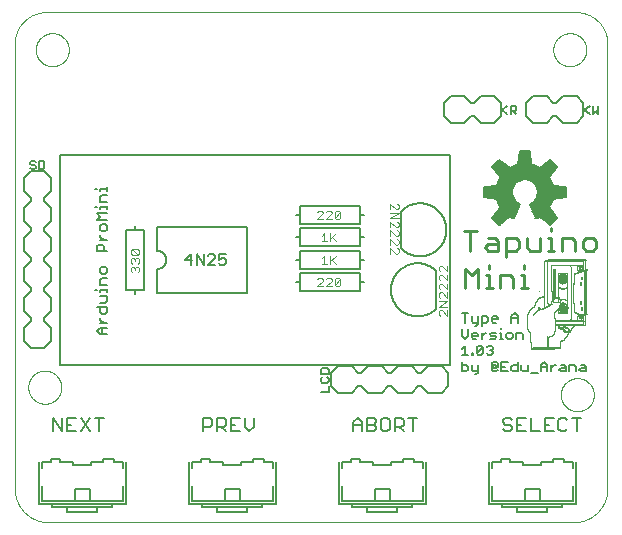
<source format=gto>
G75*
%MOIN*%
%OFA0B0*%
%FSLAX25Y25*%
%IPPOS*%
%LPD*%
%AMOC8*
5,1,8,0,0,1.08239X$1,22.5*
%
%ADD10C,0.01100*%
%ADD11C,0.00500*%
%ADD12R,0.05775X0.00033*%
%ADD13R,0.05874X0.00033*%
%ADD14R,0.06006X0.00033*%
%ADD15R,0.08085X0.00033*%
%ADD16R,0.09867X0.00033*%
%ADD17R,0.00231X0.00033*%
%ADD18R,0.04059X0.00033*%
%ADD19R,0.00198X0.00033*%
%ADD20R,0.05148X0.00033*%
%ADD21R,0.00198X0.00033*%
%ADD22R,0.01848X0.00033*%
%ADD23R,0.03762X0.00033*%
%ADD24R,0.00264X0.00033*%
%ADD25R,0.00297X0.00033*%
%ADD26R,0.00396X0.00033*%
%ADD27R,0.00528X0.00033*%
%ADD28R,0.00627X0.00033*%
%ADD29R,0.00726X0.00033*%
%ADD30R,0.00726X0.00033*%
%ADD31R,0.00759X0.00033*%
%ADD32R,0.00693X0.00033*%
%ADD33R,0.00660X0.00033*%
%ADD34R,0.00561X0.00033*%
%ADD35R,0.00495X0.00033*%
%ADD36R,0.00429X0.00033*%
%ADD37R,0.00231X0.00033*%
%ADD38R,0.00264X0.00033*%
%ADD39R,0.00462X0.00033*%
%ADD40R,0.00495X0.00033*%
%ADD41R,0.00957X0.00033*%
%ADD42R,0.00924X0.00033*%
%ADD43R,0.00330X0.00033*%
%ADD44R,0.01155X0.00033*%
%ADD45R,0.01452X0.00033*%
%ADD46R,0.01650X0.00033*%
%ADD47R,0.01188X0.00033*%
%ADD48R,0.00528X0.00033*%
%ADD49R,0.01056X0.00033*%
%ADD50R,0.00891X0.00033*%
%ADD51R,0.00033X0.00033*%
%ADD52R,0.00363X0.00033*%
%ADD53R,0.00429X0.00033*%
%ADD54R,0.00858X0.00033*%
%ADD55R,0.01023X0.00033*%
%ADD56R,0.01122X0.00033*%
%ADD57R,0.01254X0.00033*%
%ADD58R,0.01320X0.00033*%
%ADD59R,0.01386X0.00033*%
%ADD60R,0.01419X0.00033*%
%ADD61R,0.01485X0.00033*%
%ADD62R,0.01518X0.00033*%
%ADD63R,0.00990X0.00033*%
%ADD64R,0.01023X0.00033*%
%ADD65R,0.01056X0.00033*%
%ADD66R,0.00825X0.00033*%
%ADD67R,0.05016X0.00033*%
%ADD68R,0.09768X0.00033*%
%ADD69R,0.09801X0.00033*%
%ADD70R,0.09867X0.00033*%
%ADD71R,0.09900X0.00033*%
%ADD72R,0.09933X0.00033*%
%ADD73R,0.05577X0.00033*%
%ADD74R,0.09504X0.00033*%
%ADD75R,0.04158X0.00033*%
%ADD76R,0.08613X0.00033*%
%ADD77R,0.09471X0.00033*%
%ADD78R,0.05544X0.00033*%
%ADD79R,0.00165X0.00033*%
%ADD80R,0.01089X0.00033*%
%ADD81R,0.00462X0.00033*%
%ADD82R,0.00594X0.00033*%
%ADD83R,0.00693X0.00033*%
%ADD84R,0.00099X0.00033*%
%ADD85R,0.00165X0.00033*%
%ADD86R,0.01749X0.00033*%
%ADD87R,0.02145X0.00033*%
%ADD88R,0.02475X0.00033*%
%ADD89R,0.02607X0.00033*%
%ADD90R,0.01782X0.00033*%
%ADD91R,0.03234X0.00033*%
%ADD92R,0.03267X0.00033*%
%ADD93R,0.01221X0.00033*%
%ADD94R,0.01353X0.00033*%
%ADD95R,0.01551X0.00033*%
%ADD96R,0.01683X0.00033*%
%ADD97R,0.01881X0.00033*%
%ADD98R,0.01947X0.00033*%
%ADD99R,0.02013X0.00033*%
%ADD100R,0.02079X0.00033*%
%ADD101R,0.00792X0.00033*%
%ADD102R,0.00759X0.00033*%
%ADD103R,0.00792X0.00033*%
%ADD104R,0.01287X0.00033*%
%ADD105R,0.01353X0.00033*%
%ADD106R,0.01617X0.00033*%
%ADD107R,0.01716X0.00033*%
%ADD108R,0.01815X0.00033*%
%ADD109R,0.00132X0.00033*%
%ADD110R,0.01881X0.00033*%
%ADD111R,0.01980X0.00033*%
%ADD112R,0.00066X0.00033*%
%ADD113R,0.02178X0.00033*%
%ADD114R,0.02046X0.00033*%
%ADD115R,0.02145X0.00033*%
%ADD116R,0.01914X0.00033*%
%ADD117R,0.01617X0.00033*%
%ADD118R,0.01320X0.00033*%
%ADD119R,0.01584X0.00033*%
%ADD120R,0.01287X0.00033*%
%ADD121R,0.01815X0.00033*%
%ADD122R,0.02211X0.00033*%
%ADD123R,0.01551X0.00033*%
%ADD124R,0.01848X0.00033*%
%ADD125R,0.02079X0.00033*%
%ADD126R,0.03201X0.00033*%
%ADD127R,0.06402X0.00033*%
%ADD128R,0.10890X0.00033*%
%ADD129R,0.04950X0.00033*%
%ADD130R,0.12276X0.00033*%
%ADD131R,0.02508X0.00033*%
%ADD132R,0.13266X0.00033*%
%ADD133R,0.13200X0.00033*%
%ADD134R,0.13068X0.00033*%
%ADD135R,0.12969X0.00033*%
%ADD136R,0.12870X0.00033*%
%ADD137R,0.10692X0.00033*%
%ADD138C,0.00000*%
%ADD139C,0.00800*%
%ADD140C,0.00600*%
%ADD141C,0.00400*%
%ADD142C,0.00591*%
D10*
X0151137Y0079000D02*
X0151137Y0085506D01*
X0153305Y0083337D01*
X0155474Y0085506D01*
X0155474Y0079000D01*
X0158135Y0079000D02*
X0160303Y0079000D01*
X0159219Y0079000D02*
X0159219Y0083337D01*
X0158135Y0083337D01*
X0159219Y0085506D02*
X0159219Y0086590D01*
X0162800Y0083337D02*
X0166053Y0083337D01*
X0167137Y0082253D01*
X0167137Y0079000D01*
X0169798Y0079000D02*
X0171966Y0079000D01*
X0170882Y0079000D02*
X0170882Y0083337D01*
X0169798Y0083337D01*
X0170882Y0085506D02*
X0170882Y0086590D01*
X0172802Y0091500D02*
X0176054Y0091500D01*
X0176054Y0095837D01*
X0178715Y0095837D02*
X0179800Y0095837D01*
X0179800Y0091500D01*
X0180884Y0091500D02*
X0178715Y0091500D01*
X0183381Y0091500D02*
X0183381Y0095837D01*
X0186633Y0095837D01*
X0187718Y0094753D01*
X0187718Y0091500D01*
X0190379Y0092584D02*
X0191463Y0091500D01*
X0193631Y0091500D01*
X0194716Y0092584D01*
X0194716Y0094753D01*
X0193631Y0095837D01*
X0191463Y0095837D01*
X0190379Y0094753D01*
X0190379Y0092584D01*
X0179800Y0098006D02*
X0179800Y0099090D01*
X0171717Y0095837D02*
X0171717Y0092584D01*
X0172802Y0091500D01*
X0169056Y0092584D02*
X0169056Y0094753D01*
X0167972Y0095837D01*
X0164719Y0095837D01*
X0164719Y0089331D01*
X0164719Y0091500D02*
X0167972Y0091500D01*
X0169056Y0092584D01*
X0162058Y0091500D02*
X0158806Y0091500D01*
X0157721Y0092584D01*
X0158806Y0093669D01*
X0162058Y0093669D01*
X0162058Y0094753D02*
X0162058Y0091500D01*
X0162058Y0094753D02*
X0160974Y0095837D01*
X0158806Y0095837D01*
X0155060Y0098006D02*
X0150723Y0098006D01*
X0152892Y0098006D02*
X0152892Y0091500D01*
X0162800Y0083337D02*
X0162800Y0079000D01*
D11*
X0161455Y0069618D02*
X0160421Y0069618D01*
X0159904Y0069101D01*
X0159904Y0068067D01*
X0160421Y0067550D01*
X0161455Y0067550D01*
X0161973Y0068584D02*
X0159904Y0068584D01*
X0158658Y0068067D02*
X0158141Y0067550D01*
X0156589Y0067550D01*
X0156589Y0066516D02*
X0156589Y0069618D01*
X0158141Y0069618D01*
X0158658Y0069101D01*
X0158658Y0068067D01*
X0161455Y0069618D02*
X0161973Y0069101D01*
X0161973Y0068584D01*
X0163184Y0065770D02*
X0163184Y0065253D01*
X0163184Y0064218D02*
X0163184Y0062150D01*
X0163701Y0062150D02*
X0162666Y0062150D01*
X0161420Y0062667D02*
X0160903Y0063184D01*
X0159869Y0063184D01*
X0159352Y0063701D01*
X0159869Y0064218D01*
X0161420Y0064218D01*
X0162666Y0064218D02*
X0163184Y0064218D01*
X0164876Y0063701D02*
X0164876Y0062667D01*
X0165393Y0062150D01*
X0166428Y0062150D01*
X0166945Y0062667D01*
X0166945Y0063701D01*
X0166428Y0064218D01*
X0165393Y0064218D01*
X0164876Y0063701D01*
X0168191Y0064218D02*
X0168191Y0062150D01*
X0170260Y0062150D02*
X0170260Y0063701D01*
X0169742Y0064218D01*
X0168191Y0064218D01*
X0168602Y0067550D02*
X0168602Y0069618D01*
X0167568Y0070653D01*
X0166534Y0069618D01*
X0166534Y0067550D01*
X0166534Y0069101D02*
X0168602Y0069101D01*
X0161420Y0062667D02*
X0160903Y0062150D01*
X0159352Y0062150D01*
X0159798Y0059853D02*
X0160315Y0059336D01*
X0160315Y0058818D01*
X0159798Y0058301D01*
X0160315Y0057784D01*
X0160315Y0057267D01*
X0159798Y0056750D01*
X0158764Y0056750D01*
X0158247Y0057267D01*
X0157000Y0057267D02*
X0156483Y0056750D01*
X0155449Y0056750D01*
X0154932Y0057267D01*
X0157000Y0059336D01*
X0157000Y0057267D01*
X0154932Y0057267D02*
X0154932Y0059336D01*
X0155449Y0059853D01*
X0156483Y0059853D01*
X0157000Y0059336D01*
X0158247Y0059336D02*
X0158764Y0059853D01*
X0159798Y0059853D01*
X0159798Y0058301D02*
X0159281Y0058301D01*
X0160421Y0054453D02*
X0161455Y0054453D01*
X0161973Y0053936D01*
X0161973Y0052901D01*
X0161455Y0052384D01*
X0161455Y0053418D01*
X0160421Y0053418D01*
X0160421Y0052384D01*
X0161455Y0052384D01*
X0161973Y0051867D02*
X0161455Y0051350D01*
X0160421Y0051350D01*
X0159904Y0051867D01*
X0159904Y0053936D01*
X0160421Y0054453D01*
X0163219Y0054453D02*
X0163219Y0051350D01*
X0165287Y0051350D01*
X0166534Y0051867D02*
X0166534Y0052901D01*
X0167051Y0053418D01*
X0168602Y0053418D01*
X0168602Y0054453D02*
X0168602Y0051350D01*
X0167051Y0051350D01*
X0166534Y0051867D01*
X0164253Y0052901D02*
X0163219Y0052901D01*
X0163219Y0054453D02*
X0165287Y0054453D01*
X0169849Y0053418D02*
X0169849Y0051867D01*
X0170366Y0051350D01*
X0171917Y0051350D01*
X0171917Y0053418D01*
X0173163Y0050833D02*
X0175232Y0050833D01*
X0176478Y0051350D02*
X0176478Y0053418D01*
X0177512Y0054453D01*
X0178547Y0053418D01*
X0178547Y0051350D01*
X0179793Y0051350D02*
X0179793Y0053418D01*
X0179793Y0052384D02*
X0180827Y0053418D01*
X0181344Y0053418D01*
X0183073Y0053418D02*
X0184107Y0053418D01*
X0184624Y0052901D01*
X0184624Y0051350D01*
X0183073Y0051350D01*
X0182555Y0051867D01*
X0183073Y0052384D01*
X0184624Y0052384D01*
X0185870Y0051350D02*
X0185870Y0053418D01*
X0187422Y0053418D01*
X0187939Y0052901D01*
X0187939Y0051350D01*
X0189185Y0051867D02*
X0189702Y0052384D01*
X0191254Y0052384D01*
X0191254Y0052901D02*
X0191254Y0051350D01*
X0189702Y0051350D01*
X0189185Y0051867D01*
X0189702Y0053418D02*
X0190736Y0053418D01*
X0191254Y0052901D01*
X0178547Y0052901D02*
X0176478Y0052901D01*
X0158141Y0064218D02*
X0157624Y0064218D01*
X0156589Y0063184D01*
X0156589Y0062150D02*
X0156589Y0064218D01*
X0155343Y0063701D02*
X0155343Y0063184D01*
X0153274Y0063184D01*
X0153274Y0062667D02*
X0153274Y0063701D01*
X0153792Y0064218D01*
X0154826Y0064218D01*
X0155343Y0063701D01*
X0154826Y0062150D02*
X0153792Y0062150D01*
X0153274Y0062667D01*
X0152028Y0063184D02*
X0150994Y0062150D01*
X0149960Y0063184D01*
X0149960Y0065253D01*
X0152028Y0065253D02*
X0152028Y0063184D01*
X0150994Y0059853D02*
X0149960Y0058818D01*
X0150994Y0059853D02*
X0150994Y0056750D01*
X0149960Y0056750D02*
X0152028Y0056750D01*
X0153274Y0056750D02*
X0153274Y0057267D01*
X0153792Y0057267D01*
X0153792Y0056750D01*
X0153274Y0056750D01*
X0153274Y0053418D02*
X0153274Y0051867D01*
X0153792Y0051350D01*
X0155343Y0051350D01*
X0155343Y0050833D02*
X0154826Y0050316D01*
X0154309Y0050316D01*
X0155343Y0050833D02*
X0155343Y0053418D01*
X0152028Y0052901D02*
X0151511Y0053418D01*
X0149960Y0053418D01*
X0149960Y0054453D02*
X0149960Y0051350D01*
X0151511Y0051350D01*
X0152028Y0051867D01*
X0152028Y0052901D01*
X0146000Y0053500D02*
X0146000Y0123500D01*
X0016000Y0123500D01*
X0016000Y0053500D01*
X0146000Y0053500D01*
X0154309Y0066516D02*
X0154826Y0066516D01*
X0155343Y0067033D01*
X0155343Y0069618D01*
X0155343Y0067550D02*
X0153792Y0067550D01*
X0153274Y0068067D01*
X0153274Y0069618D01*
X0152028Y0070653D02*
X0149960Y0070653D01*
X0150994Y0070653D02*
X0150994Y0067550D01*
X0164501Y0035754D02*
X0163750Y0035003D01*
X0163750Y0034253D01*
X0164501Y0033502D01*
X0166002Y0033502D01*
X0166753Y0032751D01*
X0166753Y0032001D01*
X0166002Y0031250D01*
X0164501Y0031250D01*
X0163750Y0032001D01*
X0164501Y0035754D02*
X0166002Y0035754D01*
X0166753Y0035003D01*
X0168354Y0035754D02*
X0168354Y0031250D01*
X0171356Y0031250D01*
X0172958Y0031250D02*
X0175960Y0031250D01*
X0177562Y0031250D02*
X0180564Y0031250D01*
X0182166Y0032001D02*
X0182916Y0031250D01*
X0184418Y0031250D01*
X0185168Y0032001D01*
X0188271Y0031250D02*
X0188271Y0035754D01*
X0186770Y0035754D02*
X0189772Y0035754D01*
X0185168Y0035003D02*
X0184418Y0035754D01*
X0182916Y0035754D01*
X0182166Y0035003D01*
X0182166Y0032001D01*
X0179063Y0033502D02*
X0177562Y0033502D01*
X0177562Y0035754D02*
X0177562Y0031250D01*
X0177562Y0035754D02*
X0180564Y0035754D01*
X0172958Y0035754D02*
X0172958Y0031250D01*
X0169855Y0033502D02*
X0168354Y0033502D01*
X0168354Y0035754D02*
X0171356Y0035754D01*
X0135168Y0035754D02*
X0132166Y0035754D01*
X0133667Y0035754D02*
X0133667Y0031250D01*
X0130564Y0031250D02*
X0129063Y0032751D01*
X0129814Y0032751D02*
X0127562Y0032751D01*
X0127562Y0031250D02*
X0127562Y0035754D01*
X0129814Y0035754D01*
X0130564Y0035003D01*
X0130564Y0033502D01*
X0129814Y0032751D01*
X0125960Y0032001D02*
X0125960Y0035003D01*
X0125210Y0035754D01*
X0123708Y0035754D01*
X0122958Y0035003D01*
X0122958Y0032001D01*
X0123708Y0031250D01*
X0125210Y0031250D01*
X0125960Y0032001D01*
X0121356Y0032001D02*
X0120606Y0031250D01*
X0118354Y0031250D01*
X0118354Y0035754D01*
X0120606Y0035754D01*
X0121356Y0035003D01*
X0121356Y0034253D01*
X0120606Y0033502D01*
X0118354Y0033502D01*
X0116753Y0033502D02*
X0113750Y0033502D01*
X0113750Y0034253D02*
X0115251Y0035754D01*
X0116753Y0034253D01*
X0116753Y0031250D01*
X0113750Y0031250D02*
X0113750Y0034253D01*
X0120606Y0033502D02*
X0121356Y0032751D01*
X0121356Y0032001D01*
X0105600Y0044580D02*
X0105600Y0046382D01*
X0105150Y0047527D02*
X0103348Y0047527D01*
X0102898Y0047977D01*
X0102898Y0048878D01*
X0103348Y0049328D01*
X0102898Y0050473D02*
X0102898Y0051824D01*
X0103348Y0052275D01*
X0105150Y0052275D01*
X0105600Y0051824D01*
X0105600Y0050473D01*
X0102898Y0050473D01*
X0105150Y0049328D02*
X0105600Y0048878D01*
X0105600Y0047977D01*
X0105150Y0047527D01*
X0105600Y0044580D02*
X0102898Y0044580D01*
X0080564Y0035754D02*
X0080564Y0032751D01*
X0079063Y0031250D01*
X0077562Y0032751D01*
X0077562Y0035754D01*
X0075960Y0035754D02*
X0072958Y0035754D01*
X0072958Y0031250D01*
X0075960Y0031250D01*
X0074459Y0033502D02*
X0072958Y0033502D01*
X0071356Y0033502D02*
X0070606Y0032751D01*
X0068354Y0032751D01*
X0068354Y0031250D02*
X0068354Y0035754D01*
X0070606Y0035754D01*
X0071356Y0035003D01*
X0071356Y0033502D01*
X0069855Y0032751D02*
X0071356Y0031250D01*
X0066753Y0033502D02*
X0066753Y0035003D01*
X0066002Y0035754D01*
X0063750Y0035754D01*
X0063750Y0031250D01*
X0063750Y0032751D02*
X0066002Y0032751D01*
X0066753Y0033502D01*
X0030564Y0035754D02*
X0027562Y0035754D01*
X0029063Y0035754D02*
X0029063Y0031250D01*
X0025960Y0031250D02*
X0022958Y0035754D01*
X0021356Y0035754D02*
X0018354Y0035754D01*
X0018354Y0031250D01*
X0021356Y0031250D01*
X0022958Y0031250D02*
X0025960Y0035754D01*
X0019855Y0033502D02*
X0018354Y0033502D01*
X0016753Y0031250D02*
X0016753Y0035754D01*
X0013750Y0035754D02*
X0013750Y0031250D01*
X0016753Y0031250D02*
X0013750Y0035754D01*
X0059635Y0086750D02*
X0059635Y0090253D01*
X0057884Y0088501D01*
X0060219Y0088501D01*
X0061567Y0086750D02*
X0061567Y0090253D01*
X0063902Y0086750D01*
X0063902Y0090253D01*
X0065250Y0089669D02*
X0065834Y0090253D01*
X0067001Y0090253D01*
X0067585Y0089669D01*
X0067585Y0089085D01*
X0065250Y0086750D01*
X0067585Y0086750D01*
X0068933Y0087334D02*
X0069517Y0086750D01*
X0070685Y0086750D01*
X0071268Y0087334D01*
X0071268Y0088501D01*
X0070685Y0089085D01*
X0070101Y0089085D01*
X0068933Y0088501D01*
X0068933Y0090253D01*
X0071268Y0090253D01*
X0010877Y0119200D02*
X0010877Y0121002D01*
X0010426Y0121452D01*
X0009075Y0121452D01*
X0009075Y0118750D01*
X0010426Y0118750D01*
X0010877Y0119200D01*
X0007930Y0119200D02*
X0007480Y0118750D01*
X0006579Y0118750D01*
X0006128Y0119200D01*
X0006579Y0120101D02*
X0007480Y0120101D01*
X0007930Y0119651D01*
X0007930Y0119200D01*
X0006579Y0120101D02*
X0006128Y0120552D01*
X0006128Y0121002D01*
X0006579Y0121452D01*
X0007480Y0121452D01*
X0007930Y0121002D01*
X0163303Y0138501D02*
X0165105Y0137150D01*
X0166250Y0137150D02*
X0166250Y0139852D01*
X0167601Y0139852D01*
X0168052Y0139402D01*
X0168052Y0138501D01*
X0167601Y0138051D01*
X0166250Y0138051D01*
X0167151Y0138051D02*
X0168052Y0137150D01*
X0165105Y0139852D02*
X0163303Y0138501D01*
X0190803Y0138501D02*
X0192605Y0137150D01*
X0193750Y0137150D02*
X0193750Y0139852D01*
X0192605Y0139852D02*
X0190803Y0138501D01*
X0193750Y0137150D02*
X0194651Y0138051D01*
X0195552Y0137150D01*
X0195552Y0139852D01*
D12*
X0176149Y0058423D03*
D13*
X0176099Y0058456D03*
D14*
X0176165Y0058489D03*
X0176165Y0058522D03*
D15*
X0177205Y0058555D03*
D16*
X0178096Y0058588D03*
D17*
X0178723Y0061723D03*
X0178723Y0061756D03*
X0181165Y0063802D03*
X0181198Y0064000D03*
X0181231Y0064363D03*
X0181297Y0065122D03*
X0181297Y0065155D03*
X0181330Y0065188D03*
X0181330Y0065221D03*
X0181363Y0065254D03*
X0181363Y0065287D03*
X0181429Y0065386D03*
X0181429Y0065419D03*
X0181462Y0065452D03*
X0181462Y0065485D03*
X0181495Y0065518D03*
X0181495Y0065551D03*
X0182320Y0065980D03*
X0183937Y0065650D03*
X0183970Y0065716D03*
X0183970Y0065749D03*
X0184234Y0065650D03*
X0184267Y0065749D03*
X0184333Y0065881D03*
X0184201Y0065551D03*
X0184399Y0065023D03*
X0184399Y0064990D03*
X0184399Y0064957D03*
X0183970Y0064990D03*
X0183970Y0064561D03*
X0185455Y0063934D03*
X0185719Y0063802D03*
X0185752Y0063934D03*
X0185620Y0063505D03*
X0185587Y0063439D03*
X0185554Y0063406D03*
X0185455Y0063241D03*
X0185422Y0063175D03*
X0185356Y0063076D03*
X0185323Y0063043D03*
X0185290Y0062977D03*
X0185224Y0062878D03*
X0185851Y0064660D03*
X0185851Y0064693D03*
X0185884Y0064759D03*
X0185884Y0064792D03*
X0185917Y0064891D03*
X0186412Y0064594D03*
X0186445Y0064627D03*
X0186379Y0064528D03*
X0186544Y0064792D03*
X0186577Y0064858D03*
X0186676Y0064990D03*
X0186709Y0065056D03*
X0186742Y0065089D03*
X0186841Y0065254D03*
X0186874Y0065320D03*
X0186940Y0065419D03*
X0186973Y0065452D03*
X0187633Y0066343D03*
X0186412Y0068125D03*
X0186412Y0068158D03*
X0186445Y0068191D03*
X0186445Y0068224D03*
X0186544Y0068422D03*
X0186544Y0068455D03*
X0186577Y0068488D03*
X0186577Y0068521D03*
X0186676Y0068686D03*
X0186676Y0068719D03*
X0186709Y0068752D03*
X0186709Y0068785D03*
X0186742Y0068818D03*
X0186742Y0068851D03*
X0186808Y0068950D03*
X0186808Y0068983D03*
X0188656Y0069049D03*
X0188656Y0069082D03*
X0188722Y0069214D03*
X0188722Y0069247D03*
X0188755Y0069280D03*
X0188755Y0069313D03*
X0188788Y0069346D03*
X0188656Y0068620D03*
X0188722Y0068455D03*
X0188722Y0068422D03*
X0188755Y0068389D03*
X0190141Y0068389D03*
X0190174Y0068422D03*
X0190174Y0068455D03*
X0190240Y0068620D03*
X0190240Y0069049D03*
X0190240Y0069082D03*
X0190174Y0069214D03*
X0190174Y0069247D03*
X0190141Y0069280D03*
X0190141Y0069313D03*
X0190108Y0069346D03*
X0190801Y0068752D03*
X0190801Y0068719D03*
X0190801Y0068686D03*
X0191527Y0067861D03*
X0191527Y0067828D03*
X0191527Y0067795D03*
X0191527Y0067762D03*
X0191527Y0067729D03*
X0191527Y0067696D03*
X0191494Y0066805D03*
X0191791Y0070270D03*
X0190042Y0072415D03*
X0187633Y0070864D03*
X0187633Y0070831D03*
X0187666Y0070798D03*
X0187567Y0073867D03*
X0189679Y0074395D03*
X0185323Y0074395D03*
X0185323Y0074428D03*
X0185323Y0074461D03*
X0185323Y0074494D03*
X0185323Y0074527D03*
X0185290Y0074593D03*
X0185323Y0074362D03*
X0185323Y0074329D03*
X0185323Y0074296D03*
X0185323Y0074263D03*
X0185323Y0074230D03*
X0185323Y0074197D03*
X0185323Y0074164D03*
X0185323Y0074131D03*
X0185323Y0074098D03*
X0185323Y0074065D03*
X0185323Y0074032D03*
X0185323Y0073999D03*
X0185323Y0073966D03*
X0185323Y0073933D03*
X0185323Y0073900D03*
X0185323Y0073867D03*
X0185323Y0073834D03*
X0185323Y0073801D03*
X0185323Y0073768D03*
X0185323Y0073735D03*
X0185323Y0073702D03*
X0185323Y0073669D03*
X0185323Y0073636D03*
X0185323Y0073603D03*
X0185323Y0073570D03*
X0185323Y0073537D03*
X0185323Y0073504D03*
X0185323Y0073471D03*
X0185323Y0073438D03*
X0185323Y0073405D03*
X0185323Y0073372D03*
X0185323Y0073339D03*
X0185323Y0073306D03*
X0185323Y0073273D03*
X0185323Y0073240D03*
X0185323Y0073207D03*
X0183838Y0073999D03*
X0182881Y0073108D03*
X0182749Y0072448D03*
X0182716Y0072415D03*
X0182683Y0072349D03*
X0182617Y0072283D03*
X0182584Y0072217D03*
X0182452Y0074263D03*
X0180802Y0074263D03*
X0180769Y0074296D03*
X0180670Y0074560D03*
X0180637Y0074659D03*
X0180637Y0074791D03*
X0180670Y0074857D03*
X0180274Y0074692D03*
X0180274Y0074659D03*
X0180274Y0074626D03*
X0180274Y0074593D03*
X0180274Y0074560D03*
X0180241Y0074362D03*
X0180208Y0074197D03*
X0180208Y0074164D03*
X0180142Y0073966D03*
X0180142Y0073933D03*
X0180109Y0073834D03*
X0180076Y0073735D03*
X0180076Y0073702D03*
X0178888Y0073867D03*
X0178888Y0073900D03*
X0176149Y0071986D03*
X0175720Y0072349D03*
X0174466Y0072811D03*
X0174433Y0072778D03*
X0174499Y0072943D03*
X0174565Y0073174D03*
X0174598Y0073273D03*
X0174598Y0073306D03*
X0174631Y0073405D03*
X0174697Y0073636D03*
X0174730Y0073735D03*
X0174730Y0073768D03*
X0174763Y0073834D03*
X0174862Y0073999D03*
X0175027Y0074230D03*
X0175126Y0074362D03*
X0175291Y0074593D03*
X0175390Y0074725D03*
X0173080Y0071590D03*
X0173047Y0071557D03*
X0172981Y0071458D03*
X0172948Y0071392D03*
X0172915Y0071326D03*
X0172849Y0071227D03*
X0172816Y0071161D03*
X0172783Y0071128D03*
X0172717Y0071029D03*
X0172684Y0070963D03*
X0172651Y0070897D03*
X0172552Y0070732D03*
X0172519Y0070666D03*
X0172420Y0070501D03*
X0172420Y0070468D03*
X0172387Y0070435D03*
X0172387Y0070402D03*
X0172354Y0070369D03*
X0172354Y0070336D03*
X0172288Y0070237D03*
X0172255Y0070171D03*
X0172222Y0070105D03*
X0174037Y0069907D03*
X0172222Y0064957D03*
X0172255Y0064891D03*
X0172288Y0064858D03*
X0172354Y0064759D03*
X0172420Y0064660D03*
X0172552Y0064462D03*
X0172717Y0064231D03*
X0172816Y0064099D03*
X0172915Y0063967D03*
X0173179Y0062977D03*
X0173212Y0060799D03*
X0173245Y0058654D03*
X0173245Y0058621D03*
X0182947Y0060931D03*
X0181462Y0068059D03*
X0181462Y0068092D03*
X0181429Y0068158D03*
X0181363Y0068290D03*
X0181363Y0068323D03*
X0181330Y0068389D03*
X0181297Y0068455D03*
X0181297Y0068488D03*
X0181231Y0068620D03*
X0181198Y0068752D03*
X0181165Y0068851D03*
X0181165Y0068884D03*
X0181099Y0069115D03*
X0181066Y0070402D03*
X0181066Y0070666D03*
X0180241Y0077629D03*
X0180241Y0077662D03*
X0180241Y0077695D03*
X0180241Y0077728D03*
X0180241Y0077761D03*
X0180637Y0077959D03*
X0180637Y0077992D03*
X0180637Y0078025D03*
X0180637Y0078058D03*
X0180637Y0078091D03*
X0180637Y0078124D03*
X0180637Y0078157D03*
X0180637Y0078190D03*
X0180637Y0078223D03*
X0180637Y0078256D03*
X0182320Y0079147D03*
X0178855Y0077563D03*
X0178855Y0077530D03*
X0178855Y0077497D03*
X0178822Y0081127D03*
X0178822Y0081160D03*
X0178822Y0081193D03*
X0178822Y0081226D03*
X0180208Y0085252D03*
X0180208Y0085285D03*
X0180208Y0085318D03*
X0177634Y0087166D03*
X0177634Y0087199D03*
X0177634Y0087232D03*
X0177634Y0087265D03*
X0177634Y0087298D03*
X0177634Y0087331D03*
X0177634Y0087364D03*
X0177634Y0087397D03*
X0177634Y0087430D03*
X0177634Y0087463D03*
X0177634Y0087496D03*
X0177634Y0087529D03*
X0177634Y0087562D03*
X0177634Y0087595D03*
X0177634Y0087628D03*
X0177667Y0087694D03*
X0186379Y0086209D03*
X0186445Y0086110D03*
X0186544Y0085945D03*
X0186577Y0085912D03*
X0186676Y0085648D03*
X0186709Y0085549D03*
X0186709Y0085516D03*
X0186742Y0085417D03*
X0186808Y0085186D03*
X0186841Y0085087D03*
X0186841Y0085054D03*
X0188722Y0085054D03*
X0188722Y0085087D03*
X0188755Y0085021D03*
X0188755Y0084988D03*
X0188788Y0084955D03*
X0188788Y0084922D03*
X0188722Y0085648D03*
X0188722Y0085681D03*
X0188755Y0085714D03*
X0188755Y0085747D03*
X0188788Y0085780D03*
X0188788Y0085813D03*
X0190174Y0085846D03*
X0190240Y0085747D03*
X0190240Y0085714D03*
X0190273Y0085648D03*
X0190273Y0085615D03*
X0190306Y0085450D03*
X0190306Y0085285D03*
X0190273Y0085120D03*
X0190273Y0085087D03*
X0190240Y0085021D03*
X0190240Y0084988D03*
X0190174Y0084889D03*
X0191791Y0085021D03*
X0191527Y0085978D03*
X0191527Y0086011D03*
X0190867Y0087034D03*
X0191494Y0087925D03*
X0190042Y0081688D03*
X0189712Y0080632D03*
X0187633Y0081688D03*
X0187633Y0081721D03*
X0187633Y0081754D03*
X0186841Y0081292D03*
X0186841Y0081259D03*
X0186841Y0081226D03*
X0186841Y0081193D03*
X0186841Y0081160D03*
X0186841Y0081127D03*
X0186841Y0081094D03*
X0186841Y0081061D03*
X0186841Y0081028D03*
X0186841Y0080995D03*
X0186841Y0080962D03*
X0186841Y0080929D03*
X0186841Y0080896D03*
X0186841Y0080863D03*
X0186841Y0080830D03*
X0186841Y0080797D03*
X0186841Y0080764D03*
D18*
X0181000Y0058720D03*
X0181000Y0058687D03*
X0181000Y0058654D03*
X0181000Y0058621D03*
D19*
X0178706Y0058951D03*
X0178706Y0058984D03*
X0178706Y0059017D03*
X0178706Y0059050D03*
X0178706Y0059083D03*
X0178706Y0059116D03*
X0178706Y0059149D03*
X0178706Y0059182D03*
X0178706Y0059215D03*
X0178706Y0059248D03*
X0178706Y0059281D03*
X0178706Y0059314D03*
X0178706Y0059347D03*
X0178706Y0059380D03*
X0178706Y0059413D03*
X0178706Y0059446D03*
X0178706Y0059479D03*
X0178706Y0059512D03*
X0178706Y0059545D03*
X0178706Y0059578D03*
X0178706Y0059611D03*
X0178706Y0059644D03*
X0178706Y0059677D03*
X0178706Y0059710D03*
X0178706Y0059743D03*
X0178706Y0059776D03*
X0178706Y0059809D03*
X0178706Y0059842D03*
X0178706Y0059875D03*
X0178706Y0059908D03*
X0178706Y0059941D03*
X0178706Y0059974D03*
X0178706Y0060007D03*
X0178706Y0060040D03*
X0178706Y0060073D03*
X0178706Y0060106D03*
X0178706Y0060139D03*
X0178706Y0060172D03*
X0178706Y0060205D03*
X0178706Y0060238D03*
X0178706Y0060271D03*
X0178706Y0060304D03*
X0178706Y0060337D03*
X0178706Y0060370D03*
X0178706Y0060403D03*
X0178706Y0060436D03*
X0178706Y0060469D03*
X0178706Y0060502D03*
X0178706Y0060535D03*
X0178706Y0060568D03*
X0178706Y0060601D03*
X0178706Y0060634D03*
X0178706Y0060667D03*
X0178706Y0060700D03*
X0178706Y0060733D03*
X0178706Y0060766D03*
X0178706Y0060799D03*
X0178706Y0060832D03*
X0178706Y0060865D03*
X0178706Y0060898D03*
X0178706Y0060931D03*
X0178706Y0060964D03*
X0178706Y0060997D03*
X0178706Y0061030D03*
X0178706Y0061063D03*
X0178706Y0061096D03*
X0178706Y0061129D03*
X0178706Y0061162D03*
X0178706Y0061195D03*
X0178706Y0061228D03*
X0178706Y0061261D03*
X0178706Y0061294D03*
X0178706Y0061327D03*
X0178706Y0061360D03*
X0178706Y0061393D03*
X0178706Y0061426D03*
X0178706Y0061459D03*
X0178706Y0061492D03*
X0178706Y0061525D03*
X0178706Y0061558D03*
X0178706Y0061591D03*
X0178706Y0061624D03*
X0178706Y0061657D03*
X0178706Y0061690D03*
X0178739Y0061789D03*
X0178739Y0061822D03*
X0178739Y0061855D03*
X0178739Y0061888D03*
X0178739Y0061921D03*
X0178739Y0061954D03*
X0178739Y0061987D03*
X0178739Y0062020D03*
X0178739Y0062053D03*
X0178739Y0062086D03*
X0178739Y0062119D03*
X0178739Y0062152D03*
X0178739Y0062185D03*
X0178739Y0062218D03*
X0178739Y0062251D03*
X0178739Y0062284D03*
X0178739Y0062317D03*
X0178739Y0062350D03*
X0178739Y0062383D03*
X0178739Y0062416D03*
X0178739Y0062449D03*
X0178739Y0062482D03*
X0178739Y0062515D03*
X0178739Y0062548D03*
X0178739Y0062581D03*
X0181181Y0063835D03*
X0181181Y0063868D03*
X0181181Y0063901D03*
X0181181Y0063934D03*
X0181181Y0063967D03*
X0181214Y0064033D03*
X0181214Y0064066D03*
X0181214Y0064099D03*
X0181214Y0064132D03*
X0181214Y0064165D03*
X0181214Y0064198D03*
X0181214Y0064231D03*
X0181214Y0064264D03*
X0181214Y0064297D03*
X0181214Y0064330D03*
X0182303Y0066013D03*
X0182303Y0066046D03*
X0182303Y0066079D03*
X0182303Y0066112D03*
X0182303Y0066145D03*
X0182303Y0066178D03*
X0182303Y0066211D03*
X0182303Y0066244D03*
X0182303Y0066277D03*
X0182303Y0066310D03*
X0182303Y0066343D03*
X0182303Y0066376D03*
X0183920Y0065617D03*
X0183953Y0065683D03*
X0184217Y0065617D03*
X0184217Y0065584D03*
X0184250Y0065683D03*
X0184250Y0065716D03*
X0183953Y0064957D03*
X0183953Y0064924D03*
X0183953Y0064891D03*
X0183953Y0064858D03*
X0183953Y0064825D03*
X0183953Y0064792D03*
X0183953Y0064759D03*
X0183953Y0064726D03*
X0183953Y0064693D03*
X0183953Y0064660D03*
X0183953Y0064627D03*
X0183953Y0064594D03*
X0185735Y0063901D03*
X0185735Y0063868D03*
X0185735Y0063835D03*
X0185867Y0064726D03*
X0185900Y0064825D03*
X0185900Y0064858D03*
X0186395Y0068092D03*
X0186824Y0069016D03*
X0186824Y0069049D03*
X0186824Y0069082D03*
X0186824Y0069115D03*
X0186824Y0069148D03*
X0186824Y0069181D03*
X0186824Y0069214D03*
X0186824Y0069247D03*
X0186824Y0069280D03*
X0186824Y0069313D03*
X0186824Y0069346D03*
X0186824Y0069379D03*
X0186824Y0069412D03*
X0186824Y0069445D03*
X0186824Y0069478D03*
X0186824Y0069511D03*
X0186824Y0069544D03*
X0186824Y0069577D03*
X0186824Y0069610D03*
X0186824Y0069643D03*
X0186824Y0069676D03*
X0186824Y0069709D03*
X0186824Y0069742D03*
X0186824Y0069775D03*
X0186824Y0069808D03*
X0186824Y0069841D03*
X0186824Y0069874D03*
X0186824Y0069907D03*
X0186824Y0069940D03*
X0186824Y0069973D03*
X0186824Y0070006D03*
X0186824Y0070039D03*
X0186824Y0070072D03*
X0186824Y0070105D03*
X0186824Y0070138D03*
X0186824Y0070171D03*
X0186824Y0070204D03*
X0186824Y0070237D03*
X0186824Y0070270D03*
X0186824Y0070303D03*
X0186824Y0070336D03*
X0186824Y0070369D03*
X0186824Y0070402D03*
X0186824Y0070435D03*
X0186824Y0070468D03*
X0186824Y0070501D03*
X0186824Y0070534D03*
X0186824Y0070567D03*
X0186824Y0070600D03*
X0186824Y0070633D03*
X0186824Y0070666D03*
X0186824Y0070699D03*
X0186824Y0070732D03*
X0186824Y0070765D03*
X0186824Y0070798D03*
X0186824Y0070831D03*
X0186824Y0070864D03*
X0186824Y0070897D03*
X0186824Y0070930D03*
X0186824Y0070963D03*
X0186824Y0070996D03*
X0186824Y0071029D03*
X0186824Y0071062D03*
X0186824Y0071095D03*
X0186824Y0071128D03*
X0186824Y0071161D03*
X0186824Y0071194D03*
X0186824Y0071227D03*
X0186824Y0071260D03*
X0186824Y0071293D03*
X0186824Y0071326D03*
X0186824Y0071359D03*
X0186824Y0071392D03*
X0186824Y0071425D03*
X0186824Y0071458D03*
X0186824Y0071491D03*
X0186824Y0071524D03*
X0186824Y0071557D03*
X0186824Y0071590D03*
X0186824Y0071623D03*
X0186824Y0071656D03*
X0186824Y0071689D03*
X0186824Y0071722D03*
X0186824Y0071755D03*
X0186824Y0071788D03*
X0186824Y0071821D03*
X0186824Y0071854D03*
X0186824Y0071887D03*
X0186824Y0071953D03*
X0186824Y0071986D03*
X0186824Y0072019D03*
X0186824Y0072052D03*
X0186824Y0072085D03*
X0186824Y0072118D03*
X0186824Y0072151D03*
X0186824Y0072184D03*
X0186824Y0072217D03*
X0186824Y0072250D03*
X0186824Y0072283D03*
X0186824Y0072316D03*
X0186824Y0072349D03*
X0186824Y0072382D03*
X0186824Y0072415D03*
X0186824Y0072448D03*
X0186824Y0072481D03*
X0186824Y0072514D03*
X0186824Y0072547D03*
X0186824Y0072580D03*
X0186824Y0072613D03*
X0186824Y0072646D03*
X0186824Y0072679D03*
X0186824Y0072712D03*
X0186824Y0072745D03*
X0186824Y0072778D03*
X0186824Y0072811D03*
X0186824Y0072844D03*
X0186824Y0072877D03*
X0186824Y0072910D03*
X0186824Y0072943D03*
X0186824Y0072976D03*
X0186824Y0073009D03*
X0186824Y0073042D03*
X0186824Y0073075D03*
X0186824Y0073108D03*
X0186824Y0073141D03*
X0186824Y0073174D03*
X0186824Y0073207D03*
X0186824Y0073240D03*
X0186824Y0073273D03*
X0186824Y0073306D03*
X0186824Y0073339D03*
X0186824Y0073372D03*
X0186824Y0073405D03*
X0186824Y0073438D03*
X0186824Y0073471D03*
X0186824Y0073504D03*
X0186824Y0073537D03*
X0186824Y0073570D03*
X0186824Y0073603D03*
X0186824Y0073636D03*
X0186824Y0073669D03*
X0186824Y0073702D03*
X0186824Y0073735D03*
X0186824Y0073768D03*
X0186824Y0073801D03*
X0186824Y0073834D03*
X0186824Y0073867D03*
X0186824Y0073900D03*
X0186824Y0073933D03*
X0186824Y0073966D03*
X0186824Y0073999D03*
X0186824Y0074032D03*
X0186824Y0074065D03*
X0186824Y0074098D03*
X0186824Y0074131D03*
X0186824Y0074164D03*
X0186824Y0074197D03*
X0186824Y0074230D03*
X0186824Y0074263D03*
X0186824Y0074296D03*
X0186824Y0074329D03*
X0186824Y0074362D03*
X0186824Y0074395D03*
X0186824Y0074428D03*
X0186824Y0074461D03*
X0186824Y0074494D03*
X0186824Y0074527D03*
X0186824Y0074560D03*
X0186824Y0074593D03*
X0186824Y0074626D03*
X0186824Y0074659D03*
X0186824Y0074692D03*
X0186824Y0074725D03*
X0186824Y0074758D03*
X0186824Y0074791D03*
X0186824Y0074824D03*
X0186824Y0074857D03*
X0186824Y0074890D03*
X0186824Y0074923D03*
X0186824Y0074956D03*
X0186824Y0074989D03*
X0186824Y0075022D03*
X0186824Y0075055D03*
X0186824Y0075088D03*
X0186824Y0075121D03*
X0186824Y0075154D03*
X0186824Y0075187D03*
X0186824Y0075220D03*
X0186824Y0075253D03*
X0186824Y0075286D03*
X0186824Y0075319D03*
X0186824Y0075352D03*
X0186824Y0075385D03*
X0186824Y0075418D03*
X0186824Y0075451D03*
X0186824Y0075484D03*
X0186824Y0075517D03*
X0186824Y0075550D03*
X0186824Y0075583D03*
X0186824Y0075616D03*
X0186824Y0075649D03*
X0186824Y0075682D03*
X0186824Y0075715D03*
X0186824Y0075748D03*
X0186824Y0075781D03*
X0186824Y0075814D03*
X0186824Y0075847D03*
X0186824Y0075880D03*
X0186824Y0075913D03*
X0186824Y0075946D03*
X0186824Y0075979D03*
X0186824Y0076012D03*
X0186824Y0076045D03*
X0186824Y0076078D03*
X0186824Y0076111D03*
X0186824Y0076144D03*
X0186824Y0076177D03*
X0186824Y0076210D03*
X0186824Y0076243D03*
X0186824Y0076276D03*
X0186824Y0076309D03*
X0186824Y0076342D03*
X0186824Y0076375D03*
X0186824Y0076408D03*
X0186824Y0076441D03*
X0186824Y0076474D03*
X0186824Y0076507D03*
X0186824Y0076540D03*
X0186824Y0076573D03*
X0186824Y0076606D03*
X0186824Y0076639D03*
X0186824Y0076672D03*
X0186824Y0076705D03*
X0186824Y0076738D03*
X0186824Y0076771D03*
X0186824Y0076804D03*
X0186824Y0076837D03*
X0186824Y0076870D03*
X0186824Y0076903D03*
X0186824Y0076936D03*
X0186824Y0076969D03*
X0186824Y0077002D03*
X0186824Y0077035D03*
X0186824Y0077068D03*
X0186824Y0077101D03*
X0186824Y0077134D03*
X0186824Y0077167D03*
X0186824Y0077200D03*
X0186824Y0077233D03*
X0186824Y0077266D03*
X0186824Y0077299D03*
X0186824Y0077332D03*
X0186824Y0077365D03*
X0186824Y0077398D03*
X0186824Y0077431D03*
X0186824Y0077464D03*
X0186824Y0077497D03*
X0186824Y0077530D03*
X0186824Y0077563D03*
X0186824Y0077596D03*
X0186824Y0077629D03*
X0186824Y0077662D03*
X0186824Y0077695D03*
X0186824Y0077728D03*
X0186824Y0077761D03*
X0186824Y0077794D03*
X0186824Y0077827D03*
X0186824Y0077860D03*
X0186824Y0077893D03*
X0186824Y0077926D03*
X0186824Y0077959D03*
X0186824Y0077992D03*
X0186824Y0078025D03*
X0186824Y0078058D03*
X0186824Y0078091D03*
X0186824Y0078124D03*
X0186824Y0078157D03*
X0186824Y0078190D03*
X0186824Y0078223D03*
X0186824Y0078256D03*
X0186824Y0078289D03*
X0186824Y0078322D03*
X0186824Y0078355D03*
X0186824Y0078388D03*
X0186824Y0078421D03*
X0186824Y0078454D03*
X0186824Y0078487D03*
X0186824Y0078520D03*
X0186824Y0078553D03*
X0186824Y0078586D03*
X0186824Y0078619D03*
X0186824Y0078652D03*
X0186824Y0078685D03*
X0186824Y0078718D03*
X0186824Y0078751D03*
X0186824Y0078784D03*
X0186824Y0078817D03*
X0186824Y0078850D03*
X0186824Y0078883D03*
X0186824Y0078916D03*
X0186824Y0078949D03*
X0186824Y0078982D03*
X0186824Y0079015D03*
X0186824Y0079048D03*
X0186824Y0079081D03*
X0186824Y0079114D03*
X0186824Y0079147D03*
X0186824Y0079180D03*
X0186824Y0079213D03*
X0186824Y0079246D03*
X0186824Y0079279D03*
X0186824Y0079312D03*
X0186824Y0079345D03*
X0186824Y0079378D03*
X0186824Y0079411D03*
X0186824Y0079444D03*
X0186824Y0079477D03*
X0186824Y0079510D03*
X0186824Y0079543D03*
X0186824Y0079576D03*
X0186824Y0079609D03*
X0186824Y0079642D03*
X0186824Y0079675D03*
X0186824Y0079708D03*
X0186824Y0079741D03*
X0186824Y0079774D03*
X0186824Y0079807D03*
X0186824Y0079840D03*
X0186824Y0079873D03*
X0186824Y0079906D03*
X0186824Y0079939D03*
X0186824Y0079972D03*
X0186824Y0080005D03*
X0186824Y0080038D03*
X0186824Y0080071D03*
X0186824Y0080104D03*
X0186824Y0080137D03*
X0186824Y0080170D03*
X0186824Y0080203D03*
X0186824Y0080236D03*
X0186824Y0080269D03*
X0186824Y0080302D03*
X0186824Y0080335D03*
X0186824Y0080368D03*
X0186824Y0080401D03*
X0186824Y0080434D03*
X0186824Y0080467D03*
X0186824Y0080500D03*
X0186824Y0080533D03*
X0186824Y0080566D03*
X0186824Y0080599D03*
X0186824Y0080632D03*
X0186824Y0080665D03*
X0186824Y0080698D03*
X0186824Y0080731D03*
X0186857Y0081325D03*
X0186857Y0081358D03*
X0186857Y0081391D03*
X0186857Y0081424D03*
X0186857Y0081457D03*
X0186857Y0081490D03*
X0186857Y0081523D03*
X0186857Y0081556D03*
X0186857Y0081589D03*
X0186857Y0081622D03*
X0186857Y0081655D03*
X0186857Y0081688D03*
X0186857Y0081721D03*
X0186857Y0081754D03*
X0186857Y0081787D03*
X0186857Y0081820D03*
X0186857Y0081853D03*
X0186857Y0081886D03*
X0186857Y0081919D03*
X0186857Y0081952D03*
X0186857Y0081985D03*
X0186857Y0082018D03*
X0186857Y0082051D03*
X0186857Y0082084D03*
X0186857Y0082117D03*
X0186857Y0082150D03*
X0186857Y0082183D03*
X0186857Y0082216D03*
X0186857Y0082249D03*
X0186857Y0082282D03*
X0186857Y0082315D03*
X0186857Y0082348D03*
X0186857Y0082381D03*
X0186857Y0082414D03*
X0186857Y0082447D03*
X0186857Y0082480D03*
X0186857Y0082513D03*
X0186857Y0082546D03*
X0186857Y0082579D03*
X0186857Y0082612D03*
X0186857Y0082645D03*
X0186857Y0082678D03*
X0186857Y0082711D03*
X0186857Y0082744D03*
X0186857Y0082777D03*
X0186857Y0082810D03*
X0186857Y0082843D03*
X0186857Y0082876D03*
X0186857Y0082909D03*
X0186857Y0082942D03*
X0186857Y0082975D03*
X0186857Y0083008D03*
X0186857Y0083041D03*
X0186857Y0083074D03*
X0186857Y0083107D03*
X0186857Y0083140D03*
X0186857Y0083173D03*
X0186857Y0083206D03*
X0186857Y0083239D03*
X0186857Y0083272D03*
X0186857Y0083305D03*
X0186857Y0083338D03*
X0186857Y0083371D03*
X0186857Y0083404D03*
X0186857Y0083437D03*
X0186857Y0083470D03*
X0186857Y0083503D03*
X0186857Y0083536D03*
X0186857Y0083569D03*
X0186857Y0083602D03*
X0186857Y0083635D03*
X0186857Y0083668D03*
X0186857Y0083701D03*
X0186857Y0083734D03*
X0186857Y0083767D03*
X0186857Y0083800D03*
X0186857Y0083833D03*
X0186857Y0083866D03*
X0186857Y0083899D03*
X0186857Y0083932D03*
X0186857Y0083965D03*
X0186857Y0083998D03*
X0186857Y0084031D03*
X0186857Y0084064D03*
X0186857Y0084097D03*
X0186857Y0084130D03*
X0186857Y0084163D03*
X0186857Y0084196D03*
X0186857Y0084229D03*
X0186857Y0084262D03*
X0186857Y0084295D03*
X0186857Y0084328D03*
X0186857Y0084361D03*
X0186857Y0084394D03*
X0186857Y0084427D03*
X0186857Y0084460D03*
X0186857Y0084493D03*
X0186857Y0084526D03*
X0186857Y0084559D03*
X0186857Y0084592D03*
X0186857Y0084625D03*
X0186857Y0084658D03*
X0186857Y0084691D03*
X0186857Y0084724D03*
X0186857Y0084757D03*
X0186857Y0084790D03*
X0186857Y0084823D03*
X0186857Y0084856D03*
X0186857Y0084889D03*
X0186857Y0084922D03*
X0186857Y0084955D03*
X0186857Y0084988D03*
X0186857Y0085021D03*
X0186824Y0085120D03*
X0186824Y0085153D03*
X0186725Y0085450D03*
X0186725Y0085483D03*
X0186692Y0085582D03*
X0186692Y0085615D03*
X0187649Y0083437D03*
X0187649Y0083404D03*
X0187649Y0083371D03*
X0187649Y0083338D03*
X0187649Y0083305D03*
X0187649Y0083272D03*
X0187649Y0083239D03*
X0187649Y0083206D03*
X0187649Y0083173D03*
X0187649Y0083140D03*
X0187649Y0083107D03*
X0187649Y0083074D03*
X0187649Y0083041D03*
X0187649Y0083008D03*
X0187649Y0082975D03*
X0187649Y0082942D03*
X0187649Y0082909D03*
X0187649Y0082876D03*
X0187649Y0082843D03*
X0187649Y0082810D03*
X0187649Y0082777D03*
X0187649Y0082744D03*
X0187649Y0082711D03*
X0187649Y0082678D03*
X0187649Y0082645D03*
X0187649Y0082612D03*
X0187649Y0082579D03*
X0187649Y0082546D03*
X0187649Y0082513D03*
X0187649Y0082480D03*
X0187649Y0082447D03*
X0187649Y0082414D03*
X0187649Y0082381D03*
X0187649Y0082348D03*
X0187649Y0082315D03*
X0187649Y0082282D03*
X0187649Y0082249D03*
X0187649Y0082216D03*
X0187649Y0082183D03*
X0187649Y0082150D03*
X0187649Y0082117D03*
X0187649Y0082084D03*
X0187649Y0082051D03*
X0187649Y0082018D03*
X0187649Y0081985D03*
X0187649Y0081952D03*
X0187649Y0081919D03*
X0187649Y0081886D03*
X0187649Y0081853D03*
X0187649Y0081820D03*
X0187649Y0081787D03*
X0185306Y0081061D03*
X0185306Y0081028D03*
X0185306Y0080995D03*
X0185306Y0080962D03*
X0185306Y0080929D03*
X0185306Y0080896D03*
X0185306Y0080863D03*
X0185306Y0080830D03*
X0185306Y0080797D03*
X0185306Y0080764D03*
X0185306Y0080731D03*
X0185306Y0080698D03*
X0185306Y0080665D03*
X0185306Y0080632D03*
X0185306Y0080599D03*
X0185306Y0080566D03*
X0185306Y0080533D03*
X0185306Y0080500D03*
X0185306Y0080467D03*
X0185306Y0080434D03*
X0185306Y0080401D03*
X0185306Y0080368D03*
X0185306Y0080335D03*
X0185306Y0080302D03*
X0185306Y0080269D03*
X0185306Y0080236D03*
X0185306Y0080203D03*
X0185306Y0080170D03*
X0185306Y0080137D03*
X0185306Y0080104D03*
X0185306Y0080071D03*
X0185306Y0080038D03*
X0185306Y0080005D03*
X0185306Y0079972D03*
X0185306Y0079939D03*
X0185306Y0079906D03*
X0185306Y0079873D03*
X0185306Y0079840D03*
X0185306Y0079807D03*
X0185306Y0079774D03*
X0185306Y0079741D03*
X0185306Y0079708D03*
X0185306Y0079675D03*
X0185306Y0079642D03*
X0185306Y0079609D03*
X0185306Y0079576D03*
X0185306Y0079543D03*
X0185306Y0079510D03*
X0185306Y0079477D03*
X0185306Y0079444D03*
X0185306Y0079411D03*
X0185306Y0079378D03*
X0185306Y0079345D03*
X0185306Y0079312D03*
X0185306Y0079279D03*
X0185306Y0079246D03*
X0185306Y0079213D03*
X0185306Y0079180D03*
X0185306Y0079147D03*
X0185306Y0079114D03*
X0185306Y0079081D03*
X0185306Y0078817D03*
X0185306Y0078784D03*
X0185306Y0078751D03*
X0185306Y0078718D03*
X0185306Y0078685D03*
X0185306Y0078652D03*
X0185306Y0078619D03*
X0185306Y0078586D03*
X0185306Y0078553D03*
X0185306Y0078520D03*
X0185306Y0078487D03*
X0185306Y0078454D03*
X0185306Y0078421D03*
X0185306Y0078388D03*
X0185306Y0078355D03*
X0185306Y0078322D03*
X0185306Y0078289D03*
X0185306Y0078256D03*
X0185306Y0078223D03*
X0185306Y0078190D03*
X0185306Y0078157D03*
X0185306Y0078124D03*
X0185306Y0078091D03*
X0185306Y0078058D03*
X0185306Y0078025D03*
X0185306Y0077992D03*
X0185306Y0077959D03*
X0185306Y0077926D03*
X0185306Y0077893D03*
X0185306Y0077860D03*
X0185306Y0077827D03*
X0185306Y0077794D03*
X0185306Y0077761D03*
X0185306Y0077728D03*
X0185306Y0077695D03*
X0185306Y0077662D03*
X0185306Y0077629D03*
X0185306Y0077596D03*
X0185306Y0077563D03*
X0185306Y0077530D03*
X0185306Y0077497D03*
X0185306Y0077464D03*
X0185306Y0077431D03*
X0185306Y0077398D03*
X0185306Y0077365D03*
X0185306Y0077332D03*
X0185306Y0077299D03*
X0185306Y0077266D03*
X0185306Y0077233D03*
X0185306Y0077200D03*
X0185306Y0077167D03*
X0185306Y0077134D03*
X0185306Y0077101D03*
X0185306Y0077068D03*
X0185306Y0077035D03*
X0185306Y0077002D03*
X0185306Y0076969D03*
X0185306Y0076936D03*
X0185306Y0076903D03*
X0185306Y0076870D03*
X0185306Y0076837D03*
X0185306Y0076804D03*
X0185306Y0076771D03*
X0185306Y0076738D03*
X0185306Y0076705D03*
X0185306Y0076672D03*
X0185306Y0076639D03*
X0185306Y0076606D03*
X0185306Y0076573D03*
X0185306Y0076540D03*
X0185306Y0076507D03*
X0185306Y0076474D03*
X0185306Y0076441D03*
X0185306Y0076408D03*
X0185306Y0076375D03*
X0185306Y0076342D03*
X0185306Y0076309D03*
X0185306Y0076276D03*
X0185306Y0076243D03*
X0185306Y0076210D03*
X0185306Y0076177D03*
X0185306Y0076144D03*
X0185306Y0076111D03*
X0185306Y0076078D03*
X0185306Y0076045D03*
X0185306Y0076012D03*
X0185306Y0075979D03*
X0185306Y0075946D03*
X0185306Y0075913D03*
X0185306Y0075880D03*
X0185306Y0075847D03*
X0185306Y0075814D03*
X0185306Y0075781D03*
X0185306Y0075748D03*
X0185306Y0075715D03*
X0185306Y0075682D03*
X0185306Y0075649D03*
X0185306Y0075616D03*
X0185306Y0075583D03*
X0185306Y0075550D03*
X0185306Y0075517D03*
X0185306Y0075484D03*
X0185306Y0075451D03*
X0185306Y0075418D03*
X0185306Y0075385D03*
X0185306Y0075352D03*
X0185306Y0075319D03*
X0185306Y0075286D03*
X0185306Y0075253D03*
X0185306Y0075220D03*
X0185306Y0075187D03*
X0185306Y0075154D03*
X0185306Y0075121D03*
X0185306Y0075088D03*
X0185306Y0075055D03*
X0185306Y0075022D03*
X0185306Y0074989D03*
X0185306Y0074956D03*
X0185306Y0074923D03*
X0185306Y0074890D03*
X0185306Y0074857D03*
X0185306Y0074824D03*
X0185306Y0074560D03*
X0185339Y0073174D03*
X0185339Y0073141D03*
X0184324Y0071920D03*
X0185339Y0071524D03*
X0185339Y0071491D03*
X0185339Y0071458D03*
X0185339Y0071425D03*
X0185339Y0071392D03*
X0185339Y0071359D03*
X0185339Y0071326D03*
X0185339Y0071293D03*
X0185339Y0071260D03*
X0185339Y0071227D03*
X0185339Y0071194D03*
X0185339Y0071161D03*
X0185339Y0071128D03*
X0185339Y0071095D03*
X0185339Y0071062D03*
X0185339Y0071029D03*
X0185339Y0070996D03*
X0185339Y0070963D03*
X0185339Y0070930D03*
X0185339Y0070897D03*
X0185339Y0070864D03*
X0185339Y0070831D03*
X0185339Y0070798D03*
X0185339Y0070765D03*
X0185339Y0070732D03*
X0185339Y0070699D03*
X0185339Y0070666D03*
X0185339Y0070633D03*
X0182303Y0070633D03*
X0182303Y0070666D03*
X0182303Y0070699D03*
X0182303Y0070732D03*
X0182303Y0070765D03*
X0182303Y0070798D03*
X0182303Y0070831D03*
X0182303Y0070864D03*
X0182303Y0070897D03*
X0182303Y0070930D03*
X0182303Y0070963D03*
X0182303Y0070996D03*
X0182303Y0071029D03*
X0182303Y0071062D03*
X0182303Y0071095D03*
X0182303Y0071128D03*
X0182303Y0071161D03*
X0182303Y0071194D03*
X0182303Y0071227D03*
X0182303Y0071260D03*
X0182303Y0071293D03*
X0182303Y0071326D03*
X0182303Y0071359D03*
X0182303Y0071392D03*
X0182303Y0071425D03*
X0182303Y0071458D03*
X0182303Y0071491D03*
X0182303Y0071524D03*
X0182303Y0071557D03*
X0182303Y0071590D03*
X0182864Y0072778D03*
X0182864Y0072811D03*
X0182864Y0072877D03*
X0182864Y0072910D03*
X0182864Y0072943D03*
X0182864Y0072976D03*
X0182864Y0073009D03*
X0182864Y0073042D03*
X0182864Y0073075D03*
X0181371Y0073999D03*
X0180653Y0074593D03*
X0180653Y0074626D03*
X0180620Y0074692D03*
X0180620Y0074725D03*
X0180620Y0074758D03*
X0180653Y0074824D03*
X0180257Y0074527D03*
X0180257Y0074494D03*
X0180257Y0074461D03*
X0180257Y0074428D03*
X0180257Y0074395D03*
X0180224Y0074329D03*
X0180224Y0074296D03*
X0180224Y0074263D03*
X0180224Y0074230D03*
X0180125Y0073900D03*
X0180125Y0073867D03*
X0180092Y0073801D03*
X0180092Y0073768D03*
X0178871Y0073933D03*
X0178871Y0073966D03*
X0178871Y0074032D03*
X0178871Y0074065D03*
X0178871Y0074098D03*
X0178871Y0074131D03*
X0178871Y0074164D03*
X0178871Y0074197D03*
X0178871Y0074230D03*
X0178871Y0074263D03*
X0178871Y0074296D03*
X0178871Y0074329D03*
X0178871Y0074362D03*
X0178871Y0074395D03*
X0178871Y0074428D03*
X0178871Y0074461D03*
X0178871Y0074494D03*
X0178871Y0074527D03*
X0178871Y0074560D03*
X0178871Y0074593D03*
X0178871Y0074626D03*
X0178871Y0074659D03*
X0178871Y0074692D03*
X0178871Y0074725D03*
X0178871Y0074758D03*
X0178871Y0074791D03*
X0178871Y0074824D03*
X0178871Y0074857D03*
X0178871Y0074890D03*
X0178871Y0074923D03*
X0178871Y0074956D03*
X0178871Y0074989D03*
X0178871Y0075022D03*
X0178871Y0075055D03*
X0178871Y0075088D03*
X0178871Y0075121D03*
X0178871Y0075154D03*
X0178871Y0075187D03*
X0178871Y0075220D03*
X0178871Y0075253D03*
X0178871Y0075286D03*
X0178871Y0075319D03*
X0178871Y0075352D03*
X0178871Y0075385D03*
X0178871Y0075418D03*
X0178871Y0075451D03*
X0178871Y0075484D03*
X0178871Y0075517D03*
X0178871Y0075550D03*
X0178871Y0075583D03*
X0178871Y0075616D03*
X0178871Y0075649D03*
X0178871Y0075682D03*
X0178871Y0075715D03*
X0178871Y0075748D03*
X0178871Y0075781D03*
X0178871Y0075814D03*
X0178871Y0075847D03*
X0178871Y0075880D03*
X0178871Y0075913D03*
X0178871Y0075946D03*
X0178871Y0075979D03*
X0178871Y0076012D03*
X0178871Y0076045D03*
X0178871Y0076078D03*
X0178871Y0076111D03*
X0178871Y0076144D03*
X0178871Y0076177D03*
X0178871Y0076210D03*
X0178871Y0076243D03*
X0178871Y0076276D03*
X0178871Y0076309D03*
X0178871Y0076342D03*
X0178871Y0076375D03*
X0178871Y0076408D03*
X0178871Y0076441D03*
X0178871Y0076474D03*
X0178871Y0076507D03*
X0178871Y0076540D03*
X0178871Y0076573D03*
X0178871Y0076606D03*
X0178871Y0076639D03*
X0178871Y0076672D03*
X0178871Y0076705D03*
X0178871Y0076738D03*
X0178871Y0076771D03*
X0178871Y0076804D03*
X0178871Y0076837D03*
X0178871Y0076870D03*
X0178871Y0076903D03*
X0178871Y0076936D03*
X0178871Y0076969D03*
X0178871Y0077002D03*
X0178871Y0077035D03*
X0178871Y0077068D03*
X0178871Y0077101D03*
X0178871Y0077134D03*
X0178871Y0077167D03*
X0178871Y0077200D03*
X0178871Y0077233D03*
X0178871Y0077266D03*
X0178871Y0077299D03*
X0178871Y0077332D03*
X0178871Y0077365D03*
X0178871Y0077398D03*
X0178871Y0077431D03*
X0178871Y0077464D03*
X0178838Y0077596D03*
X0178838Y0077629D03*
X0178838Y0077662D03*
X0178838Y0077695D03*
X0178838Y0077728D03*
X0178838Y0077761D03*
X0178838Y0077794D03*
X0178838Y0077827D03*
X0178838Y0077860D03*
X0178838Y0077893D03*
X0178838Y0077926D03*
X0178838Y0077959D03*
X0178838Y0077992D03*
X0178838Y0078025D03*
X0178838Y0078058D03*
X0178838Y0078091D03*
X0178838Y0078124D03*
X0178838Y0078157D03*
X0178838Y0078190D03*
X0178838Y0078223D03*
X0178838Y0078256D03*
X0178838Y0078289D03*
X0178838Y0078322D03*
X0178838Y0078355D03*
X0178838Y0078388D03*
X0178838Y0078421D03*
X0178838Y0078454D03*
X0178838Y0078487D03*
X0178838Y0078520D03*
X0178838Y0078553D03*
X0178838Y0078586D03*
X0178838Y0078619D03*
X0178838Y0078652D03*
X0178838Y0078685D03*
X0178838Y0078718D03*
X0178838Y0078751D03*
X0178838Y0078784D03*
X0178838Y0078817D03*
X0178838Y0078850D03*
X0178838Y0078883D03*
X0178838Y0078916D03*
X0178838Y0078949D03*
X0178838Y0078982D03*
X0178838Y0079015D03*
X0178838Y0079048D03*
X0178838Y0079081D03*
X0178838Y0079114D03*
X0178838Y0079147D03*
X0178838Y0079180D03*
X0178838Y0079213D03*
X0178838Y0079246D03*
X0178838Y0079279D03*
X0178838Y0079312D03*
X0178838Y0079345D03*
X0178838Y0079378D03*
X0178838Y0079411D03*
X0178838Y0079444D03*
X0178838Y0079477D03*
X0178838Y0079510D03*
X0178838Y0079543D03*
X0178838Y0079576D03*
X0178838Y0079609D03*
X0178838Y0079642D03*
X0178838Y0079675D03*
X0178838Y0079708D03*
X0178838Y0079741D03*
X0178838Y0079774D03*
X0178838Y0079807D03*
X0178838Y0079840D03*
X0178838Y0079873D03*
X0178838Y0079906D03*
X0178838Y0079939D03*
X0178838Y0079972D03*
X0178838Y0080005D03*
X0178838Y0080038D03*
X0178838Y0080071D03*
X0178838Y0080104D03*
X0178838Y0080137D03*
X0178838Y0080170D03*
X0178838Y0080203D03*
X0178838Y0080236D03*
X0178838Y0080269D03*
X0178838Y0080302D03*
X0178838Y0080335D03*
X0178838Y0080368D03*
X0178838Y0080401D03*
X0178838Y0080434D03*
X0178838Y0080467D03*
X0178838Y0080500D03*
X0178838Y0080533D03*
X0178838Y0080566D03*
X0178838Y0080599D03*
X0178838Y0080632D03*
X0178838Y0080665D03*
X0178838Y0080698D03*
X0178838Y0080731D03*
X0178838Y0080764D03*
X0178838Y0080797D03*
X0178838Y0080830D03*
X0178838Y0080863D03*
X0178838Y0080896D03*
X0178838Y0080929D03*
X0178838Y0080962D03*
X0178838Y0080995D03*
X0178838Y0081028D03*
X0178838Y0081061D03*
X0178838Y0081094D03*
X0177617Y0081094D03*
X0177617Y0081127D03*
X0177617Y0081160D03*
X0177617Y0081193D03*
X0177617Y0081226D03*
X0177617Y0081259D03*
X0177617Y0081292D03*
X0177617Y0081325D03*
X0177617Y0081358D03*
X0177617Y0081391D03*
X0177617Y0081424D03*
X0177617Y0081457D03*
X0177617Y0081490D03*
X0177617Y0081523D03*
X0177617Y0081556D03*
X0177617Y0081589D03*
X0177617Y0081622D03*
X0177617Y0081655D03*
X0177617Y0081688D03*
X0177617Y0081721D03*
X0177617Y0081754D03*
X0177617Y0081787D03*
X0177617Y0081820D03*
X0177617Y0081853D03*
X0177617Y0081886D03*
X0177617Y0081919D03*
X0177617Y0081952D03*
X0177617Y0081985D03*
X0177617Y0082018D03*
X0177617Y0082051D03*
X0177617Y0082084D03*
X0177617Y0082117D03*
X0177617Y0082150D03*
X0177617Y0082183D03*
X0177617Y0082216D03*
X0177617Y0082249D03*
X0177617Y0082282D03*
X0177617Y0082315D03*
X0177617Y0082348D03*
X0177617Y0082381D03*
X0177617Y0082414D03*
X0177617Y0082447D03*
X0177617Y0082480D03*
X0177617Y0082513D03*
X0177617Y0082546D03*
X0177617Y0082579D03*
X0177617Y0082612D03*
X0177617Y0082645D03*
X0177617Y0082678D03*
X0177617Y0082711D03*
X0177617Y0082744D03*
X0177617Y0082777D03*
X0177617Y0082810D03*
X0177617Y0082843D03*
X0177617Y0082876D03*
X0177617Y0082909D03*
X0177617Y0082942D03*
X0177617Y0082975D03*
X0177617Y0083008D03*
X0177617Y0083041D03*
X0177617Y0083074D03*
X0177617Y0083107D03*
X0177617Y0083140D03*
X0177617Y0083173D03*
X0177617Y0083206D03*
X0177617Y0083239D03*
X0177617Y0083272D03*
X0177617Y0083305D03*
X0177617Y0083338D03*
X0177617Y0083371D03*
X0177617Y0083404D03*
X0177617Y0083437D03*
X0177617Y0083470D03*
X0177617Y0083503D03*
X0177617Y0083536D03*
X0177617Y0083569D03*
X0177617Y0083602D03*
X0177617Y0083635D03*
X0177617Y0083668D03*
X0177617Y0083701D03*
X0177617Y0083734D03*
X0177617Y0083767D03*
X0177617Y0083800D03*
X0177617Y0083833D03*
X0177617Y0083866D03*
X0177617Y0083899D03*
X0177617Y0083932D03*
X0177617Y0083965D03*
X0177617Y0083998D03*
X0177617Y0084031D03*
X0177617Y0084064D03*
X0177617Y0084097D03*
X0177617Y0084130D03*
X0177617Y0084163D03*
X0177617Y0084196D03*
X0177617Y0084229D03*
X0177617Y0084262D03*
X0177617Y0084295D03*
X0177617Y0084328D03*
X0177617Y0084361D03*
X0177617Y0084394D03*
X0177617Y0084427D03*
X0177617Y0084460D03*
X0177617Y0084493D03*
X0177617Y0084526D03*
X0177617Y0084559D03*
X0177617Y0084592D03*
X0177617Y0084625D03*
X0177617Y0084658D03*
X0177617Y0084691D03*
X0177617Y0084724D03*
X0177617Y0084757D03*
X0177617Y0084790D03*
X0177617Y0084823D03*
X0177617Y0084856D03*
X0177617Y0084889D03*
X0177617Y0084922D03*
X0177617Y0084955D03*
X0177617Y0084988D03*
X0177617Y0085021D03*
X0177617Y0085054D03*
X0177617Y0085087D03*
X0177617Y0085120D03*
X0177617Y0085153D03*
X0177617Y0085186D03*
X0177617Y0085219D03*
X0177617Y0085252D03*
X0177617Y0085285D03*
X0177617Y0085318D03*
X0177617Y0085351D03*
X0177617Y0085384D03*
X0177617Y0085417D03*
X0177617Y0085450D03*
X0177617Y0085483D03*
X0177617Y0085516D03*
X0177617Y0085549D03*
X0177617Y0085582D03*
X0177617Y0085615D03*
X0177617Y0085648D03*
X0177617Y0085681D03*
X0177617Y0085714D03*
X0177617Y0085747D03*
X0177617Y0085780D03*
X0177617Y0085813D03*
X0177617Y0085846D03*
X0177617Y0085879D03*
X0177617Y0085912D03*
X0177617Y0085945D03*
X0177617Y0085978D03*
X0177617Y0086011D03*
X0177617Y0086044D03*
X0177617Y0086077D03*
X0177617Y0086110D03*
X0177617Y0086143D03*
X0177617Y0086176D03*
X0177617Y0086209D03*
X0177617Y0086242D03*
X0177617Y0086275D03*
X0177617Y0086308D03*
X0177617Y0086341D03*
X0177617Y0086374D03*
X0177617Y0086407D03*
X0177617Y0086440D03*
X0177617Y0086473D03*
X0177617Y0086506D03*
X0177617Y0086539D03*
X0177617Y0086572D03*
X0177617Y0086605D03*
X0177617Y0086638D03*
X0177617Y0086671D03*
X0177617Y0086704D03*
X0177617Y0086737D03*
X0177617Y0086770D03*
X0177617Y0086803D03*
X0177617Y0086836D03*
X0177617Y0086869D03*
X0177617Y0086902D03*
X0177617Y0086935D03*
X0177617Y0086968D03*
X0177617Y0087001D03*
X0177617Y0087034D03*
X0177617Y0087067D03*
X0177617Y0087100D03*
X0177617Y0087133D03*
X0177650Y0087661D03*
X0180224Y0085219D03*
X0180224Y0085186D03*
X0180224Y0085153D03*
X0180224Y0085120D03*
X0180224Y0085087D03*
X0180224Y0085054D03*
X0180224Y0085021D03*
X0180224Y0084988D03*
X0180224Y0084955D03*
X0180224Y0084922D03*
X0180224Y0084889D03*
X0180224Y0084856D03*
X0180224Y0084823D03*
X0180224Y0084790D03*
X0180224Y0084757D03*
X0180224Y0084724D03*
X0180224Y0084691D03*
X0180224Y0084658D03*
X0180224Y0084625D03*
X0180224Y0084592D03*
X0180224Y0084559D03*
X0180224Y0084526D03*
X0180224Y0084493D03*
X0180224Y0084460D03*
X0180224Y0084427D03*
X0180224Y0084394D03*
X0180224Y0084361D03*
X0180224Y0084328D03*
X0180224Y0084295D03*
X0180224Y0084262D03*
X0180224Y0084229D03*
X0180224Y0084196D03*
X0180224Y0084163D03*
X0180224Y0084130D03*
X0180224Y0084097D03*
X0180224Y0084064D03*
X0180224Y0084031D03*
X0180224Y0083998D03*
X0180224Y0083965D03*
X0180224Y0083932D03*
X0180224Y0083899D03*
X0180224Y0083866D03*
X0180224Y0083833D03*
X0180224Y0083800D03*
X0180224Y0083767D03*
X0180224Y0083734D03*
X0180224Y0083701D03*
X0180224Y0083668D03*
X0180224Y0083635D03*
X0180224Y0083602D03*
X0180224Y0083569D03*
X0180224Y0083536D03*
X0180224Y0083503D03*
X0180224Y0083470D03*
X0180224Y0083437D03*
X0180224Y0083404D03*
X0180224Y0083371D03*
X0180224Y0083338D03*
X0180224Y0083305D03*
X0180224Y0083272D03*
X0180224Y0083239D03*
X0180224Y0083206D03*
X0180224Y0083173D03*
X0180224Y0083140D03*
X0180224Y0083107D03*
X0180224Y0083074D03*
X0180224Y0083041D03*
X0180224Y0083008D03*
X0180224Y0082975D03*
X0180224Y0082942D03*
X0180224Y0082909D03*
X0180224Y0082876D03*
X0180224Y0082843D03*
X0180224Y0082810D03*
X0180224Y0082777D03*
X0180224Y0082744D03*
X0180224Y0082711D03*
X0180224Y0082678D03*
X0180224Y0082645D03*
X0180224Y0082612D03*
X0180224Y0082579D03*
X0180224Y0082546D03*
X0180224Y0082513D03*
X0180224Y0082480D03*
X0180224Y0082447D03*
X0180224Y0082414D03*
X0180224Y0082381D03*
X0180224Y0082348D03*
X0180224Y0082315D03*
X0180224Y0082282D03*
X0180224Y0082249D03*
X0180224Y0082216D03*
X0180224Y0082183D03*
X0180224Y0082150D03*
X0180224Y0082117D03*
X0180224Y0082084D03*
X0180224Y0082051D03*
X0180224Y0082018D03*
X0180224Y0081985D03*
X0180224Y0081952D03*
X0180224Y0081919D03*
X0180224Y0081886D03*
X0180224Y0081853D03*
X0180224Y0081820D03*
X0180224Y0081787D03*
X0180224Y0081754D03*
X0180224Y0081721D03*
X0180224Y0081688D03*
X0180224Y0081655D03*
X0180224Y0081622D03*
X0180224Y0081589D03*
X0180224Y0081556D03*
X0180224Y0081523D03*
X0180224Y0081490D03*
X0180224Y0081457D03*
X0180224Y0081424D03*
X0180224Y0081391D03*
X0180224Y0081358D03*
X0180224Y0081325D03*
X0180224Y0081292D03*
X0180224Y0081259D03*
X0180224Y0081226D03*
X0180224Y0081193D03*
X0180224Y0081160D03*
X0180224Y0081127D03*
X0180224Y0081094D03*
X0180224Y0081061D03*
X0180224Y0081028D03*
X0180224Y0080995D03*
X0180224Y0080962D03*
X0180224Y0080929D03*
X0180224Y0080896D03*
X0180224Y0080863D03*
X0180224Y0080830D03*
X0180224Y0080797D03*
X0180224Y0080764D03*
X0180224Y0080731D03*
X0180224Y0080698D03*
X0180224Y0080665D03*
X0180224Y0080632D03*
X0180224Y0080599D03*
X0180224Y0080566D03*
X0180224Y0080533D03*
X0180224Y0080500D03*
X0180224Y0080467D03*
X0180224Y0080434D03*
X0180224Y0080401D03*
X0180224Y0080368D03*
X0180224Y0080335D03*
X0180224Y0080302D03*
X0180224Y0080269D03*
X0180224Y0080236D03*
X0180224Y0080203D03*
X0180224Y0080170D03*
X0180224Y0080137D03*
X0180224Y0080104D03*
X0180224Y0080071D03*
X0180224Y0080038D03*
X0180224Y0080005D03*
X0180224Y0079972D03*
X0180224Y0079939D03*
X0180224Y0079906D03*
X0180224Y0079873D03*
X0180224Y0079840D03*
X0180224Y0079807D03*
X0180224Y0079774D03*
X0180224Y0079741D03*
X0180224Y0079708D03*
X0180224Y0079675D03*
X0180224Y0079642D03*
X0180224Y0079609D03*
X0180224Y0079576D03*
X0180224Y0079543D03*
X0180224Y0079510D03*
X0180224Y0079477D03*
X0180224Y0079444D03*
X0180224Y0079411D03*
X0180224Y0079378D03*
X0180224Y0079345D03*
X0180224Y0079312D03*
X0180224Y0079279D03*
X0180224Y0079246D03*
X0180224Y0079213D03*
X0180224Y0079180D03*
X0180224Y0079147D03*
X0180224Y0079114D03*
X0180224Y0079081D03*
X0180224Y0079048D03*
X0180224Y0079015D03*
X0180224Y0078982D03*
X0180224Y0078949D03*
X0180224Y0078916D03*
X0180224Y0078883D03*
X0180224Y0078850D03*
X0180224Y0078817D03*
X0180224Y0078784D03*
X0180224Y0078751D03*
X0180224Y0078718D03*
X0180224Y0078685D03*
X0180224Y0078652D03*
X0180224Y0078619D03*
X0180224Y0078586D03*
X0180224Y0078553D03*
X0180224Y0078520D03*
X0180224Y0078487D03*
X0180224Y0078454D03*
X0180224Y0078421D03*
X0180224Y0078388D03*
X0180224Y0078355D03*
X0180224Y0078322D03*
X0180224Y0078289D03*
X0180224Y0078256D03*
X0180224Y0078223D03*
X0180224Y0078190D03*
X0180224Y0078157D03*
X0180224Y0078124D03*
X0180224Y0078091D03*
X0180224Y0078058D03*
X0180224Y0078025D03*
X0180224Y0077992D03*
X0180224Y0077959D03*
X0180224Y0077926D03*
X0180224Y0077893D03*
X0180224Y0077860D03*
X0180224Y0077827D03*
X0180224Y0077794D03*
X0180257Y0077596D03*
X0180257Y0077563D03*
X0180257Y0077530D03*
X0180257Y0077497D03*
X0180257Y0077464D03*
X0180257Y0077431D03*
X0180257Y0077398D03*
X0180257Y0077365D03*
X0180257Y0077332D03*
X0180257Y0077299D03*
X0180257Y0077266D03*
X0180257Y0077233D03*
X0180257Y0077200D03*
X0180257Y0077167D03*
X0180257Y0077134D03*
X0180257Y0077101D03*
X0180257Y0077068D03*
X0180257Y0077035D03*
X0180257Y0077002D03*
X0180257Y0076969D03*
X0180257Y0076936D03*
X0180257Y0076903D03*
X0180257Y0076870D03*
X0180257Y0076837D03*
X0180257Y0076804D03*
X0180257Y0076771D03*
X0180257Y0076738D03*
X0180257Y0076705D03*
X0180257Y0076672D03*
X0180257Y0076639D03*
X0180257Y0076606D03*
X0180257Y0076573D03*
X0180257Y0076540D03*
X0180257Y0076507D03*
X0180257Y0076474D03*
X0180257Y0076441D03*
X0180257Y0076408D03*
X0180257Y0076375D03*
X0180257Y0076342D03*
X0180257Y0076309D03*
X0180257Y0076276D03*
X0180257Y0076243D03*
X0180257Y0076210D03*
X0180257Y0076177D03*
X0180257Y0076144D03*
X0180257Y0076111D03*
X0180257Y0076078D03*
X0180257Y0076045D03*
X0180257Y0076012D03*
X0180257Y0075979D03*
X0180257Y0075946D03*
X0180257Y0075913D03*
X0180257Y0075880D03*
X0180257Y0075847D03*
X0180257Y0075814D03*
X0180257Y0075781D03*
X0180257Y0075748D03*
X0180257Y0075715D03*
X0180257Y0075682D03*
X0180257Y0075649D03*
X0180257Y0075616D03*
X0180257Y0075583D03*
X0180257Y0075550D03*
X0180257Y0075517D03*
X0180257Y0075484D03*
X0180257Y0075451D03*
X0180257Y0075418D03*
X0180257Y0075385D03*
X0180257Y0075352D03*
X0180257Y0075319D03*
X0180257Y0075286D03*
X0180257Y0075253D03*
X0180257Y0075220D03*
X0180257Y0075187D03*
X0180620Y0075781D03*
X0180620Y0075814D03*
X0180620Y0075847D03*
X0180620Y0075880D03*
X0180620Y0075913D03*
X0180620Y0075946D03*
X0180620Y0075979D03*
X0180620Y0076012D03*
X0180620Y0076045D03*
X0180620Y0076078D03*
X0180620Y0076111D03*
X0180620Y0076144D03*
X0180620Y0076177D03*
X0180620Y0076210D03*
X0180620Y0076243D03*
X0180620Y0076276D03*
X0180620Y0076309D03*
X0180620Y0076342D03*
X0180620Y0076375D03*
X0180620Y0076408D03*
X0180620Y0076441D03*
X0180620Y0076474D03*
X0180620Y0076507D03*
X0180620Y0076540D03*
X0180620Y0076573D03*
X0180620Y0076606D03*
X0180620Y0076639D03*
X0180620Y0076672D03*
X0180620Y0076705D03*
X0180620Y0076738D03*
X0180620Y0076771D03*
X0180620Y0076804D03*
X0180620Y0076837D03*
X0180620Y0076870D03*
X0180620Y0076903D03*
X0180620Y0076936D03*
X0180620Y0076969D03*
X0180620Y0077002D03*
X0180620Y0077035D03*
X0180620Y0077068D03*
X0180620Y0077101D03*
X0180620Y0077134D03*
X0180620Y0077167D03*
X0180620Y0077200D03*
X0180620Y0077233D03*
X0180620Y0077266D03*
X0180620Y0077299D03*
X0180620Y0077332D03*
X0180620Y0077365D03*
X0180620Y0077398D03*
X0180620Y0077431D03*
X0180620Y0077464D03*
X0180620Y0077497D03*
X0180620Y0077530D03*
X0180620Y0077563D03*
X0180620Y0077596D03*
X0180620Y0077629D03*
X0180620Y0077662D03*
X0180620Y0077695D03*
X0180620Y0077728D03*
X0180620Y0077761D03*
X0180620Y0077794D03*
X0180620Y0077827D03*
X0180620Y0077860D03*
X0180620Y0077893D03*
X0180620Y0077926D03*
X0180653Y0078289D03*
X0180653Y0078322D03*
X0180653Y0078355D03*
X0180653Y0078388D03*
X0180653Y0078421D03*
X0180653Y0078454D03*
X0180653Y0078487D03*
X0180653Y0078520D03*
X0180653Y0078553D03*
X0180653Y0078586D03*
X0180653Y0078619D03*
X0180653Y0078652D03*
X0180653Y0078685D03*
X0180653Y0078718D03*
X0180653Y0078751D03*
X0180653Y0078784D03*
X0180653Y0078817D03*
X0180653Y0078850D03*
X0180653Y0078883D03*
X0180653Y0078916D03*
X0180653Y0078949D03*
X0180653Y0078982D03*
X0180653Y0079015D03*
X0180653Y0079048D03*
X0180653Y0079081D03*
X0180653Y0079114D03*
X0180653Y0079147D03*
X0180653Y0079180D03*
X0180653Y0079213D03*
X0180653Y0079246D03*
X0180653Y0079279D03*
X0180653Y0079312D03*
X0180653Y0079345D03*
X0180653Y0079378D03*
X0180653Y0079411D03*
X0180653Y0079444D03*
X0180653Y0079477D03*
X0180653Y0079510D03*
X0180653Y0079543D03*
X0180653Y0079576D03*
X0180653Y0079609D03*
X0180653Y0079642D03*
X0180653Y0079675D03*
X0180653Y0079708D03*
X0180653Y0079741D03*
X0180653Y0079774D03*
X0180653Y0079807D03*
X0180653Y0079840D03*
X0180653Y0079873D03*
X0180653Y0079906D03*
X0180653Y0079939D03*
X0180653Y0079972D03*
X0180653Y0080005D03*
X0180653Y0080038D03*
X0180653Y0080071D03*
X0180653Y0080104D03*
X0180653Y0080137D03*
X0180653Y0080170D03*
X0180653Y0080203D03*
X0180653Y0080236D03*
X0180653Y0080269D03*
X0180653Y0080302D03*
X0180653Y0080335D03*
X0180653Y0080368D03*
X0180653Y0080401D03*
X0180653Y0080434D03*
X0180653Y0080467D03*
X0180653Y0080500D03*
X0180653Y0080533D03*
X0180653Y0080566D03*
X0180653Y0080599D03*
X0180653Y0080632D03*
X0180653Y0080665D03*
X0180653Y0080698D03*
X0180653Y0080731D03*
X0180653Y0080764D03*
X0180653Y0080797D03*
X0180653Y0080830D03*
X0180653Y0080863D03*
X0180653Y0080896D03*
X0180653Y0080929D03*
X0180653Y0080962D03*
X0180653Y0080995D03*
X0180653Y0081028D03*
X0180653Y0081061D03*
X0180653Y0081094D03*
X0180653Y0081127D03*
X0180653Y0081160D03*
X0180653Y0081193D03*
X0180653Y0081226D03*
X0180653Y0081259D03*
X0180653Y0081292D03*
X0180653Y0081325D03*
X0180653Y0081358D03*
X0180653Y0081391D03*
X0180653Y0081424D03*
X0180653Y0081457D03*
X0180653Y0081490D03*
X0180653Y0081523D03*
X0180653Y0081556D03*
X0180653Y0081589D03*
X0180653Y0081622D03*
X0180653Y0081655D03*
X0180653Y0081688D03*
X0180653Y0081721D03*
X0180653Y0081754D03*
X0180653Y0081787D03*
X0180653Y0081820D03*
X0180653Y0081853D03*
X0180653Y0081886D03*
X0180653Y0081919D03*
X0180653Y0081952D03*
X0180653Y0081985D03*
X0180653Y0082018D03*
X0180653Y0082051D03*
X0180653Y0082084D03*
X0180653Y0082117D03*
X0180653Y0082150D03*
X0180653Y0082183D03*
X0180653Y0082216D03*
X0180653Y0082249D03*
X0180653Y0082282D03*
X0180653Y0082315D03*
X0180653Y0082348D03*
X0180653Y0082381D03*
X0180653Y0082414D03*
X0180653Y0082447D03*
X0180653Y0082480D03*
X0180653Y0082513D03*
X0180653Y0082546D03*
X0180653Y0082579D03*
X0180653Y0082612D03*
X0180653Y0082645D03*
X0180653Y0082678D03*
X0180653Y0082711D03*
X0180653Y0082744D03*
X0180653Y0082777D03*
X0180653Y0082810D03*
X0180653Y0082843D03*
X0180653Y0082876D03*
X0180653Y0082909D03*
X0180653Y0082942D03*
X0180653Y0082975D03*
X0180653Y0083008D03*
X0180653Y0083041D03*
X0180653Y0083074D03*
X0180653Y0083107D03*
X0180653Y0083140D03*
X0180653Y0083173D03*
X0180653Y0083206D03*
X0180653Y0083239D03*
X0180653Y0083272D03*
X0180653Y0083305D03*
X0180653Y0083338D03*
X0180653Y0083371D03*
X0180653Y0083404D03*
X0180653Y0083437D03*
X0180653Y0083470D03*
X0180653Y0083503D03*
X0180653Y0083536D03*
X0180653Y0083569D03*
X0180653Y0083602D03*
X0180653Y0083635D03*
X0180653Y0083668D03*
X0180653Y0083701D03*
X0180653Y0083734D03*
X0180653Y0083767D03*
X0180653Y0083800D03*
X0180653Y0083833D03*
X0180653Y0083866D03*
X0180653Y0083899D03*
X0180653Y0083932D03*
X0180653Y0083965D03*
X0180653Y0083998D03*
X0180653Y0084031D03*
X0180653Y0084064D03*
X0180653Y0084097D03*
X0180653Y0084130D03*
X0180653Y0084163D03*
X0180653Y0084196D03*
X0180653Y0084229D03*
X0180653Y0084262D03*
X0180653Y0084295D03*
X0180653Y0084328D03*
X0180653Y0084361D03*
X0180653Y0084394D03*
X0180653Y0084427D03*
X0180653Y0084460D03*
X0180653Y0084493D03*
X0180653Y0084526D03*
X0180653Y0084559D03*
X0180653Y0084592D03*
X0180653Y0084625D03*
X0180653Y0084658D03*
X0180653Y0084691D03*
X0180653Y0084724D03*
X0180653Y0084757D03*
X0180653Y0084790D03*
X0180653Y0084823D03*
X0180653Y0084856D03*
X0180653Y0084889D03*
X0180653Y0084922D03*
X0180653Y0084955D03*
X0180653Y0084988D03*
X0180653Y0085021D03*
X0180653Y0085054D03*
X0181313Y0085021D03*
X0181313Y0084988D03*
X0181313Y0084955D03*
X0181313Y0084922D03*
X0181313Y0084889D03*
X0181313Y0084856D03*
X0181313Y0084823D03*
X0181313Y0084790D03*
X0181313Y0084757D03*
X0181313Y0084724D03*
X0181313Y0084691D03*
X0181313Y0084658D03*
X0181313Y0084625D03*
X0181313Y0084592D03*
X0181313Y0084559D03*
X0181313Y0084526D03*
X0181313Y0084493D03*
X0181313Y0084460D03*
X0181313Y0084427D03*
X0181313Y0084394D03*
X0181313Y0084361D03*
X0181313Y0084328D03*
X0181313Y0084295D03*
X0181313Y0084262D03*
X0181313Y0084229D03*
X0181313Y0084196D03*
X0181313Y0084163D03*
X0181313Y0084130D03*
X0181313Y0084097D03*
X0181313Y0084064D03*
X0181313Y0084031D03*
X0181313Y0083998D03*
X0181313Y0083965D03*
X0181313Y0083932D03*
X0181313Y0083899D03*
X0181313Y0083866D03*
X0181313Y0083833D03*
X0181313Y0083800D03*
X0181313Y0083767D03*
X0181313Y0083734D03*
X0181313Y0083701D03*
X0181313Y0083668D03*
X0181313Y0083635D03*
X0181313Y0083602D03*
X0181313Y0083569D03*
X0181313Y0083536D03*
X0181313Y0083503D03*
X0181313Y0083470D03*
X0181313Y0083437D03*
X0181313Y0083404D03*
X0181313Y0083371D03*
X0181313Y0083338D03*
X0181313Y0083305D03*
X0181313Y0083272D03*
X0181313Y0083239D03*
X0181313Y0083206D03*
X0181313Y0083173D03*
X0181313Y0083140D03*
X0181313Y0083107D03*
X0181313Y0083074D03*
X0181313Y0083041D03*
X0181313Y0083008D03*
X0181313Y0082975D03*
X0181313Y0082942D03*
X0181313Y0082909D03*
X0181313Y0082876D03*
X0181313Y0082843D03*
X0181313Y0082810D03*
X0181313Y0082777D03*
X0181313Y0082744D03*
X0181313Y0082711D03*
X0181313Y0082678D03*
X0181313Y0082645D03*
X0181313Y0082612D03*
X0181313Y0082579D03*
X0181313Y0082546D03*
X0181313Y0082513D03*
X0181313Y0082480D03*
X0181313Y0082447D03*
X0181313Y0082414D03*
X0181313Y0082381D03*
X0181313Y0082348D03*
X0181313Y0082315D03*
X0181313Y0082282D03*
X0181313Y0082249D03*
X0181313Y0082216D03*
X0181313Y0082183D03*
X0181313Y0082150D03*
X0181313Y0082117D03*
X0181313Y0082084D03*
X0181313Y0082051D03*
X0181313Y0082018D03*
X0181313Y0081985D03*
X0181313Y0081952D03*
X0181313Y0081919D03*
X0181313Y0081886D03*
X0181313Y0081853D03*
X0181313Y0081820D03*
X0181313Y0081787D03*
X0181313Y0081754D03*
X0181313Y0081721D03*
X0181313Y0081688D03*
X0181313Y0081655D03*
X0181313Y0081622D03*
X0181313Y0081589D03*
X0181313Y0081556D03*
X0181313Y0081523D03*
X0181313Y0081490D03*
X0181313Y0081457D03*
X0181313Y0081424D03*
X0181313Y0081391D03*
X0181313Y0081358D03*
X0181313Y0081325D03*
X0181313Y0081292D03*
X0181313Y0081259D03*
X0181313Y0081226D03*
X0181313Y0081193D03*
X0181313Y0081160D03*
X0181313Y0081127D03*
X0181313Y0081094D03*
X0181313Y0081061D03*
X0181313Y0081028D03*
X0181313Y0080995D03*
X0181313Y0080962D03*
X0181313Y0080929D03*
X0181313Y0080896D03*
X0181313Y0080863D03*
X0181313Y0080830D03*
X0181313Y0080797D03*
X0181313Y0080764D03*
X0181313Y0080731D03*
X0181313Y0080698D03*
X0181313Y0080665D03*
X0181313Y0080632D03*
X0181313Y0080599D03*
X0181313Y0080566D03*
X0181313Y0080533D03*
X0181313Y0080500D03*
X0181313Y0080467D03*
X0181313Y0080434D03*
X0181313Y0080401D03*
X0181313Y0080368D03*
X0181313Y0080335D03*
X0181313Y0080302D03*
X0181313Y0080269D03*
X0181313Y0080236D03*
X0181313Y0080203D03*
X0181313Y0080170D03*
X0181313Y0080137D03*
X0181313Y0080104D03*
X0181313Y0080071D03*
X0181313Y0080038D03*
X0181313Y0080005D03*
X0181313Y0079972D03*
X0181313Y0079939D03*
X0181313Y0079906D03*
X0181313Y0079873D03*
X0181313Y0079840D03*
X0181313Y0079807D03*
X0181313Y0079774D03*
X0181313Y0079741D03*
X0181313Y0079708D03*
X0181313Y0079675D03*
X0181313Y0079642D03*
X0181313Y0079609D03*
X0181313Y0079576D03*
X0181313Y0079543D03*
X0181313Y0079510D03*
X0181313Y0079477D03*
X0181313Y0079444D03*
X0181313Y0079411D03*
X0181313Y0079378D03*
X0181313Y0079345D03*
X0181313Y0079312D03*
X0181313Y0079279D03*
X0181313Y0079246D03*
X0181313Y0079213D03*
X0181313Y0079180D03*
X0181313Y0079147D03*
X0181313Y0079114D03*
X0181313Y0079081D03*
X0181313Y0079048D03*
X0181313Y0079015D03*
X0181313Y0078982D03*
X0181313Y0078949D03*
X0181313Y0078916D03*
X0181313Y0078883D03*
X0181313Y0078850D03*
X0181313Y0078817D03*
X0181313Y0078784D03*
X0181313Y0078751D03*
X0181313Y0078718D03*
X0181313Y0078685D03*
X0181313Y0078652D03*
X0181313Y0078619D03*
X0181313Y0078586D03*
X0181313Y0078553D03*
X0181313Y0078520D03*
X0181313Y0078487D03*
X0181313Y0078454D03*
X0181313Y0078421D03*
X0181313Y0078388D03*
X0181313Y0078355D03*
X0181313Y0078322D03*
X0181313Y0078289D03*
X0181313Y0078256D03*
X0181313Y0078223D03*
X0181313Y0078190D03*
X0181313Y0078157D03*
X0181313Y0078124D03*
X0181313Y0078091D03*
X0181313Y0078058D03*
X0181313Y0078025D03*
X0181313Y0077992D03*
X0181313Y0077959D03*
X0181313Y0077926D03*
X0181313Y0077893D03*
X0181313Y0077860D03*
X0181313Y0077827D03*
X0181313Y0077794D03*
X0181313Y0077761D03*
X0181313Y0077728D03*
X0181313Y0077695D03*
X0181313Y0077662D03*
X0181313Y0077629D03*
X0181313Y0077596D03*
X0181313Y0077563D03*
X0181313Y0077530D03*
X0181313Y0077497D03*
X0181313Y0077464D03*
X0181313Y0077431D03*
X0181313Y0077398D03*
X0181313Y0077365D03*
X0181313Y0077332D03*
X0181313Y0077299D03*
X0181313Y0077266D03*
X0181313Y0077233D03*
X0181313Y0077200D03*
X0181313Y0077167D03*
X0181313Y0077134D03*
X0181313Y0077101D03*
X0181313Y0077068D03*
X0181313Y0077035D03*
X0181313Y0077002D03*
X0181313Y0076969D03*
X0181313Y0076936D03*
X0181313Y0076903D03*
X0181313Y0076870D03*
X0181313Y0076837D03*
X0181313Y0076804D03*
X0181313Y0076771D03*
X0181313Y0076738D03*
X0181313Y0076705D03*
X0181313Y0076672D03*
X0181313Y0076639D03*
X0181313Y0076606D03*
X0181313Y0076573D03*
X0181313Y0076540D03*
X0181313Y0076507D03*
X0181313Y0076474D03*
X0181313Y0076441D03*
X0181313Y0076408D03*
X0181313Y0076375D03*
X0181313Y0076342D03*
X0181313Y0076309D03*
X0181313Y0076276D03*
X0181313Y0076243D03*
X0181313Y0076210D03*
X0181313Y0076177D03*
X0181313Y0076144D03*
X0182303Y0076144D03*
X0182303Y0076177D03*
X0182303Y0076210D03*
X0182303Y0076243D03*
X0182303Y0076276D03*
X0182303Y0076309D03*
X0182303Y0076342D03*
X0182303Y0076375D03*
X0182303Y0076408D03*
X0182303Y0076441D03*
X0182303Y0076474D03*
X0182303Y0076507D03*
X0182303Y0076540D03*
X0182303Y0076573D03*
X0182303Y0076606D03*
X0182303Y0076639D03*
X0182303Y0076672D03*
X0182303Y0076705D03*
X0182303Y0076738D03*
X0182303Y0076771D03*
X0182303Y0076804D03*
X0182303Y0076837D03*
X0182303Y0076870D03*
X0182303Y0076903D03*
X0182303Y0076936D03*
X0182303Y0076969D03*
X0182303Y0077002D03*
X0182303Y0077035D03*
X0182303Y0077068D03*
X0182303Y0077101D03*
X0182303Y0077134D03*
X0182303Y0077167D03*
X0182303Y0077200D03*
X0182303Y0077233D03*
X0182303Y0077266D03*
X0182303Y0077299D03*
X0182303Y0077332D03*
X0182303Y0077365D03*
X0182303Y0077398D03*
X0182303Y0077431D03*
X0182303Y0077464D03*
X0182303Y0077497D03*
X0182303Y0077530D03*
X0182303Y0077563D03*
X0182303Y0077596D03*
X0182303Y0077629D03*
X0182303Y0077662D03*
X0182303Y0077695D03*
X0182303Y0077728D03*
X0182303Y0077761D03*
X0182303Y0077794D03*
X0182303Y0077827D03*
X0182303Y0077860D03*
X0182303Y0077893D03*
X0182303Y0077926D03*
X0182303Y0077959D03*
X0182303Y0077992D03*
X0182303Y0078025D03*
X0182303Y0078058D03*
X0182303Y0078091D03*
X0182303Y0078124D03*
X0182303Y0078157D03*
X0182303Y0078190D03*
X0182303Y0078223D03*
X0182303Y0078256D03*
X0182303Y0078289D03*
X0182303Y0078322D03*
X0182303Y0078355D03*
X0182303Y0078388D03*
X0182303Y0078421D03*
X0182303Y0078454D03*
X0182303Y0078487D03*
X0182303Y0078520D03*
X0182303Y0078553D03*
X0182303Y0078586D03*
X0182303Y0078619D03*
X0182303Y0078652D03*
X0182303Y0078685D03*
X0182303Y0078718D03*
X0182303Y0078751D03*
X0182303Y0078784D03*
X0182303Y0078817D03*
X0182303Y0078850D03*
X0182303Y0078883D03*
X0182303Y0078916D03*
X0182303Y0079180D03*
X0182303Y0079213D03*
X0182303Y0079246D03*
X0182303Y0079279D03*
X0182303Y0079312D03*
X0182303Y0079345D03*
X0182303Y0079378D03*
X0182303Y0079411D03*
X0182303Y0079444D03*
X0182303Y0079477D03*
X0182303Y0079510D03*
X0182303Y0079543D03*
X0182303Y0079576D03*
X0182303Y0079609D03*
X0182303Y0079642D03*
X0182303Y0079675D03*
X0182303Y0079708D03*
X0182303Y0079741D03*
X0182303Y0079774D03*
X0182303Y0079807D03*
X0182303Y0079840D03*
X0182303Y0079873D03*
X0182303Y0079906D03*
X0182303Y0079939D03*
X0182303Y0079972D03*
X0182303Y0080005D03*
X0182303Y0080038D03*
X0182303Y0080071D03*
X0182303Y0080104D03*
X0182303Y0080137D03*
X0182303Y0080170D03*
X0182303Y0080203D03*
X0182303Y0080236D03*
X0182303Y0080269D03*
X0182303Y0080302D03*
X0182303Y0080335D03*
X0182303Y0080368D03*
X0182303Y0080401D03*
X0182303Y0080434D03*
X0182303Y0080467D03*
X0182303Y0080500D03*
X0182303Y0080533D03*
X0182303Y0080566D03*
X0182303Y0080599D03*
X0182303Y0080632D03*
X0182303Y0080665D03*
X0182303Y0080698D03*
X0182303Y0080731D03*
X0182303Y0080764D03*
X0182303Y0080797D03*
X0182303Y0080830D03*
X0182303Y0080863D03*
X0182303Y0080896D03*
X0182303Y0080929D03*
X0182303Y0080962D03*
X0182303Y0080995D03*
X0182303Y0081028D03*
X0182303Y0081061D03*
X0182303Y0081094D03*
X0182303Y0082744D03*
X0182303Y0082777D03*
X0182303Y0082810D03*
X0182303Y0082843D03*
X0182303Y0082876D03*
X0182303Y0082909D03*
X0182303Y0082942D03*
X0182303Y0082975D03*
X0182303Y0083008D03*
X0182303Y0083041D03*
X0182303Y0083074D03*
X0182303Y0083107D03*
X0182303Y0083140D03*
X0182303Y0083173D03*
X0182303Y0083206D03*
X0182303Y0083239D03*
X0182303Y0083272D03*
X0182303Y0083305D03*
X0182303Y0083338D03*
X0182303Y0083371D03*
X0182303Y0083404D03*
X0182303Y0083437D03*
X0182303Y0083470D03*
X0182303Y0083503D03*
X0182303Y0083536D03*
X0182303Y0083569D03*
X0182303Y0083602D03*
X0182303Y0083635D03*
X0185306Y0083635D03*
X0185306Y0083602D03*
X0185306Y0083569D03*
X0185306Y0083536D03*
X0185306Y0083503D03*
X0185306Y0083470D03*
X0185306Y0083437D03*
X0185306Y0083404D03*
X0185306Y0083371D03*
X0185306Y0083338D03*
X0185306Y0083305D03*
X0185306Y0083272D03*
X0185306Y0083239D03*
X0185306Y0083206D03*
X0185306Y0083173D03*
X0185306Y0083140D03*
X0185306Y0083107D03*
X0185306Y0083074D03*
X0185306Y0083041D03*
X0185306Y0083008D03*
X0185306Y0082975D03*
X0185306Y0082942D03*
X0185306Y0082909D03*
X0185306Y0082876D03*
X0185306Y0082843D03*
X0185306Y0082810D03*
X0185306Y0082777D03*
X0185306Y0082744D03*
X0190256Y0085054D03*
X0190289Y0085153D03*
X0190289Y0085186D03*
X0190289Y0085219D03*
X0190289Y0085252D03*
X0190289Y0085483D03*
X0190289Y0085516D03*
X0190289Y0085549D03*
X0190289Y0085582D03*
X0190256Y0085681D03*
X0190850Y0085681D03*
X0190850Y0085714D03*
X0190850Y0085747D03*
X0190850Y0085780D03*
X0190850Y0085813D03*
X0190850Y0085846D03*
X0190850Y0085879D03*
X0190850Y0085912D03*
X0190850Y0085945D03*
X0190850Y0085978D03*
X0190850Y0086011D03*
X0190850Y0086044D03*
X0190850Y0086077D03*
X0190850Y0086110D03*
X0190850Y0086143D03*
X0190850Y0086176D03*
X0190850Y0086209D03*
X0190850Y0086242D03*
X0190850Y0086275D03*
X0190850Y0086308D03*
X0190850Y0085648D03*
X0190850Y0085615D03*
X0190850Y0085582D03*
X0190850Y0085549D03*
X0190850Y0085516D03*
X0190850Y0085483D03*
X0190850Y0085450D03*
X0190850Y0085417D03*
X0190850Y0085384D03*
X0190850Y0085351D03*
X0190850Y0085318D03*
X0190850Y0085285D03*
X0190850Y0085252D03*
X0190850Y0085219D03*
X0190850Y0085186D03*
X0190850Y0085153D03*
X0190850Y0085120D03*
X0190850Y0085087D03*
X0190850Y0085054D03*
X0190850Y0085021D03*
X0190850Y0084988D03*
X0190850Y0084955D03*
X0190850Y0084922D03*
X0190850Y0084889D03*
X0190850Y0084856D03*
X0190850Y0084823D03*
X0190850Y0084790D03*
X0190850Y0084757D03*
X0190850Y0084724D03*
X0191807Y0084724D03*
X0191807Y0084757D03*
X0191807Y0084790D03*
X0191807Y0084691D03*
X0191807Y0084658D03*
X0191807Y0084625D03*
X0191807Y0084592D03*
X0191807Y0084559D03*
X0191807Y0084526D03*
X0191807Y0084493D03*
X0191807Y0084460D03*
X0191807Y0084427D03*
X0191807Y0084394D03*
X0191807Y0084361D03*
X0191807Y0084328D03*
X0191807Y0084295D03*
X0191807Y0084262D03*
X0191807Y0084229D03*
X0191807Y0084196D03*
X0191807Y0084163D03*
X0191807Y0084130D03*
X0191807Y0084097D03*
X0191807Y0084064D03*
X0191807Y0084031D03*
X0191807Y0083998D03*
X0191807Y0083965D03*
X0191807Y0083932D03*
X0191807Y0083899D03*
X0191807Y0083866D03*
X0191807Y0083833D03*
X0191807Y0083800D03*
X0191807Y0083767D03*
X0191807Y0083734D03*
X0191807Y0083701D03*
X0191807Y0083668D03*
X0191807Y0083635D03*
X0191807Y0083602D03*
X0191807Y0083569D03*
X0191807Y0083536D03*
X0191807Y0083503D03*
X0191807Y0083470D03*
X0191807Y0083437D03*
X0191807Y0083404D03*
X0191807Y0083371D03*
X0191807Y0083338D03*
X0191807Y0083305D03*
X0191807Y0083272D03*
X0191807Y0083239D03*
X0191807Y0083206D03*
X0191807Y0083173D03*
X0191807Y0083140D03*
X0191807Y0083107D03*
X0191807Y0083074D03*
X0191807Y0083041D03*
X0191807Y0083008D03*
X0191807Y0082975D03*
X0191807Y0082942D03*
X0191807Y0082909D03*
X0191807Y0082876D03*
X0191807Y0082843D03*
X0191807Y0082810D03*
X0191807Y0082777D03*
X0191807Y0082744D03*
X0191807Y0082711D03*
X0191807Y0082678D03*
X0191807Y0082645D03*
X0191807Y0082612D03*
X0191807Y0082579D03*
X0191807Y0082546D03*
X0191807Y0082513D03*
X0191807Y0082480D03*
X0191807Y0082447D03*
X0191807Y0082414D03*
X0191807Y0082381D03*
X0191807Y0082348D03*
X0191807Y0082315D03*
X0191807Y0082282D03*
X0191807Y0082249D03*
X0191807Y0082216D03*
X0191807Y0082183D03*
X0191807Y0082150D03*
X0191807Y0082117D03*
X0191807Y0082084D03*
X0191807Y0082051D03*
X0191807Y0082018D03*
X0191807Y0081985D03*
X0191807Y0081952D03*
X0191807Y0081919D03*
X0191807Y0081886D03*
X0191807Y0081853D03*
X0191807Y0081820D03*
X0191807Y0081787D03*
X0191807Y0081754D03*
X0191807Y0081721D03*
X0191807Y0081688D03*
X0191807Y0081655D03*
X0191807Y0081622D03*
X0191807Y0081589D03*
X0191807Y0081556D03*
X0191807Y0081523D03*
X0191807Y0081490D03*
X0191807Y0081457D03*
X0191807Y0081424D03*
X0191807Y0081391D03*
X0191807Y0081358D03*
X0191807Y0081325D03*
X0191807Y0081292D03*
X0191807Y0081259D03*
X0191807Y0081226D03*
X0191807Y0081193D03*
X0191807Y0081160D03*
X0191807Y0081127D03*
X0191807Y0081094D03*
X0191807Y0081061D03*
X0191807Y0081028D03*
X0191807Y0080995D03*
X0191807Y0080962D03*
X0191807Y0080929D03*
X0191807Y0080896D03*
X0191807Y0080863D03*
X0191807Y0080830D03*
X0191807Y0080797D03*
X0191807Y0080764D03*
X0191807Y0080731D03*
X0191807Y0080698D03*
X0191807Y0080665D03*
X0191807Y0080632D03*
X0191807Y0080599D03*
X0191807Y0080566D03*
X0191807Y0080533D03*
X0191807Y0080500D03*
X0191807Y0080467D03*
X0191807Y0080434D03*
X0191807Y0080401D03*
X0191807Y0080368D03*
X0191807Y0080335D03*
X0191807Y0080302D03*
X0191807Y0080269D03*
X0191807Y0080236D03*
X0191807Y0080203D03*
X0191807Y0080170D03*
X0191807Y0080137D03*
X0191807Y0080104D03*
X0191807Y0080071D03*
X0191807Y0080038D03*
X0191807Y0080005D03*
X0191807Y0079972D03*
X0191807Y0079939D03*
X0191807Y0079906D03*
X0191807Y0079873D03*
X0191807Y0079840D03*
X0191807Y0079807D03*
X0191807Y0079774D03*
X0191807Y0079741D03*
X0191807Y0079708D03*
X0191807Y0079675D03*
X0191807Y0079642D03*
X0191807Y0079609D03*
X0191807Y0079576D03*
X0191807Y0079543D03*
X0191807Y0079510D03*
X0191807Y0079477D03*
X0191807Y0079444D03*
X0191807Y0079411D03*
X0191807Y0079378D03*
X0191807Y0079345D03*
X0191807Y0079312D03*
X0191807Y0079279D03*
X0191807Y0079246D03*
X0191807Y0079213D03*
X0191807Y0079180D03*
X0191807Y0079147D03*
X0191807Y0079114D03*
X0191807Y0079081D03*
X0191807Y0079048D03*
X0191807Y0079015D03*
X0191807Y0078982D03*
X0191807Y0078949D03*
X0191807Y0078916D03*
X0191807Y0078883D03*
X0191807Y0078850D03*
X0191807Y0078817D03*
X0191807Y0078784D03*
X0191807Y0078751D03*
X0191807Y0078718D03*
X0191807Y0078685D03*
X0191807Y0078652D03*
X0191807Y0078619D03*
X0191807Y0078586D03*
X0191807Y0078553D03*
X0191807Y0078520D03*
X0191807Y0078487D03*
X0191807Y0078454D03*
X0191807Y0078421D03*
X0191807Y0078388D03*
X0191807Y0078355D03*
X0191807Y0078322D03*
X0191807Y0078289D03*
X0191807Y0078256D03*
X0191807Y0078223D03*
X0191807Y0078190D03*
X0191807Y0078157D03*
X0191807Y0078124D03*
X0191807Y0078091D03*
X0191807Y0078058D03*
X0191807Y0078025D03*
X0191807Y0077992D03*
X0191807Y0077959D03*
X0191807Y0077926D03*
X0191807Y0077893D03*
X0191807Y0077860D03*
X0191807Y0077827D03*
X0191807Y0077794D03*
X0191807Y0077761D03*
X0191807Y0077728D03*
X0191807Y0077695D03*
X0191807Y0077662D03*
X0191807Y0077629D03*
X0191807Y0077596D03*
X0191807Y0077563D03*
X0191807Y0077530D03*
X0191807Y0077497D03*
X0191807Y0077464D03*
X0191807Y0077431D03*
X0191807Y0077398D03*
X0191807Y0077365D03*
X0191807Y0077332D03*
X0191807Y0077299D03*
X0191807Y0077266D03*
X0191807Y0077233D03*
X0191807Y0077200D03*
X0191807Y0077167D03*
X0191807Y0077134D03*
X0191807Y0077101D03*
X0191807Y0077068D03*
X0191807Y0077035D03*
X0191807Y0077002D03*
X0191807Y0076969D03*
X0191807Y0076936D03*
X0191807Y0076903D03*
X0191807Y0076870D03*
X0191807Y0076837D03*
X0191807Y0076804D03*
X0191807Y0076771D03*
X0191807Y0076738D03*
X0191807Y0076705D03*
X0191807Y0076672D03*
X0191807Y0076639D03*
X0191807Y0076606D03*
X0191807Y0076573D03*
X0191807Y0076540D03*
X0191807Y0076507D03*
X0191807Y0076474D03*
X0191807Y0076441D03*
X0191807Y0076408D03*
X0191807Y0076375D03*
X0191807Y0076342D03*
X0191807Y0076309D03*
X0191807Y0076276D03*
X0191807Y0076243D03*
X0191807Y0076210D03*
X0191807Y0076177D03*
X0191807Y0076144D03*
X0191807Y0076111D03*
X0191807Y0076078D03*
X0191807Y0076045D03*
X0191807Y0076012D03*
X0191807Y0075979D03*
X0191807Y0075946D03*
X0191807Y0075913D03*
X0191807Y0075880D03*
X0191807Y0075847D03*
X0191807Y0075814D03*
X0191807Y0075781D03*
X0191807Y0075748D03*
X0191807Y0075715D03*
X0191807Y0075682D03*
X0191807Y0075649D03*
X0191807Y0075616D03*
X0191807Y0075583D03*
X0191807Y0075550D03*
X0191807Y0075517D03*
X0191807Y0075484D03*
X0191807Y0075451D03*
X0191807Y0075418D03*
X0191807Y0075385D03*
X0191807Y0075352D03*
X0191807Y0075319D03*
X0191807Y0075286D03*
X0191807Y0075253D03*
X0191807Y0075220D03*
X0191807Y0075187D03*
X0191807Y0075154D03*
X0191807Y0075121D03*
X0191807Y0075088D03*
X0191807Y0075055D03*
X0191807Y0075022D03*
X0191807Y0074989D03*
X0191807Y0074956D03*
X0191807Y0074923D03*
X0191807Y0074890D03*
X0191807Y0074857D03*
X0191807Y0074824D03*
X0191807Y0074791D03*
X0191807Y0074758D03*
X0191807Y0074725D03*
X0191807Y0074692D03*
X0191807Y0074659D03*
X0191807Y0074626D03*
X0191807Y0074593D03*
X0191807Y0074560D03*
X0191807Y0074527D03*
X0191807Y0074494D03*
X0191807Y0074461D03*
X0191807Y0074428D03*
X0191807Y0074395D03*
X0191807Y0074362D03*
X0191807Y0074329D03*
X0191807Y0074296D03*
X0191807Y0074263D03*
X0191807Y0074230D03*
X0191807Y0074197D03*
X0191807Y0074164D03*
X0191807Y0074131D03*
X0191807Y0074098D03*
X0191807Y0074065D03*
X0191807Y0074032D03*
X0191807Y0073999D03*
X0191807Y0073966D03*
X0191807Y0073933D03*
X0191807Y0073900D03*
X0191807Y0073867D03*
X0191807Y0073834D03*
X0191807Y0073801D03*
X0191807Y0073768D03*
X0191807Y0073735D03*
X0191807Y0073702D03*
X0191807Y0073669D03*
X0191807Y0073636D03*
X0191807Y0073603D03*
X0191807Y0073570D03*
X0191807Y0073537D03*
X0191807Y0073504D03*
X0191807Y0073471D03*
X0191807Y0073438D03*
X0191807Y0073405D03*
X0191807Y0073372D03*
X0191807Y0073339D03*
X0191807Y0073306D03*
X0191807Y0073273D03*
X0191807Y0073240D03*
X0191807Y0073207D03*
X0191807Y0073174D03*
X0191807Y0073141D03*
X0191807Y0073108D03*
X0191807Y0073075D03*
X0191807Y0073042D03*
X0191807Y0073009D03*
X0191807Y0072976D03*
X0191807Y0072943D03*
X0191807Y0072910D03*
X0191807Y0072877D03*
X0191807Y0072844D03*
X0191807Y0072811D03*
X0191807Y0072778D03*
X0191807Y0072745D03*
X0191807Y0072712D03*
X0191807Y0072679D03*
X0191807Y0072646D03*
X0191807Y0072613D03*
X0191807Y0072580D03*
X0191807Y0072547D03*
X0191807Y0072514D03*
X0191807Y0072481D03*
X0191807Y0072448D03*
X0191807Y0072415D03*
X0191807Y0072382D03*
X0191807Y0072349D03*
X0191807Y0072316D03*
X0191807Y0072283D03*
X0191807Y0072250D03*
X0191807Y0072217D03*
X0191807Y0072184D03*
X0191807Y0072151D03*
X0191807Y0072118D03*
X0191807Y0072085D03*
X0191807Y0072052D03*
X0191807Y0072019D03*
X0191807Y0071986D03*
X0191807Y0071953D03*
X0191807Y0071920D03*
X0191807Y0071887D03*
X0191807Y0071854D03*
X0191807Y0071821D03*
X0191807Y0071788D03*
X0191807Y0071755D03*
X0191807Y0071722D03*
X0191807Y0071689D03*
X0191807Y0071656D03*
X0191807Y0071623D03*
X0191807Y0071590D03*
X0191807Y0071557D03*
X0191807Y0071524D03*
X0191807Y0071491D03*
X0191807Y0071458D03*
X0191807Y0071425D03*
X0191807Y0071392D03*
X0191807Y0071359D03*
X0191807Y0071326D03*
X0191807Y0071293D03*
X0191807Y0071260D03*
X0191807Y0071227D03*
X0191807Y0071194D03*
X0191807Y0071161D03*
X0191807Y0071128D03*
X0191807Y0071095D03*
X0191807Y0071062D03*
X0191807Y0071029D03*
X0191807Y0070996D03*
X0191807Y0070963D03*
X0191807Y0070930D03*
X0191807Y0070897D03*
X0191807Y0070864D03*
X0191807Y0070831D03*
X0191807Y0070798D03*
X0191807Y0070765D03*
X0191807Y0070732D03*
X0191807Y0070699D03*
X0191807Y0070666D03*
X0191807Y0070633D03*
X0191807Y0070600D03*
X0191807Y0070567D03*
X0191807Y0070534D03*
X0191807Y0070501D03*
X0191807Y0070468D03*
X0191807Y0070435D03*
X0191807Y0070402D03*
X0191807Y0070369D03*
X0191807Y0070336D03*
X0191807Y0070303D03*
X0190817Y0068653D03*
X0190817Y0068620D03*
X0190817Y0068587D03*
X0190817Y0068554D03*
X0190817Y0068521D03*
X0190817Y0068488D03*
X0190817Y0068455D03*
X0190817Y0068422D03*
X0190817Y0068389D03*
X0190817Y0068356D03*
X0190817Y0068323D03*
X0190817Y0068290D03*
X0190817Y0068257D03*
X0190817Y0068224D03*
X0190817Y0068191D03*
X0190817Y0068158D03*
X0190817Y0068125D03*
X0190817Y0068092D03*
X0190817Y0068059D03*
X0190817Y0068026D03*
X0190817Y0067993D03*
X0190850Y0067762D03*
X0190850Y0067729D03*
X0190850Y0067696D03*
X0190850Y0067663D03*
X0190850Y0067630D03*
X0190850Y0067597D03*
X0190850Y0067564D03*
X0190850Y0067531D03*
X0190850Y0067498D03*
X0190850Y0067465D03*
X0190850Y0067432D03*
X0190850Y0067399D03*
X0190850Y0067366D03*
X0190850Y0067333D03*
X0190850Y0067300D03*
X0190850Y0067267D03*
X0190850Y0067234D03*
X0190850Y0067201D03*
X0190850Y0067168D03*
X0190850Y0067135D03*
X0190850Y0067102D03*
X0190850Y0067069D03*
X0190850Y0067036D03*
X0190850Y0067003D03*
X0190850Y0066970D03*
X0190850Y0066937D03*
X0190850Y0066904D03*
X0191510Y0066904D03*
X0191510Y0066937D03*
X0191510Y0066970D03*
X0191510Y0067003D03*
X0191510Y0067036D03*
X0191510Y0067069D03*
X0191510Y0067102D03*
X0191510Y0067135D03*
X0191510Y0067168D03*
X0191510Y0067201D03*
X0191510Y0067234D03*
X0191510Y0067267D03*
X0191510Y0067300D03*
X0191510Y0067333D03*
X0191510Y0067366D03*
X0191510Y0067399D03*
X0191510Y0067432D03*
X0191510Y0067465D03*
X0191510Y0067498D03*
X0191510Y0067531D03*
X0191510Y0067564D03*
X0191510Y0067597D03*
X0191510Y0067630D03*
X0191510Y0067663D03*
X0191510Y0066871D03*
X0191510Y0066838D03*
X0190256Y0068653D03*
X0190256Y0068686D03*
X0190256Y0068719D03*
X0190256Y0068752D03*
X0190256Y0068785D03*
X0190256Y0068818D03*
X0190256Y0068851D03*
X0190256Y0068884D03*
X0190256Y0068917D03*
X0190256Y0068950D03*
X0190256Y0068983D03*
X0190256Y0069016D03*
X0188639Y0069016D03*
X0188639Y0068983D03*
X0188639Y0068950D03*
X0188639Y0068917D03*
X0188639Y0068884D03*
X0188639Y0068851D03*
X0188639Y0068818D03*
X0188639Y0068785D03*
X0188639Y0068752D03*
X0188639Y0068719D03*
X0188639Y0068686D03*
X0188639Y0068653D03*
X0181445Y0068125D03*
X0181346Y0068356D03*
X0181313Y0068422D03*
X0181214Y0068653D03*
X0181214Y0068686D03*
X0181214Y0068719D03*
X0181181Y0068785D03*
X0181181Y0068818D03*
X0181082Y0069148D03*
X0181082Y0069181D03*
X0181082Y0069214D03*
X0181082Y0069247D03*
X0181082Y0069280D03*
X0181082Y0069313D03*
X0181082Y0069346D03*
X0181082Y0069379D03*
X0181082Y0069412D03*
X0181082Y0069445D03*
X0181082Y0069478D03*
X0181082Y0069511D03*
X0181082Y0069544D03*
X0181082Y0069577D03*
X0181082Y0069610D03*
X0181082Y0069643D03*
X0181082Y0069676D03*
X0181082Y0069709D03*
X0181082Y0069742D03*
X0181082Y0069775D03*
X0181082Y0069808D03*
X0181082Y0069841D03*
X0181082Y0069874D03*
X0181082Y0069907D03*
X0181082Y0069940D03*
X0181082Y0069973D03*
X0181082Y0070006D03*
X0181082Y0070039D03*
X0181082Y0070072D03*
X0181082Y0070105D03*
X0181082Y0070138D03*
X0181082Y0070171D03*
X0181082Y0070204D03*
X0181082Y0070237D03*
X0181082Y0070270D03*
X0181082Y0070303D03*
X0181082Y0070336D03*
X0181082Y0070369D03*
X0181049Y0070435D03*
X0181049Y0070468D03*
X0181049Y0070501D03*
X0181049Y0070534D03*
X0181049Y0070567D03*
X0181049Y0070600D03*
X0181049Y0070633D03*
X0177617Y0072283D03*
X0177617Y0072316D03*
X0177617Y0072349D03*
X0177617Y0072382D03*
X0177617Y0072415D03*
X0177617Y0072448D03*
X0177617Y0072481D03*
X0177617Y0072514D03*
X0177617Y0072547D03*
X0177617Y0072580D03*
X0177617Y0072613D03*
X0177617Y0072646D03*
X0177617Y0072679D03*
X0177617Y0072712D03*
X0177617Y0072745D03*
X0177617Y0072778D03*
X0177617Y0072811D03*
X0177617Y0072844D03*
X0177617Y0072877D03*
X0177617Y0072910D03*
X0177617Y0072943D03*
X0177617Y0072976D03*
X0177617Y0073009D03*
X0177617Y0073042D03*
X0177617Y0073075D03*
X0177617Y0073108D03*
X0177617Y0073141D03*
X0177617Y0073174D03*
X0177617Y0073207D03*
X0177617Y0073240D03*
X0177617Y0073273D03*
X0177617Y0073306D03*
X0177617Y0073339D03*
X0177617Y0073372D03*
X0177617Y0073405D03*
X0177617Y0073438D03*
X0177617Y0073471D03*
X0177617Y0073504D03*
X0177617Y0073537D03*
X0177617Y0073570D03*
X0177617Y0073603D03*
X0177617Y0073636D03*
X0177617Y0073669D03*
X0177617Y0073702D03*
X0177617Y0073735D03*
X0177617Y0073768D03*
X0177617Y0073801D03*
X0177617Y0073834D03*
X0177617Y0073867D03*
X0177617Y0073900D03*
X0177617Y0073933D03*
X0177617Y0073966D03*
X0177617Y0073999D03*
X0177617Y0074032D03*
X0177617Y0074065D03*
X0177617Y0074098D03*
X0177617Y0074131D03*
X0177617Y0074164D03*
X0177617Y0074197D03*
X0177617Y0074230D03*
X0177617Y0074263D03*
X0177617Y0074296D03*
X0177617Y0074329D03*
X0177617Y0074362D03*
X0177617Y0074395D03*
X0177617Y0074428D03*
X0177617Y0074461D03*
X0177617Y0074494D03*
X0177617Y0074527D03*
X0177617Y0074560D03*
X0177617Y0074593D03*
X0177617Y0074626D03*
X0177617Y0074659D03*
X0177617Y0074692D03*
X0177617Y0074725D03*
X0177617Y0074758D03*
X0177617Y0074791D03*
X0177617Y0074824D03*
X0177617Y0074857D03*
X0177617Y0074890D03*
X0177617Y0074923D03*
X0177617Y0074956D03*
X0177617Y0074989D03*
X0177617Y0075022D03*
X0177617Y0075055D03*
X0177617Y0075088D03*
X0177617Y0075121D03*
X0177617Y0075154D03*
X0177617Y0075187D03*
X0177617Y0075220D03*
X0177617Y0075253D03*
X0177617Y0075286D03*
X0177617Y0075319D03*
X0177617Y0075352D03*
X0177617Y0075385D03*
X0177617Y0075418D03*
X0177617Y0075451D03*
X0177617Y0075484D03*
X0177617Y0075517D03*
X0177617Y0075550D03*
X0177617Y0075583D03*
X0177617Y0075616D03*
X0177617Y0075649D03*
X0177617Y0075682D03*
X0177617Y0075715D03*
X0177617Y0075748D03*
X0177617Y0075781D03*
X0177617Y0075814D03*
X0177617Y0075847D03*
X0177617Y0075880D03*
X0177617Y0075913D03*
X0177617Y0075946D03*
X0177617Y0076177D03*
X0177617Y0076210D03*
X0177617Y0076243D03*
X0177617Y0076276D03*
X0177617Y0076309D03*
X0177617Y0076342D03*
X0177617Y0076375D03*
X0177617Y0076408D03*
X0177617Y0076441D03*
X0177617Y0076474D03*
X0177617Y0076507D03*
X0177617Y0076540D03*
X0177617Y0076573D03*
X0177617Y0076606D03*
X0177617Y0076639D03*
X0177617Y0076672D03*
X0177617Y0076705D03*
X0177617Y0076738D03*
X0177617Y0076771D03*
X0177617Y0076804D03*
X0177617Y0076837D03*
X0177617Y0076870D03*
X0177617Y0076903D03*
X0177617Y0076936D03*
X0177617Y0076969D03*
X0177617Y0077002D03*
X0177617Y0077035D03*
X0177617Y0077068D03*
X0177617Y0077101D03*
X0177617Y0077134D03*
X0177617Y0077167D03*
X0177617Y0077200D03*
X0177617Y0077233D03*
X0177617Y0077266D03*
X0177617Y0077299D03*
X0177617Y0077332D03*
X0177617Y0077365D03*
X0177617Y0077398D03*
X0177617Y0077431D03*
X0177617Y0077464D03*
X0177617Y0077497D03*
X0177617Y0077530D03*
X0177617Y0077563D03*
X0177617Y0077596D03*
X0177617Y0077629D03*
X0177617Y0077662D03*
X0177617Y0077695D03*
X0177617Y0077728D03*
X0177617Y0077761D03*
X0177617Y0077794D03*
X0177617Y0077827D03*
X0177617Y0077860D03*
X0177617Y0077893D03*
X0177617Y0077926D03*
X0177617Y0077959D03*
X0177617Y0077992D03*
X0177617Y0078025D03*
X0177617Y0078058D03*
X0177617Y0078091D03*
X0177617Y0078124D03*
X0177617Y0078157D03*
X0177617Y0078190D03*
X0177617Y0078223D03*
X0177617Y0078256D03*
X0177617Y0078289D03*
X0177617Y0078322D03*
X0177617Y0078355D03*
X0177617Y0078388D03*
X0177617Y0078421D03*
X0177617Y0078454D03*
X0177617Y0078487D03*
X0177617Y0078520D03*
X0177617Y0078553D03*
X0177617Y0078586D03*
X0177617Y0078619D03*
X0177617Y0078652D03*
X0177617Y0078685D03*
X0177617Y0078718D03*
X0177617Y0078751D03*
X0177617Y0078784D03*
X0177617Y0078817D03*
X0177617Y0078850D03*
X0177617Y0078883D03*
X0177617Y0078916D03*
X0177617Y0078949D03*
X0177617Y0078982D03*
X0177617Y0079015D03*
X0177617Y0079048D03*
X0177617Y0079081D03*
X0177617Y0079114D03*
X0177617Y0079147D03*
X0177617Y0079180D03*
X0177617Y0079213D03*
X0177617Y0079246D03*
X0177617Y0079279D03*
X0177617Y0079312D03*
X0177617Y0079345D03*
X0177617Y0079378D03*
X0177617Y0079411D03*
X0177617Y0079444D03*
X0177617Y0079477D03*
X0177617Y0079510D03*
X0177617Y0079543D03*
X0177617Y0079576D03*
X0177617Y0079609D03*
X0177617Y0079642D03*
X0177617Y0079675D03*
X0177617Y0079708D03*
X0177617Y0079741D03*
X0177617Y0079774D03*
X0177617Y0079807D03*
X0177617Y0079840D03*
X0177617Y0079873D03*
X0177617Y0079906D03*
X0177617Y0079939D03*
X0177617Y0079972D03*
X0177617Y0080005D03*
X0177617Y0080038D03*
X0177617Y0080071D03*
X0177617Y0080104D03*
X0177617Y0080137D03*
X0177617Y0080170D03*
X0177617Y0080203D03*
X0177617Y0080236D03*
X0177617Y0080269D03*
X0177617Y0080302D03*
X0177617Y0080335D03*
X0177617Y0080368D03*
X0177617Y0080401D03*
X0177617Y0080434D03*
X0177617Y0080467D03*
X0177617Y0080500D03*
X0177617Y0080533D03*
X0177617Y0080566D03*
X0177617Y0080599D03*
X0177617Y0080632D03*
X0177617Y0080665D03*
X0177617Y0080698D03*
X0177617Y0080731D03*
X0177617Y0080764D03*
X0177617Y0080797D03*
X0177617Y0080830D03*
X0177617Y0080863D03*
X0177617Y0080896D03*
X0177617Y0080929D03*
X0177617Y0080962D03*
X0177617Y0080995D03*
X0177617Y0081028D03*
X0177617Y0081061D03*
X0182303Y0076111D03*
X0182303Y0076078D03*
X0182303Y0076045D03*
X0182303Y0076012D03*
X0182303Y0075979D03*
X0182303Y0075946D03*
X0182303Y0075913D03*
X0182303Y0075880D03*
X0182303Y0075847D03*
X0174746Y0073801D03*
X0174713Y0073702D03*
X0174713Y0073669D03*
X0174614Y0073372D03*
X0174614Y0073339D03*
X0174581Y0073240D03*
X0174581Y0073207D03*
X0174482Y0072910D03*
X0174482Y0072877D03*
X0174482Y0072844D03*
X0173195Y0062944D03*
X0173195Y0062911D03*
X0173195Y0062878D03*
X0173195Y0062845D03*
X0173195Y0062812D03*
X0173195Y0062779D03*
X0173195Y0062746D03*
X0173195Y0062713D03*
X0173195Y0062680D03*
X0173195Y0062647D03*
X0173195Y0062614D03*
X0173195Y0062581D03*
X0173195Y0062548D03*
X0173195Y0062515D03*
X0173195Y0062482D03*
X0173195Y0062449D03*
X0173195Y0062416D03*
X0173195Y0062383D03*
X0173195Y0062350D03*
X0173195Y0062317D03*
X0173195Y0062284D03*
X0173195Y0062251D03*
X0173195Y0062218D03*
X0173195Y0062185D03*
X0173195Y0062152D03*
X0173195Y0062119D03*
X0173195Y0062086D03*
X0173195Y0062053D03*
X0173195Y0062020D03*
X0173195Y0061987D03*
X0173195Y0061954D03*
X0173195Y0061921D03*
X0173195Y0061888D03*
X0173195Y0061855D03*
X0173195Y0061822D03*
X0173195Y0061789D03*
X0173195Y0061756D03*
X0173195Y0061723D03*
X0173195Y0061690D03*
X0173195Y0061657D03*
X0173195Y0061624D03*
X0173195Y0061591D03*
X0173195Y0061558D03*
X0173195Y0061525D03*
X0173195Y0061492D03*
X0173195Y0061459D03*
X0173195Y0061426D03*
X0173195Y0061393D03*
X0173195Y0061360D03*
X0173195Y0061327D03*
X0173195Y0061294D03*
X0173195Y0061261D03*
X0173195Y0061228D03*
X0173195Y0061195D03*
X0173195Y0061162D03*
X0173195Y0061129D03*
X0173195Y0061096D03*
X0173195Y0061063D03*
X0173195Y0061030D03*
X0173195Y0060997D03*
X0173195Y0060964D03*
X0173195Y0060931D03*
X0173195Y0060898D03*
X0173195Y0060865D03*
X0173195Y0060832D03*
X0173228Y0060766D03*
X0173228Y0060733D03*
X0173228Y0060700D03*
X0173228Y0060667D03*
X0173228Y0060634D03*
X0173228Y0060601D03*
X0173228Y0060568D03*
X0173228Y0060535D03*
X0173228Y0060502D03*
X0173228Y0060469D03*
X0173228Y0060436D03*
X0173228Y0060403D03*
X0173228Y0060370D03*
X0173228Y0060337D03*
X0173228Y0060304D03*
X0173228Y0060271D03*
X0173228Y0060238D03*
X0173228Y0060205D03*
X0173228Y0060172D03*
X0173228Y0060139D03*
X0173228Y0060106D03*
X0173228Y0060073D03*
X0173228Y0060040D03*
X0173228Y0060007D03*
X0173228Y0059974D03*
X0173228Y0059941D03*
X0173228Y0059908D03*
X0173228Y0059875D03*
X0173228Y0059842D03*
X0173228Y0059809D03*
X0173228Y0059776D03*
X0173228Y0059743D03*
X0173228Y0059710D03*
X0173228Y0059677D03*
X0173228Y0059644D03*
X0173228Y0059611D03*
X0173228Y0059578D03*
X0173228Y0059545D03*
X0173228Y0059512D03*
X0173228Y0059479D03*
X0173228Y0059446D03*
X0173228Y0059413D03*
X0173228Y0059380D03*
X0173228Y0059347D03*
X0173228Y0059314D03*
X0173228Y0059281D03*
X0173228Y0059248D03*
X0173228Y0059215D03*
X0173228Y0059182D03*
X0173228Y0059149D03*
X0173228Y0059116D03*
X0173228Y0059083D03*
X0173228Y0059050D03*
X0173228Y0059017D03*
X0173228Y0058984D03*
X0173228Y0058951D03*
X0173228Y0058918D03*
X0173228Y0058885D03*
X0173228Y0058852D03*
X0173228Y0058819D03*
X0173228Y0058786D03*
X0173228Y0058753D03*
X0173228Y0058720D03*
X0173228Y0058687D03*
X0191510Y0086044D03*
X0191510Y0086077D03*
X0191510Y0086110D03*
X0191510Y0086143D03*
X0191510Y0086176D03*
X0191510Y0086209D03*
X0191510Y0086242D03*
X0191510Y0086275D03*
X0191510Y0086308D03*
X0191510Y0086341D03*
X0191510Y0086374D03*
X0191510Y0086407D03*
X0191510Y0086440D03*
X0191510Y0086473D03*
X0191510Y0086506D03*
X0191510Y0086539D03*
X0191510Y0086572D03*
X0191510Y0086605D03*
X0191510Y0086638D03*
X0191510Y0086671D03*
X0191510Y0086704D03*
X0191510Y0086737D03*
X0191510Y0086770D03*
X0191510Y0086803D03*
X0191510Y0086836D03*
X0191510Y0086869D03*
X0191510Y0086902D03*
X0191510Y0086935D03*
X0191510Y0086968D03*
X0191510Y0087001D03*
X0191510Y0087034D03*
X0191510Y0087067D03*
X0191510Y0087100D03*
X0191510Y0087133D03*
X0191510Y0087166D03*
X0191510Y0087199D03*
X0191510Y0087232D03*
X0191510Y0087265D03*
X0191510Y0087298D03*
X0191510Y0087331D03*
X0191510Y0087364D03*
X0191510Y0087397D03*
X0191510Y0087430D03*
X0191510Y0087463D03*
X0191510Y0087496D03*
X0191510Y0087529D03*
X0191510Y0087562D03*
X0191510Y0087595D03*
X0191510Y0087628D03*
X0191510Y0087661D03*
X0191510Y0087694D03*
X0191510Y0087727D03*
X0191510Y0087760D03*
X0191510Y0087793D03*
X0191510Y0087826D03*
X0191510Y0087859D03*
X0191510Y0087892D03*
X0190850Y0087595D03*
X0190850Y0087562D03*
X0190850Y0087529D03*
X0190850Y0087496D03*
X0190850Y0087463D03*
X0190850Y0087430D03*
X0190850Y0087397D03*
X0190850Y0087364D03*
X0190850Y0087331D03*
X0190850Y0087298D03*
X0190850Y0087265D03*
X0190850Y0087232D03*
X0190850Y0087199D03*
X0190850Y0087166D03*
X0190850Y0087133D03*
X0190850Y0087100D03*
X0190850Y0087067D03*
D20*
X0176231Y0058918D03*
X0176231Y0058885D03*
X0176231Y0058852D03*
X0176231Y0058819D03*
X0176231Y0058786D03*
X0176231Y0058753D03*
D21*
X0179069Y0058753D03*
X0179069Y0058786D03*
X0179069Y0058819D03*
X0179069Y0059050D03*
X0179069Y0059083D03*
X0179069Y0059116D03*
X0179069Y0059149D03*
X0179069Y0059182D03*
X0179069Y0059215D03*
X0179069Y0059248D03*
X0179069Y0059281D03*
X0179069Y0059314D03*
X0179069Y0059347D03*
X0179069Y0059380D03*
X0179069Y0059413D03*
X0179069Y0059446D03*
X0179069Y0059479D03*
X0179069Y0059512D03*
X0179069Y0059545D03*
X0179069Y0059578D03*
X0179069Y0059611D03*
X0179069Y0059644D03*
X0179069Y0059677D03*
X0179069Y0059710D03*
X0179069Y0059743D03*
X0179069Y0059776D03*
X0179069Y0059809D03*
X0179069Y0059842D03*
X0179069Y0059875D03*
X0179069Y0059908D03*
X0179069Y0059941D03*
X0179069Y0059974D03*
X0179069Y0060007D03*
X0179069Y0060040D03*
X0179069Y0060073D03*
X0179069Y0060106D03*
X0179069Y0060139D03*
X0179069Y0060172D03*
X0179069Y0060205D03*
X0179069Y0060238D03*
X0179069Y0060271D03*
X0179069Y0060304D03*
X0179069Y0060337D03*
X0179069Y0060370D03*
X0179069Y0060403D03*
X0179069Y0060436D03*
X0179069Y0060469D03*
X0179069Y0060502D03*
X0179069Y0060535D03*
X0179069Y0060568D03*
X0179069Y0060601D03*
X0179069Y0060634D03*
X0179069Y0060667D03*
X0179069Y0060700D03*
X0179069Y0060733D03*
X0179069Y0060766D03*
X0179069Y0060799D03*
X0179069Y0060832D03*
X0179069Y0060865D03*
X0179069Y0060898D03*
X0179069Y0060931D03*
X0179069Y0060964D03*
X0179069Y0060997D03*
X0179069Y0061030D03*
X0179069Y0061063D03*
X0179069Y0061096D03*
X0179069Y0061129D03*
X0179069Y0061162D03*
X0179069Y0061195D03*
X0179069Y0061228D03*
X0179069Y0061261D03*
X0179069Y0061294D03*
X0179069Y0061327D03*
X0179069Y0061360D03*
X0179069Y0061393D03*
X0179069Y0061426D03*
X0179069Y0061459D03*
X0179069Y0061492D03*
X0179069Y0061525D03*
X0179069Y0061558D03*
X0179069Y0061591D03*
X0179069Y0061624D03*
X0179069Y0061657D03*
X0179069Y0061690D03*
X0179069Y0061723D03*
X0179069Y0061756D03*
X0179069Y0061789D03*
X0179069Y0061822D03*
X0179069Y0061855D03*
X0179069Y0061888D03*
X0179069Y0061921D03*
X0179069Y0061954D03*
X0179069Y0061987D03*
X0179069Y0062020D03*
X0179069Y0062053D03*
X0179069Y0062086D03*
X0179069Y0062119D03*
X0179069Y0062152D03*
X0179069Y0062185D03*
X0179069Y0062218D03*
X0179069Y0062251D03*
X0179069Y0062284D03*
X0179069Y0062317D03*
X0179102Y0062383D03*
X0179102Y0062416D03*
X0179102Y0062449D03*
X0179102Y0062482D03*
X0181247Y0064396D03*
X0181247Y0064429D03*
X0181247Y0064462D03*
X0181247Y0064495D03*
X0181247Y0064528D03*
X0181247Y0064561D03*
X0181247Y0064594D03*
X0181247Y0064627D03*
X0181247Y0064660D03*
X0181247Y0064693D03*
X0181247Y0064726D03*
X0181280Y0064792D03*
X0181280Y0064825D03*
X0181280Y0064858D03*
X0181280Y0064891D03*
X0181280Y0064924D03*
X0181280Y0064957D03*
X0181280Y0064990D03*
X0181280Y0065023D03*
X0181280Y0065056D03*
X0181280Y0065089D03*
X0181544Y0065650D03*
X0181544Y0065683D03*
X0181544Y0065716D03*
X0181544Y0065749D03*
X0181544Y0065782D03*
X0181544Y0065815D03*
X0181544Y0065848D03*
X0181544Y0065881D03*
X0181544Y0065914D03*
X0181544Y0065947D03*
X0181544Y0065980D03*
X0181544Y0066013D03*
X0181544Y0066046D03*
X0181544Y0066079D03*
X0181544Y0066112D03*
X0181544Y0066145D03*
X0181544Y0066178D03*
X0181544Y0066211D03*
X0181544Y0066244D03*
X0181544Y0066277D03*
X0181544Y0066310D03*
X0181544Y0066343D03*
X0181544Y0066376D03*
X0181544Y0066607D03*
X0181544Y0066640D03*
X0181544Y0066673D03*
X0181544Y0066904D03*
X0181544Y0066937D03*
X0181544Y0066970D03*
X0181544Y0067003D03*
X0181544Y0067036D03*
X0181544Y0067069D03*
X0181544Y0067102D03*
X0181544Y0067135D03*
X0181544Y0067168D03*
X0181544Y0067201D03*
X0181544Y0067234D03*
X0181544Y0067267D03*
X0181544Y0067300D03*
X0181544Y0067333D03*
X0181544Y0067366D03*
X0181544Y0067399D03*
X0181544Y0067432D03*
X0181544Y0067465D03*
X0181544Y0067498D03*
X0181544Y0067531D03*
X0181544Y0067564D03*
X0181544Y0067597D03*
X0181544Y0067630D03*
X0181544Y0067663D03*
X0181544Y0067696D03*
X0181544Y0067729D03*
X0181544Y0067762D03*
X0181544Y0067795D03*
X0181544Y0067828D03*
X0181412Y0068191D03*
X0181247Y0068587D03*
X0181148Y0068917D03*
X0181148Y0068950D03*
X0181115Y0069049D03*
X0181115Y0069082D03*
X0182336Y0065947D03*
X0182336Y0065914D03*
X0182336Y0065881D03*
X0182336Y0065848D03*
X0182336Y0065815D03*
X0182336Y0065782D03*
X0182336Y0065749D03*
X0183986Y0065782D03*
X0184019Y0065881D03*
X0184052Y0065947D03*
X0184052Y0065980D03*
X0184052Y0066013D03*
X0184019Y0066112D03*
X0184283Y0065782D03*
X0184184Y0065518D03*
X0184184Y0065485D03*
X0184151Y0065419D03*
X0184151Y0065386D03*
X0184118Y0065320D03*
X0184415Y0064924D03*
X0184415Y0064891D03*
X0184415Y0064858D03*
X0184415Y0064825D03*
X0184415Y0064792D03*
X0185834Y0064627D03*
X0185933Y0064924D03*
X0185933Y0064957D03*
X0185966Y0065023D03*
X0185702Y0063769D03*
X0185702Y0063736D03*
X0185702Y0063703D03*
X0185669Y0063604D03*
X0182930Y0060898D03*
X0182930Y0060865D03*
X0182930Y0060832D03*
X0182930Y0060799D03*
X0182930Y0060766D03*
X0182930Y0060733D03*
X0182930Y0060700D03*
X0182930Y0060667D03*
X0182930Y0060634D03*
X0182930Y0060601D03*
X0182930Y0060568D03*
X0182930Y0060535D03*
X0182930Y0060502D03*
X0182930Y0060469D03*
X0182930Y0060436D03*
X0182930Y0060403D03*
X0182930Y0060370D03*
X0182930Y0060337D03*
X0182930Y0060304D03*
X0182930Y0060271D03*
X0182930Y0060238D03*
X0182930Y0060205D03*
X0182930Y0060172D03*
X0182930Y0060139D03*
X0182930Y0060106D03*
X0182930Y0060073D03*
X0182930Y0060040D03*
X0182930Y0060007D03*
X0182930Y0059974D03*
X0182930Y0059941D03*
X0182930Y0059908D03*
X0182930Y0059875D03*
X0182930Y0059842D03*
X0182930Y0059809D03*
X0182930Y0059776D03*
X0182930Y0059743D03*
X0182930Y0059710D03*
X0182930Y0059677D03*
X0182930Y0059644D03*
X0182930Y0059611D03*
X0182930Y0059578D03*
X0182930Y0059545D03*
X0182930Y0059512D03*
X0182930Y0059479D03*
X0182930Y0059446D03*
X0182930Y0059413D03*
X0182930Y0059380D03*
X0182930Y0059347D03*
X0182930Y0059314D03*
X0182930Y0059281D03*
X0182930Y0059248D03*
X0182930Y0059215D03*
X0182930Y0059182D03*
X0182930Y0059149D03*
X0182930Y0059116D03*
X0182930Y0059083D03*
X0182930Y0059050D03*
X0182930Y0059017D03*
X0182930Y0058984D03*
X0182930Y0058951D03*
X0182930Y0058918D03*
X0182930Y0058885D03*
X0182930Y0058852D03*
X0182930Y0058819D03*
X0182930Y0058786D03*
X0182633Y0059050D03*
X0182633Y0059083D03*
X0182633Y0059116D03*
X0182633Y0059149D03*
X0182633Y0059182D03*
X0182633Y0059215D03*
X0186494Y0068323D03*
X0186527Y0068389D03*
X0188672Y0068554D03*
X0188672Y0068587D03*
X0188672Y0069115D03*
X0190223Y0069115D03*
X0190223Y0068587D03*
X0190223Y0068554D03*
X0190190Y0068488D03*
X0190784Y0068785D03*
X0190784Y0068818D03*
X0190784Y0068851D03*
X0190784Y0068884D03*
X0190784Y0068917D03*
X0190784Y0068950D03*
X0190784Y0068983D03*
X0190784Y0069016D03*
X0190784Y0069049D03*
X0190784Y0069082D03*
X0190784Y0069115D03*
X0190784Y0069148D03*
X0190784Y0069181D03*
X0190784Y0069214D03*
X0190784Y0069247D03*
X0190784Y0069280D03*
X0190784Y0069313D03*
X0190784Y0069346D03*
X0190784Y0069379D03*
X0190784Y0069412D03*
X0190784Y0069445D03*
X0190784Y0069478D03*
X0190784Y0069511D03*
X0190784Y0069544D03*
X0190784Y0069577D03*
X0190784Y0069610D03*
X0190784Y0069643D03*
X0190784Y0069676D03*
X0190784Y0069709D03*
X0190784Y0069742D03*
X0190784Y0069775D03*
X0190784Y0069808D03*
X0190784Y0069841D03*
X0191180Y0070105D03*
X0191180Y0070138D03*
X0191180Y0070171D03*
X0191180Y0070204D03*
X0191180Y0070237D03*
X0191180Y0070270D03*
X0191180Y0070303D03*
X0191180Y0070336D03*
X0191180Y0070369D03*
X0191180Y0070402D03*
X0191180Y0070435D03*
X0191180Y0070468D03*
X0191180Y0070501D03*
X0191180Y0070534D03*
X0191180Y0070567D03*
X0191180Y0070600D03*
X0191180Y0070633D03*
X0191180Y0070666D03*
X0191180Y0070699D03*
X0191180Y0070732D03*
X0191180Y0070765D03*
X0191180Y0070798D03*
X0191180Y0070831D03*
X0191180Y0070864D03*
X0191180Y0070897D03*
X0191180Y0070930D03*
X0191180Y0070963D03*
X0191180Y0070996D03*
X0191180Y0071029D03*
X0191180Y0071062D03*
X0191180Y0071095D03*
X0191180Y0071128D03*
X0191180Y0071161D03*
X0191180Y0071194D03*
X0191180Y0071227D03*
X0191180Y0071260D03*
X0191180Y0071293D03*
X0191180Y0071326D03*
X0191180Y0071359D03*
X0191180Y0071392D03*
X0191180Y0071425D03*
X0191180Y0071458D03*
X0191180Y0071491D03*
X0191180Y0071524D03*
X0191180Y0071557D03*
X0191180Y0071590D03*
X0191180Y0071623D03*
X0191180Y0071656D03*
X0191180Y0071689D03*
X0191180Y0071722D03*
X0191180Y0071755D03*
X0191180Y0071788D03*
X0191180Y0071821D03*
X0191180Y0071854D03*
X0191180Y0071887D03*
X0191180Y0071920D03*
X0191180Y0071953D03*
X0191180Y0071986D03*
X0191180Y0072019D03*
X0191180Y0072052D03*
X0191180Y0072085D03*
X0191180Y0072118D03*
X0191180Y0072151D03*
X0191180Y0072184D03*
X0191180Y0072217D03*
X0191180Y0072250D03*
X0191180Y0072283D03*
X0191180Y0072316D03*
X0191180Y0072349D03*
X0191180Y0072382D03*
X0191180Y0072415D03*
X0191180Y0072448D03*
X0191180Y0072481D03*
X0191180Y0072514D03*
X0191180Y0072547D03*
X0191180Y0072580D03*
X0191180Y0072613D03*
X0191180Y0072646D03*
X0191180Y0072679D03*
X0191180Y0072712D03*
X0191180Y0072745D03*
X0191180Y0072778D03*
X0191180Y0072811D03*
X0191180Y0072844D03*
X0191180Y0072877D03*
X0191180Y0072910D03*
X0191180Y0072943D03*
X0191180Y0072976D03*
X0191180Y0073009D03*
X0191180Y0073042D03*
X0191180Y0073075D03*
X0191180Y0073108D03*
X0191180Y0073141D03*
X0191180Y0073174D03*
X0191180Y0073207D03*
X0191180Y0073240D03*
X0191180Y0073273D03*
X0191180Y0073306D03*
X0191180Y0073339D03*
X0191180Y0073372D03*
X0191180Y0073405D03*
X0191180Y0073438D03*
X0191180Y0073471D03*
X0191180Y0073504D03*
X0191180Y0073537D03*
X0191180Y0073570D03*
X0191180Y0073603D03*
X0191180Y0073636D03*
X0191180Y0073669D03*
X0191180Y0073702D03*
X0191180Y0073735D03*
X0191180Y0073768D03*
X0191180Y0073801D03*
X0191180Y0073834D03*
X0191180Y0073867D03*
X0191180Y0073900D03*
X0191180Y0073933D03*
X0191180Y0073966D03*
X0191180Y0073999D03*
X0191180Y0074032D03*
X0191180Y0074065D03*
X0191180Y0074098D03*
X0191180Y0074131D03*
X0191180Y0074164D03*
X0191180Y0074197D03*
X0191180Y0074230D03*
X0191180Y0074263D03*
X0191180Y0074296D03*
X0191180Y0074329D03*
X0191180Y0074362D03*
X0191180Y0074395D03*
X0191180Y0074428D03*
X0191180Y0074461D03*
X0191180Y0074494D03*
X0191180Y0074527D03*
X0191180Y0074560D03*
X0191180Y0074593D03*
X0191180Y0074626D03*
X0191180Y0074659D03*
X0191180Y0074692D03*
X0191180Y0074725D03*
X0191180Y0074758D03*
X0191180Y0074791D03*
X0191180Y0074824D03*
X0191180Y0074857D03*
X0191180Y0074890D03*
X0191180Y0074923D03*
X0191180Y0074956D03*
X0191180Y0074989D03*
X0191180Y0075022D03*
X0191180Y0075055D03*
X0191180Y0075088D03*
X0191180Y0075121D03*
X0191180Y0075154D03*
X0191180Y0075187D03*
X0191180Y0075220D03*
X0191180Y0075253D03*
X0191180Y0075286D03*
X0191180Y0075319D03*
X0191180Y0075352D03*
X0191180Y0075385D03*
X0191180Y0075418D03*
X0191180Y0075451D03*
X0191180Y0075484D03*
X0191180Y0075517D03*
X0191180Y0075550D03*
X0191180Y0075583D03*
X0191180Y0075616D03*
X0191180Y0075649D03*
X0191180Y0075682D03*
X0191180Y0075715D03*
X0191180Y0075748D03*
X0191180Y0075781D03*
X0191180Y0075814D03*
X0191180Y0075847D03*
X0191180Y0075880D03*
X0191180Y0075913D03*
X0191180Y0075946D03*
X0191180Y0075979D03*
X0191180Y0076012D03*
X0191180Y0076045D03*
X0191180Y0076078D03*
X0191180Y0076111D03*
X0191180Y0076144D03*
X0191180Y0076177D03*
X0191180Y0076210D03*
X0191180Y0076243D03*
X0191180Y0076276D03*
X0191180Y0076309D03*
X0191180Y0076342D03*
X0191180Y0076375D03*
X0191180Y0076408D03*
X0191180Y0076441D03*
X0191180Y0076474D03*
X0191180Y0076507D03*
X0191180Y0076540D03*
X0191180Y0076573D03*
X0191180Y0076606D03*
X0191180Y0076639D03*
X0191180Y0076672D03*
X0191180Y0076705D03*
X0191180Y0076738D03*
X0191180Y0076771D03*
X0191180Y0076804D03*
X0191180Y0076837D03*
X0191180Y0076870D03*
X0191180Y0076903D03*
X0191180Y0076936D03*
X0191180Y0076969D03*
X0191180Y0077002D03*
X0191180Y0077035D03*
X0191180Y0077068D03*
X0191180Y0077101D03*
X0191180Y0077134D03*
X0191180Y0077167D03*
X0191180Y0077200D03*
X0191180Y0077233D03*
X0191180Y0077266D03*
X0191180Y0077299D03*
X0191180Y0077332D03*
X0191180Y0077365D03*
X0191180Y0077398D03*
X0191180Y0077431D03*
X0191180Y0077464D03*
X0191180Y0077497D03*
X0191180Y0077530D03*
X0191180Y0077563D03*
X0191180Y0077596D03*
X0191180Y0077629D03*
X0191180Y0077662D03*
X0191180Y0077695D03*
X0191180Y0077728D03*
X0191180Y0077761D03*
X0191180Y0077794D03*
X0191180Y0077827D03*
X0191180Y0077860D03*
X0191180Y0077893D03*
X0191180Y0077926D03*
X0191180Y0077959D03*
X0191180Y0077992D03*
X0191180Y0078025D03*
X0191180Y0078058D03*
X0191180Y0078091D03*
X0191180Y0078124D03*
X0191180Y0078157D03*
X0191180Y0078190D03*
X0191180Y0078223D03*
X0191180Y0078256D03*
X0191180Y0078289D03*
X0191180Y0078322D03*
X0191180Y0078355D03*
X0191180Y0078388D03*
X0191180Y0078421D03*
X0191180Y0078454D03*
X0191180Y0078487D03*
X0191180Y0078520D03*
X0191180Y0078553D03*
X0191180Y0078586D03*
X0191180Y0078619D03*
X0191180Y0078652D03*
X0191180Y0078685D03*
X0191180Y0078718D03*
X0191180Y0078751D03*
X0191180Y0078784D03*
X0191180Y0078817D03*
X0191180Y0078850D03*
X0191180Y0078883D03*
X0191180Y0078916D03*
X0191180Y0078949D03*
X0191180Y0078982D03*
X0191180Y0079015D03*
X0191180Y0079048D03*
X0191180Y0079081D03*
X0191180Y0079114D03*
X0191180Y0079147D03*
X0191180Y0079180D03*
X0191180Y0079213D03*
X0191180Y0079246D03*
X0191180Y0079279D03*
X0191180Y0079312D03*
X0191180Y0079345D03*
X0191180Y0079378D03*
X0191180Y0079411D03*
X0191180Y0079444D03*
X0191180Y0079477D03*
X0191180Y0079510D03*
X0191180Y0079543D03*
X0191180Y0079576D03*
X0191180Y0079609D03*
X0191180Y0079642D03*
X0191180Y0079675D03*
X0191180Y0079708D03*
X0191180Y0079741D03*
X0191180Y0079774D03*
X0191180Y0079807D03*
X0191180Y0079840D03*
X0191180Y0079873D03*
X0191180Y0079906D03*
X0191180Y0079939D03*
X0191180Y0079972D03*
X0191180Y0080005D03*
X0191180Y0080038D03*
X0191180Y0080071D03*
X0191180Y0080104D03*
X0191180Y0080137D03*
X0191180Y0080170D03*
X0191180Y0080203D03*
X0191180Y0080236D03*
X0191180Y0080269D03*
X0191180Y0080302D03*
X0191180Y0080335D03*
X0191180Y0080368D03*
X0191180Y0080401D03*
X0191180Y0080434D03*
X0191180Y0080467D03*
X0191180Y0080500D03*
X0191180Y0080533D03*
X0191180Y0080566D03*
X0191180Y0080599D03*
X0191180Y0080632D03*
X0191180Y0080665D03*
X0191180Y0080698D03*
X0191180Y0080731D03*
X0191180Y0080764D03*
X0191180Y0080797D03*
X0191180Y0080830D03*
X0191180Y0080863D03*
X0191180Y0080896D03*
X0191180Y0080929D03*
X0191180Y0080962D03*
X0191180Y0080995D03*
X0191180Y0081028D03*
X0191180Y0081061D03*
X0191180Y0081094D03*
X0191180Y0081127D03*
X0191180Y0081160D03*
X0191180Y0081193D03*
X0191180Y0081226D03*
X0191180Y0081259D03*
X0191180Y0081292D03*
X0191180Y0081325D03*
X0191180Y0081358D03*
X0191180Y0081391D03*
X0191180Y0081424D03*
X0191180Y0081457D03*
X0191180Y0081490D03*
X0191180Y0081523D03*
X0191180Y0081556D03*
X0191180Y0081589D03*
X0191180Y0081622D03*
X0191180Y0081655D03*
X0191180Y0081688D03*
X0191180Y0081721D03*
X0191180Y0081754D03*
X0191180Y0081787D03*
X0191180Y0081820D03*
X0191180Y0081853D03*
X0191180Y0081886D03*
X0191180Y0081919D03*
X0191180Y0081952D03*
X0191180Y0081985D03*
X0191180Y0082018D03*
X0191180Y0082051D03*
X0191180Y0082084D03*
X0191180Y0082117D03*
X0191180Y0082150D03*
X0191180Y0082183D03*
X0191180Y0082216D03*
X0191180Y0082249D03*
X0191180Y0082282D03*
X0191180Y0082315D03*
X0191180Y0082348D03*
X0191180Y0082381D03*
X0191180Y0082414D03*
X0191180Y0082447D03*
X0191180Y0082480D03*
X0191180Y0082513D03*
X0191180Y0082546D03*
X0191180Y0082579D03*
X0191180Y0082612D03*
X0191180Y0082645D03*
X0191180Y0082678D03*
X0191180Y0082711D03*
X0191180Y0082744D03*
X0191180Y0082777D03*
X0191180Y0082810D03*
X0191180Y0082843D03*
X0191180Y0082876D03*
X0191180Y0082909D03*
X0191180Y0082942D03*
X0191180Y0082975D03*
X0191180Y0083008D03*
X0191180Y0083041D03*
X0191180Y0083074D03*
X0191180Y0083107D03*
X0191180Y0083140D03*
X0191180Y0083173D03*
X0191180Y0083206D03*
X0191180Y0083239D03*
X0191180Y0083272D03*
X0191180Y0083305D03*
X0191180Y0083338D03*
X0191180Y0083371D03*
X0191180Y0083404D03*
X0191180Y0083437D03*
X0191180Y0083470D03*
X0191180Y0083503D03*
X0191180Y0083536D03*
X0191180Y0083569D03*
X0191180Y0083602D03*
X0191180Y0083635D03*
X0191180Y0083668D03*
X0191180Y0083701D03*
X0191180Y0083734D03*
X0191180Y0083767D03*
X0191180Y0083800D03*
X0191180Y0083833D03*
X0191180Y0083866D03*
X0191180Y0083899D03*
X0191180Y0083932D03*
X0191180Y0083965D03*
X0191180Y0083998D03*
X0191180Y0084031D03*
X0191180Y0084064D03*
X0191180Y0084097D03*
X0191180Y0084130D03*
X0191180Y0084163D03*
X0191180Y0084196D03*
X0191180Y0084229D03*
X0191180Y0084262D03*
X0191180Y0084295D03*
X0191180Y0084328D03*
X0191180Y0084361D03*
X0191180Y0084394D03*
X0191180Y0084427D03*
X0191180Y0084460D03*
X0191180Y0084493D03*
X0191180Y0084526D03*
X0191477Y0084493D03*
X0191477Y0084460D03*
X0191477Y0084427D03*
X0191477Y0084394D03*
X0191477Y0084361D03*
X0191477Y0084328D03*
X0191477Y0084295D03*
X0191477Y0084262D03*
X0191477Y0084229D03*
X0191477Y0084196D03*
X0191477Y0084163D03*
X0191477Y0084130D03*
X0191477Y0084097D03*
X0191477Y0084064D03*
X0191477Y0084031D03*
X0191477Y0083998D03*
X0191477Y0083965D03*
X0191477Y0083932D03*
X0191477Y0083899D03*
X0191477Y0083866D03*
X0191477Y0083833D03*
X0191477Y0083800D03*
X0191477Y0083767D03*
X0191477Y0083734D03*
X0191477Y0083701D03*
X0191477Y0083668D03*
X0191477Y0083635D03*
X0191477Y0083602D03*
X0191477Y0083569D03*
X0191477Y0083536D03*
X0191477Y0083503D03*
X0191477Y0083470D03*
X0191477Y0083437D03*
X0191477Y0083404D03*
X0191477Y0083371D03*
X0191477Y0083338D03*
X0191477Y0083305D03*
X0191477Y0083272D03*
X0191477Y0083239D03*
X0191477Y0083206D03*
X0191477Y0083173D03*
X0191477Y0083140D03*
X0191477Y0083107D03*
X0191477Y0083074D03*
X0191477Y0083041D03*
X0191477Y0083008D03*
X0191477Y0082975D03*
X0191477Y0082942D03*
X0191477Y0082909D03*
X0191477Y0082876D03*
X0191477Y0082843D03*
X0191477Y0082810D03*
X0191477Y0082777D03*
X0191477Y0082744D03*
X0191477Y0082711D03*
X0191477Y0082678D03*
X0191477Y0082645D03*
X0191477Y0082612D03*
X0191477Y0082579D03*
X0191477Y0082546D03*
X0191477Y0082513D03*
X0191477Y0082480D03*
X0191477Y0082447D03*
X0191477Y0082414D03*
X0191477Y0082381D03*
X0191477Y0082348D03*
X0191477Y0082315D03*
X0191477Y0082282D03*
X0191477Y0082249D03*
X0191477Y0082216D03*
X0191477Y0082183D03*
X0191477Y0082150D03*
X0191477Y0082117D03*
X0191477Y0082084D03*
X0191477Y0082051D03*
X0191477Y0082018D03*
X0191477Y0081985D03*
X0191477Y0081952D03*
X0191477Y0081919D03*
X0191477Y0081886D03*
X0191477Y0081853D03*
X0191477Y0081820D03*
X0191477Y0081787D03*
X0191477Y0081754D03*
X0191477Y0081721D03*
X0191477Y0081688D03*
X0191477Y0081655D03*
X0191477Y0081622D03*
X0191477Y0081589D03*
X0191477Y0081556D03*
X0191477Y0081523D03*
X0191477Y0081490D03*
X0191477Y0081457D03*
X0191477Y0081424D03*
X0191477Y0081391D03*
X0191477Y0081358D03*
X0191477Y0081325D03*
X0191477Y0081292D03*
X0191477Y0081259D03*
X0191477Y0081226D03*
X0191477Y0081193D03*
X0191477Y0081160D03*
X0191477Y0081127D03*
X0191477Y0081094D03*
X0191477Y0081061D03*
X0191477Y0081028D03*
X0191477Y0080995D03*
X0191477Y0080962D03*
X0191477Y0080929D03*
X0191477Y0080896D03*
X0191477Y0080863D03*
X0191477Y0080830D03*
X0191477Y0080797D03*
X0191477Y0080764D03*
X0191477Y0080731D03*
X0191477Y0080698D03*
X0191477Y0080665D03*
X0191477Y0080632D03*
X0191477Y0080599D03*
X0191477Y0080566D03*
X0191477Y0080533D03*
X0191477Y0080500D03*
X0191477Y0080467D03*
X0191477Y0080434D03*
X0191477Y0080401D03*
X0191477Y0080368D03*
X0191477Y0080335D03*
X0191477Y0080302D03*
X0191477Y0080269D03*
X0191477Y0080236D03*
X0191477Y0080203D03*
X0191477Y0080170D03*
X0191477Y0080137D03*
X0191477Y0080104D03*
X0191477Y0080071D03*
X0191477Y0080038D03*
X0191477Y0080005D03*
X0191477Y0079972D03*
X0191477Y0079939D03*
X0191477Y0079906D03*
X0191477Y0079873D03*
X0191477Y0079840D03*
X0191477Y0079807D03*
X0191477Y0079774D03*
X0191477Y0079741D03*
X0191477Y0079708D03*
X0191477Y0079675D03*
X0191477Y0079642D03*
X0191477Y0079609D03*
X0191477Y0079576D03*
X0191477Y0079543D03*
X0191477Y0079510D03*
X0191477Y0079477D03*
X0191477Y0079444D03*
X0191477Y0079411D03*
X0191477Y0079378D03*
X0191477Y0079345D03*
X0191477Y0079312D03*
X0191477Y0079279D03*
X0191477Y0079246D03*
X0191477Y0079213D03*
X0191477Y0079180D03*
X0191477Y0079147D03*
X0191477Y0079114D03*
X0191477Y0079081D03*
X0191477Y0079048D03*
X0191477Y0079015D03*
X0191477Y0078982D03*
X0191477Y0078949D03*
X0191477Y0078916D03*
X0191477Y0078883D03*
X0191477Y0078850D03*
X0191477Y0078817D03*
X0191477Y0078784D03*
X0191477Y0078751D03*
X0191477Y0078718D03*
X0191477Y0078685D03*
X0191477Y0078652D03*
X0191477Y0078619D03*
X0191477Y0078586D03*
X0191477Y0078553D03*
X0191477Y0078520D03*
X0191477Y0078487D03*
X0191477Y0078454D03*
X0191477Y0078421D03*
X0191477Y0078388D03*
X0191477Y0078355D03*
X0191477Y0078322D03*
X0191477Y0078289D03*
X0191477Y0078256D03*
X0191477Y0078223D03*
X0191477Y0078190D03*
X0191477Y0078157D03*
X0191477Y0078124D03*
X0191477Y0078091D03*
X0191477Y0078058D03*
X0191477Y0078025D03*
X0191477Y0077992D03*
X0191477Y0077959D03*
X0191477Y0077926D03*
X0191477Y0077893D03*
X0191477Y0077860D03*
X0191477Y0077827D03*
X0191477Y0077794D03*
X0191477Y0077761D03*
X0191477Y0077728D03*
X0191477Y0077695D03*
X0191477Y0077662D03*
X0191477Y0077629D03*
X0191477Y0077596D03*
X0191477Y0077563D03*
X0191477Y0077530D03*
X0191477Y0077497D03*
X0191477Y0077464D03*
X0191477Y0077431D03*
X0191477Y0077398D03*
X0191477Y0077365D03*
X0191477Y0077332D03*
X0191477Y0077299D03*
X0191477Y0077266D03*
X0191477Y0077233D03*
X0191477Y0077200D03*
X0191477Y0077167D03*
X0191477Y0077134D03*
X0191477Y0077101D03*
X0191477Y0077068D03*
X0191477Y0077035D03*
X0191477Y0077002D03*
X0191477Y0076969D03*
X0191477Y0076936D03*
X0191477Y0076903D03*
X0191477Y0076870D03*
X0191477Y0076837D03*
X0191477Y0076804D03*
X0191477Y0076771D03*
X0191477Y0076738D03*
X0191477Y0076705D03*
X0191477Y0076672D03*
X0191477Y0076639D03*
X0191477Y0076606D03*
X0191477Y0076573D03*
X0191477Y0076540D03*
X0191477Y0076507D03*
X0191477Y0076474D03*
X0191477Y0076441D03*
X0191477Y0076408D03*
X0191477Y0076375D03*
X0191477Y0076342D03*
X0191477Y0076309D03*
X0191477Y0076276D03*
X0191477Y0076243D03*
X0191477Y0076210D03*
X0191477Y0076177D03*
X0191477Y0076144D03*
X0191477Y0076111D03*
X0191477Y0076078D03*
X0191477Y0076045D03*
X0191477Y0076012D03*
X0191477Y0075979D03*
X0191477Y0075946D03*
X0191477Y0075913D03*
X0191477Y0075880D03*
X0191477Y0075847D03*
X0191477Y0075814D03*
X0191477Y0075781D03*
X0191477Y0075748D03*
X0191477Y0075715D03*
X0191477Y0075682D03*
X0191477Y0075649D03*
X0191477Y0075616D03*
X0191477Y0075583D03*
X0191477Y0075550D03*
X0191477Y0075517D03*
X0191477Y0075484D03*
X0191477Y0075451D03*
X0191477Y0075418D03*
X0191477Y0075385D03*
X0191477Y0075352D03*
X0191477Y0075319D03*
X0191477Y0075286D03*
X0191477Y0075253D03*
X0191477Y0075220D03*
X0191477Y0075187D03*
X0191477Y0075154D03*
X0191477Y0075121D03*
X0191477Y0075088D03*
X0191477Y0075055D03*
X0191477Y0075022D03*
X0191477Y0074989D03*
X0191477Y0074956D03*
X0191477Y0074923D03*
X0191477Y0074890D03*
X0191477Y0074857D03*
X0191477Y0074824D03*
X0191477Y0074791D03*
X0191477Y0074758D03*
X0191477Y0074725D03*
X0191477Y0074692D03*
X0191477Y0074659D03*
X0191477Y0074626D03*
X0191477Y0074593D03*
X0191477Y0074560D03*
X0191477Y0074527D03*
X0191477Y0074494D03*
X0191477Y0074461D03*
X0191477Y0074428D03*
X0191477Y0074395D03*
X0191477Y0074362D03*
X0191477Y0074329D03*
X0191477Y0074296D03*
X0191477Y0074263D03*
X0191477Y0074230D03*
X0191477Y0074197D03*
X0191477Y0074164D03*
X0191477Y0074131D03*
X0191477Y0074098D03*
X0191477Y0074065D03*
X0191477Y0074032D03*
X0191477Y0073999D03*
X0191477Y0073966D03*
X0191477Y0073933D03*
X0191477Y0073900D03*
X0191477Y0073867D03*
X0191477Y0073834D03*
X0191477Y0073801D03*
X0191477Y0073768D03*
X0191477Y0073735D03*
X0191477Y0073702D03*
X0191477Y0073669D03*
X0191477Y0073636D03*
X0191477Y0073603D03*
X0191477Y0073570D03*
X0191477Y0073537D03*
X0191477Y0073504D03*
X0191477Y0073471D03*
X0191477Y0073438D03*
X0191477Y0073405D03*
X0191477Y0073372D03*
X0191477Y0073339D03*
X0191477Y0073306D03*
X0191477Y0073273D03*
X0191477Y0073240D03*
X0191477Y0073207D03*
X0191477Y0073174D03*
X0191477Y0073141D03*
X0191477Y0073108D03*
X0191477Y0073075D03*
X0191477Y0073042D03*
X0191477Y0073009D03*
X0191477Y0072976D03*
X0191477Y0072943D03*
X0191477Y0072910D03*
X0191477Y0072877D03*
X0191477Y0072844D03*
X0191477Y0072811D03*
X0191477Y0072778D03*
X0191477Y0072745D03*
X0191477Y0072712D03*
X0191477Y0072679D03*
X0191477Y0072646D03*
X0191477Y0072613D03*
X0191477Y0072580D03*
X0191477Y0072547D03*
X0191477Y0072514D03*
X0191477Y0072481D03*
X0191477Y0072448D03*
X0191477Y0072415D03*
X0191477Y0072382D03*
X0191477Y0072349D03*
X0191477Y0072316D03*
X0191477Y0072283D03*
X0191477Y0072250D03*
X0191477Y0072217D03*
X0191477Y0072184D03*
X0191477Y0072151D03*
X0191477Y0072118D03*
X0191477Y0072085D03*
X0191477Y0072052D03*
X0191477Y0072019D03*
X0191477Y0071986D03*
X0191477Y0071953D03*
X0191477Y0071920D03*
X0191477Y0071887D03*
X0191477Y0071854D03*
X0191477Y0071821D03*
X0191477Y0071788D03*
X0191477Y0071755D03*
X0191477Y0071722D03*
X0191477Y0071689D03*
X0191477Y0071656D03*
X0191477Y0071623D03*
X0191477Y0071590D03*
X0191477Y0071557D03*
X0191477Y0071524D03*
X0191477Y0071491D03*
X0191477Y0071458D03*
X0191477Y0071425D03*
X0191477Y0071392D03*
X0191477Y0071359D03*
X0191477Y0071326D03*
X0191477Y0071293D03*
X0191477Y0071260D03*
X0191477Y0071227D03*
X0191477Y0071194D03*
X0191477Y0071161D03*
X0191477Y0071128D03*
X0191477Y0071095D03*
X0191477Y0071062D03*
X0191477Y0071029D03*
X0191477Y0070996D03*
X0191477Y0070963D03*
X0191477Y0070930D03*
X0191477Y0070897D03*
X0191477Y0070864D03*
X0191477Y0070831D03*
X0191477Y0070798D03*
X0191477Y0070765D03*
X0191477Y0070732D03*
X0191477Y0070699D03*
X0191477Y0070666D03*
X0191477Y0070633D03*
X0191477Y0070600D03*
X0191477Y0070567D03*
X0191477Y0070534D03*
X0191477Y0070501D03*
X0191543Y0069907D03*
X0191543Y0069874D03*
X0191543Y0069841D03*
X0191543Y0069808D03*
X0191543Y0069775D03*
X0191543Y0069742D03*
X0191543Y0069709D03*
X0191543Y0069676D03*
X0191543Y0069643D03*
X0191543Y0069610D03*
X0191543Y0069577D03*
X0191543Y0069544D03*
X0191543Y0069511D03*
X0191543Y0069478D03*
X0191543Y0069445D03*
X0191543Y0069412D03*
X0191543Y0069379D03*
X0191543Y0069346D03*
X0191543Y0069313D03*
X0191543Y0069280D03*
X0191543Y0069247D03*
X0191543Y0069214D03*
X0191543Y0069181D03*
X0191543Y0069148D03*
X0191543Y0069115D03*
X0191543Y0069082D03*
X0191543Y0069049D03*
X0191543Y0069016D03*
X0191543Y0068983D03*
X0191543Y0068950D03*
X0191543Y0068917D03*
X0191543Y0068884D03*
X0191543Y0068851D03*
X0191543Y0068818D03*
X0191543Y0068785D03*
X0191543Y0068752D03*
X0191543Y0068719D03*
X0191543Y0068686D03*
X0191543Y0068653D03*
X0191543Y0068620D03*
X0191543Y0068587D03*
X0191543Y0068554D03*
X0191543Y0068521D03*
X0191543Y0068488D03*
X0191543Y0068455D03*
X0191543Y0068422D03*
X0191543Y0068389D03*
X0191543Y0068356D03*
X0191543Y0068323D03*
X0191543Y0068290D03*
X0191543Y0068257D03*
X0191543Y0068224D03*
X0191543Y0068191D03*
X0191543Y0068158D03*
X0191543Y0068125D03*
X0191543Y0068092D03*
X0191543Y0068059D03*
X0191543Y0068026D03*
X0191543Y0067993D03*
X0191543Y0067960D03*
X0191543Y0067927D03*
X0191543Y0067894D03*
X0187616Y0070897D03*
X0187616Y0070930D03*
X0187616Y0070963D03*
X0187616Y0070996D03*
X0187616Y0071029D03*
X0187616Y0071062D03*
X0187616Y0071095D03*
X0187616Y0071128D03*
X0187616Y0071161D03*
X0187616Y0071194D03*
X0187616Y0071227D03*
X0187616Y0071260D03*
X0187616Y0071293D03*
X0187616Y0071326D03*
X0187616Y0071359D03*
X0187616Y0071392D03*
X0187616Y0071425D03*
X0187616Y0071458D03*
X0187616Y0071491D03*
X0187616Y0071524D03*
X0187616Y0071557D03*
X0187616Y0071590D03*
X0187616Y0071623D03*
X0187616Y0071656D03*
X0187616Y0071689D03*
X0187616Y0071722D03*
X0187616Y0071755D03*
X0187616Y0071788D03*
X0187616Y0071821D03*
X0187616Y0071854D03*
X0187616Y0071887D03*
X0187616Y0071920D03*
X0187616Y0071953D03*
X0187616Y0071986D03*
X0187616Y0072019D03*
X0187616Y0072052D03*
X0187616Y0072085D03*
X0187616Y0072118D03*
X0187616Y0072151D03*
X0187616Y0072184D03*
X0187616Y0072217D03*
X0187616Y0072250D03*
X0187616Y0072283D03*
X0187616Y0072316D03*
X0187616Y0072349D03*
X0187616Y0072382D03*
X0187616Y0072415D03*
X0187616Y0072448D03*
X0187616Y0072481D03*
X0187616Y0072514D03*
X0187616Y0072547D03*
X0187616Y0072580D03*
X0187616Y0072613D03*
X0187616Y0072646D03*
X0187616Y0072679D03*
X0187616Y0072712D03*
X0187616Y0072745D03*
X0187616Y0072778D03*
X0187616Y0072811D03*
X0187616Y0072844D03*
X0187616Y0072877D03*
X0187616Y0072910D03*
X0187616Y0072943D03*
X0187616Y0072976D03*
X0187616Y0073009D03*
X0187616Y0073042D03*
X0187616Y0073075D03*
X0187616Y0073108D03*
X0187616Y0073141D03*
X0187616Y0073174D03*
X0187616Y0073207D03*
X0187583Y0073273D03*
X0187583Y0073306D03*
X0187583Y0073339D03*
X0187583Y0073372D03*
X0187583Y0073405D03*
X0187583Y0073438D03*
X0187583Y0073471D03*
X0187583Y0073504D03*
X0187583Y0073537D03*
X0187583Y0073570D03*
X0187583Y0073603D03*
X0187583Y0073636D03*
X0187583Y0073669D03*
X0187583Y0073702D03*
X0187583Y0073735D03*
X0187583Y0073768D03*
X0187583Y0073801D03*
X0187583Y0073834D03*
X0187484Y0074065D03*
X0187484Y0074098D03*
X0187484Y0074131D03*
X0187484Y0074164D03*
X0187484Y0074197D03*
X0187484Y0074230D03*
X0187484Y0074263D03*
X0187484Y0074296D03*
X0187484Y0074329D03*
X0187484Y0074362D03*
X0187484Y0074395D03*
X0187484Y0074428D03*
X0187484Y0074461D03*
X0187484Y0074494D03*
X0187484Y0074527D03*
X0187484Y0074560D03*
X0187484Y0074593D03*
X0187484Y0074626D03*
X0187484Y0074659D03*
X0187484Y0074692D03*
X0187484Y0074725D03*
X0187484Y0074758D03*
X0187484Y0074791D03*
X0187484Y0074824D03*
X0187484Y0074857D03*
X0187484Y0074890D03*
X0187484Y0074923D03*
X0187484Y0074956D03*
X0187484Y0074989D03*
X0187484Y0075022D03*
X0187484Y0075055D03*
X0187484Y0075088D03*
X0187484Y0075121D03*
X0187484Y0075154D03*
X0187484Y0075187D03*
X0187484Y0075220D03*
X0187484Y0075253D03*
X0187484Y0075286D03*
X0187484Y0075319D03*
X0187484Y0075352D03*
X0187484Y0075385D03*
X0187484Y0075418D03*
X0187484Y0075451D03*
X0187484Y0075484D03*
X0187484Y0075517D03*
X0187484Y0075550D03*
X0187484Y0075583D03*
X0187484Y0075616D03*
X0187484Y0075649D03*
X0187484Y0075682D03*
X0187484Y0075715D03*
X0187484Y0075748D03*
X0187484Y0075781D03*
X0187484Y0075814D03*
X0187484Y0075847D03*
X0187484Y0075880D03*
X0187484Y0075913D03*
X0187484Y0075946D03*
X0187484Y0075979D03*
X0187484Y0076012D03*
X0187484Y0076045D03*
X0187484Y0076078D03*
X0187484Y0076111D03*
X0187484Y0076144D03*
X0187484Y0076177D03*
X0187484Y0076210D03*
X0187484Y0076243D03*
X0187484Y0076276D03*
X0187484Y0076309D03*
X0187484Y0076342D03*
X0187484Y0076375D03*
X0187451Y0076771D03*
X0187451Y0076804D03*
X0187451Y0076837D03*
X0187451Y0076870D03*
X0187451Y0076903D03*
X0187451Y0076936D03*
X0187451Y0076969D03*
X0187451Y0077002D03*
X0187451Y0077035D03*
X0187451Y0077068D03*
X0187451Y0077101D03*
X0187451Y0077134D03*
X0187451Y0077167D03*
X0187451Y0077200D03*
X0187451Y0077233D03*
X0187451Y0077266D03*
X0187451Y0077299D03*
X0187451Y0077332D03*
X0187451Y0077365D03*
X0187451Y0077398D03*
X0187451Y0077431D03*
X0187451Y0077464D03*
X0187451Y0077497D03*
X0187451Y0077530D03*
X0187451Y0077563D03*
X0187451Y0077596D03*
X0187451Y0077629D03*
X0187451Y0077662D03*
X0187451Y0077695D03*
X0187451Y0077728D03*
X0187451Y0077761D03*
X0187451Y0077794D03*
X0187451Y0077827D03*
X0187451Y0077860D03*
X0187451Y0077893D03*
X0187451Y0077926D03*
X0187451Y0077959D03*
X0187451Y0077992D03*
X0187451Y0078025D03*
X0187451Y0078058D03*
X0187451Y0078091D03*
X0187451Y0078124D03*
X0187451Y0078157D03*
X0187451Y0078190D03*
X0187451Y0078223D03*
X0187451Y0078256D03*
X0187451Y0078289D03*
X0187451Y0078322D03*
X0187451Y0078355D03*
X0187451Y0078388D03*
X0187451Y0078421D03*
X0187451Y0078454D03*
X0187451Y0078487D03*
X0187451Y0078520D03*
X0187451Y0078553D03*
X0187451Y0078586D03*
X0187451Y0078619D03*
X0187451Y0078652D03*
X0187451Y0078685D03*
X0187451Y0078718D03*
X0187451Y0078751D03*
X0187451Y0078784D03*
X0187451Y0078817D03*
X0187451Y0078850D03*
X0187451Y0078883D03*
X0187451Y0078916D03*
X0187451Y0078949D03*
X0187451Y0078982D03*
X0187451Y0079015D03*
X0187451Y0079048D03*
X0187451Y0079081D03*
X0187451Y0079114D03*
X0187451Y0079147D03*
X0187451Y0079180D03*
X0187451Y0079213D03*
X0187451Y0079246D03*
X0187451Y0079279D03*
X0187451Y0079312D03*
X0187451Y0079345D03*
X0187451Y0079378D03*
X0187451Y0079411D03*
X0187451Y0079444D03*
X0187451Y0079477D03*
X0187451Y0079510D03*
X0187451Y0079543D03*
X0187451Y0079576D03*
X0187451Y0079609D03*
X0187451Y0079642D03*
X0187451Y0079675D03*
X0187451Y0079708D03*
X0187451Y0079741D03*
X0187451Y0079774D03*
X0187451Y0079807D03*
X0187451Y0079840D03*
X0187451Y0079873D03*
X0187451Y0079906D03*
X0187451Y0079939D03*
X0187451Y0079972D03*
X0187451Y0080005D03*
X0187451Y0080038D03*
X0187451Y0080071D03*
X0187616Y0080302D03*
X0187616Y0080335D03*
X0187616Y0080368D03*
X0187616Y0080401D03*
X0187616Y0080434D03*
X0187616Y0080467D03*
X0187616Y0080500D03*
X0187616Y0080533D03*
X0187616Y0080566D03*
X0187616Y0080599D03*
X0187616Y0080632D03*
X0187616Y0080665D03*
X0187616Y0080698D03*
X0187616Y0080731D03*
X0187616Y0080764D03*
X0187616Y0080797D03*
X0187616Y0080830D03*
X0187616Y0080863D03*
X0187616Y0080896D03*
X0187616Y0080929D03*
X0187616Y0080962D03*
X0187616Y0080995D03*
X0187616Y0081028D03*
X0187616Y0081061D03*
X0187616Y0081094D03*
X0187616Y0081127D03*
X0187616Y0081160D03*
X0187616Y0081193D03*
X0187616Y0081226D03*
X0187616Y0081259D03*
X0187616Y0081292D03*
X0187616Y0081325D03*
X0187616Y0081358D03*
X0187616Y0081391D03*
X0187616Y0081424D03*
X0187616Y0081457D03*
X0187616Y0081490D03*
X0187616Y0081523D03*
X0187616Y0081556D03*
X0187616Y0081589D03*
X0187616Y0081622D03*
X0187616Y0081655D03*
X0188705Y0085120D03*
X0188705Y0085153D03*
X0188672Y0085219D03*
X0188672Y0085252D03*
X0188672Y0085285D03*
X0188672Y0085318D03*
X0188672Y0085351D03*
X0188672Y0085384D03*
X0188672Y0085417D03*
X0188672Y0085450D03*
X0188672Y0085483D03*
X0188672Y0085516D03*
X0188705Y0085582D03*
X0188705Y0085615D03*
X0190322Y0085417D03*
X0190322Y0085384D03*
X0190322Y0085351D03*
X0190322Y0085318D03*
X0191543Y0085318D03*
X0191543Y0085351D03*
X0191543Y0085384D03*
X0191543Y0085417D03*
X0191543Y0085450D03*
X0191543Y0085483D03*
X0191543Y0085516D03*
X0191543Y0085549D03*
X0191543Y0085582D03*
X0191543Y0085615D03*
X0191543Y0085648D03*
X0191543Y0085681D03*
X0191543Y0085714D03*
X0191543Y0085747D03*
X0191543Y0085780D03*
X0191543Y0085813D03*
X0191543Y0085846D03*
X0191543Y0085879D03*
X0191543Y0085912D03*
X0191543Y0085945D03*
X0191543Y0085285D03*
X0191543Y0085252D03*
X0191543Y0085219D03*
X0191543Y0085186D03*
X0191543Y0085153D03*
X0191543Y0085120D03*
X0191543Y0085087D03*
X0191543Y0085054D03*
X0191543Y0085021D03*
X0190883Y0086539D03*
X0190883Y0086572D03*
X0190883Y0086605D03*
X0190883Y0086638D03*
X0190883Y0086671D03*
X0190883Y0086704D03*
X0190883Y0086737D03*
X0190883Y0086770D03*
X0190883Y0086803D03*
X0190883Y0086836D03*
X0190883Y0086869D03*
X0190883Y0086902D03*
X0190883Y0086935D03*
X0190883Y0086968D03*
X0190883Y0087001D03*
X0186659Y0085714D03*
X0186659Y0085681D03*
X0186758Y0085384D03*
X0186758Y0085351D03*
X0186791Y0085252D03*
X0186791Y0085219D03*
X0181016Y0085021D03*
X0181016Y0084988D03*
X0181016Y0084955D03*
X0181016Y0084922D03*
X0181016Y0084889D03*
X0181016Y0084856D03*
X0181016Y0084823D03*
X0181016Y0084790D03*
X0181016Y0084757D03*
X0181016Y0084724D03*
X0181016Y0084691D03*
X0181016Y0084658D03*
X0181016Y0084625D03*
X0181016Y0084592D03*
X0181016Y0084559D03*
X0181016Y0084526D03*
X0181016Y0084493D03*
X0181016Y0084460D03*
X0181016Y0084427D03*
X0181016Y0084394D03*
X0181016Y0084361D03*
X0181016Y0084328D03*
X0181016Y0084295D03*
X0181016Y0084262D03*
X0181016Y0084229D03*
X0181016Y0084196D03*
X0181016Y0084163D03*
X0181016Y0084130D03*
X0181016Y0084097D03*
X0181016Y0084064D03*
X0181016Y0084031D03*
X0181016Y0083998D03*
X0181016Y0083965D03*
X0181016Y0083932D03*
X0181016Y0083899D03*
X0181016Y0083866D03*
X0181016Y0083833D03*
X0181016Y0083800D03*
X0181016Y0083767D03*
X0181016Y0083734D03*
X0181016Y0083701D03*
X0181016Y0083668D03*
X0181016Y0083635D03*
X0181016Y0083602D03*
X0181016Y0083569D03*
X0181016Y0083536D03*
X0181016Y0083503D03*
X0181016Y0083470D03*
X0181016Y0083437D03*
X0181016Y0083404D03*
X0181016Y0083371D03*
X0181016Y0083338D03*
X0181016Y0083305D03*
X0181016Y0083272D03*
X0181016Y0083239D03*
X0181016Y0083206D03*
X0181016Y0083173D03*
X0181016Y0083140D03*
X0181016Y0083107D03*
X0181016Y0083074D03*
X0181016Y0083041D03*
X0181016Y0083008D03*
X0181016Y0082975D03*
X0181016Y0082942D03*
X0181016Y0082909D03*
X0181016Y0082876D03*
X0181016Y0082843D03*
X0181016Y0082810D03*
X0181016Y0082777D03*
X0181016Y0082744D03*
X0181016Y0082711D03*
X0181016Y0082678D03*
X0181016Y0082645D03*
X0181016Y0082612D03*
X0181016Y0082579D03*
X0181016Y0082546D03*
X0181016Y0082513D03*
X0181016Y0082480D03*
X0181016Y0082447D03*
X0181016Y0082414D03*
X0181016Y0082381D03*
X0181016Y0082348D03*
X0181016Y0082315D03*
X0181016Y0082282D03*
X0181016Y0082249D03*
X0181016Y0082216D03*
X0181016Y0082183D03*
X0181016Y0082150D03*
X0181016Y0082117D03*
X0181016Y0082084D03*
X0181016Y0082051D03*
X0181016Y0082018D03*
X0181016Y0081985D03*
X0181016Y0081952D03*
X0181016Y0081919D03*
X0181016Y0081886D03*
X0181016Y0081853D03*
X0181016Y0081820D03*
X0181016Y0081787D03*
X0181016Y0081754D03*
X0181016Y0081721D03*
X0181016Y0081688D03*
X0181016Y0081655D03*
X0181016Y0081622D03*
X0181016Y0081589D03*
X0181016Y0081556D03*
X0181016Y0081523D03*
X0181016Y0081490D03*
X0181016Y0081457D03*
X0181016Y0081424D03*
X0181016Y0081391D03*
X0181016Y0081358D03*
X0181016Y0081325D03*
X0181016Y0081292D03*
X0181016Y0081259D03*
X0181016Y0081226D03*
X0181016Y0081193D03*
X0181016Y0081160D03*
X0181016Y0081127D03*
X0181016Y0081094D03*
X0181016Y0081061D03*
X0181016Y0081028D03*
X0181016Y0080995D03*
X0181016Y0080962D03*
X0181016Y0080929D03*
X0181016Y0080896D03*
X0181016Y0080863D03*
X0181016Y0080830D03*
X0181016Y0080797D03*
X0181016Y0080764D03*
X0181016Y0080731D03*
X0181016Y0080698D03*
X0181016Y0080665D03*
X0181016Y0080632D03*
X0181016Y0080599D03*
X0181016Y0080566D03*
X0181016Y0080533D03*
X0181016Y0080500D03*
X0181016Y0080467D03*
X0181016Y0080434D03*
X0181016Y0080401D03*
X0181016Y0080368D03*
X0181016Y0080335D03*
X0181016Y0080302D03*
X0181016Y0080269D03*
X0181016Y0080236D03*
X0181016Y0080203D03*
X0181016Y0080170D03*
X0181016Y0080137D03*
X0181016Y0080104D03*
X0181016Y0080071D03*
X0181016Y0080038D03*
X0181016Y0080005D03*
X0181016Y0079972D03*
X0181016Y0079939D03*
X0181016Y0079906D03*
X0181016Y0079873D03*
X0181016Y0079840D03*
X0181016Y0079807D03*
X0181016Y0079774D03*
X0181016Y0079741D03*
X0181016Y0079708D03*
X0181016Y0079675D03*
X0181016Y0079642D03*
X0181016Y0079609D03*
X0181016Y0079576D03*
X0181016Y0079543D03*
X0181016Y0079510D03*
X0181016Y0079477D03*
X0181016Y0079444D03*
X0181016Y0079411D03*
X0180983Y0079048D03*
X0180983Y0079015D03*
X0180983Y0078982D03*
X0180983Y0078949D03*
X0180983Y0078916D03*
X0180983Y0078883D03*
X0180983Y0078850D03*
X0180983Y0078817D03*
X0180983Y0078784D03*
X0180983Y0078751D03*
X0180983Y0078718D03*
X0180983Y0078685D03*
X0180983Y0078652D03*
X0180983Y0078619D03*
X0180983Y0078586D03*
X0180983Y0078553D03*
X0180983Y0078520D03*
X0180983Y0078487D03*
X0180983Y0078454D03*
X0180983Y0078421D03*
X0180983Y0078388D03*
X0180983Y0078355D03*
X0180983Y0078322D03*
X0180983Y0078289D03*
X0180983Y0078256D03*
X0180983Y0078223D03*
X0180983Y0078190D03*
X0180983Y0078157D03*
X0180983Y0078124D03*
X0180983Y0078091D03*
X0180983Y0078058D03*
X0180983Y0078025D03*
X0180983Y0077992D03*
X0180983Y0077959D03*
X0180983Y0077926D03*
X0180983Y0077893D03*
X0180983Y0077860D03*
X0180983Y0077827D03*
X0180983Y0077794D03*
X0180983Y0077761D03*
X0180983Y0077728D03*
X0180983Y0077695D03*
X0180983Y0077662D03*
X0180983Y0077629D03*
X0180983Y0077596D03*
X0180983Y0077563D03*
X0180983Y0077530D03*
X0180983Y0077497D03*
X0180983Y0077464D03*
X0180983Y0077431D03*
X0180983Y0077398D03*
X0180983Y0077365D03*
X0180983Y0077332D03*
X0180983Y0077299D03*
X0180983Y0077266D03*
X0180983Y0077233D03*
X0180983Y0077200D03*
X0180983Y0077167D03*
X0180983Y0077134D03*
X0180983Y0077101D03*
X0180983Y0077068D03*
X0180983Y0077035D03*
X0180983Y0077002D03*
X0180983Y0076969D03*
X0180983Y0076936D03*
X0180983Y0076903D03*
X0180983Y0076870D03*
X0180983Y0076837D03*
X0180983Y0076804D03*
X0180983Y0076771D03*
X0180983Y0076738D03*
X0180983Y0076705D03*
X0180983Y0076672D03*
X0180983Y0076639D03*
X0180983Y0076606D03*
X0180983Y0076573D03*
X0180983Y0076540D03*
X0180983Y0076507D03*
X0180983Y0076474D03*
X0180983Y0076441D03*
X0180983Y0076408D03*
X0180983Y0076375D03*
X0180983Y0076342D03*
X0180983Y0076309D03*
X0180983Y0076276D03*
X0180983Y0076243D03*
X0180983Y0076210D03*
X0180983Y0076177D03*
X0180983Y0076144D03*
X0180983Y0076111D03*
X0180983Y0076078D03*
X0180983Y0076045D03*
X0180983Y0076012D03*
X0180983Y0075979D03*
X0180686Y0074527D03*
X0180719Y0074428D03*
X0180752Y0074329D03*
X0180191Y0074131D03*
X0180191Y0074098D03*
X0180158Y0073999D03*
X0178904Y0073834D03*
X0178904Y0073801D03*
X0178904Y0073768D03*
X0178904Y0073735D03*
X0178904Y0073702D03*
X0178904Y0073669D03*
X0178904Y0073636D03*
X0178904Y0073603D03*
X0178904Y0073570D03*
X0178904Y0073537D03*
X0178904Y0073504D03*
X0178904Y0073471D03*
X0178904Y0073438D03*
X0178904Y0073405D03*
X0178904Y0073372D03*
X0178904Y0073339D03*
X0178904Y0073306D03*
X0178904Y0073273D03*
X0178904Y0073240D03*
X0178904Y0073207D03*
X0178904Y0073174D03*
X0178904Y0073141D03*
X0178904Y0073108D03*
X0178904Y0073075D03*
X0178904Y0073042D03*
X0182468Y0074296D03*
X0182468Y0074329D03*
X0182468Y0074362D03*
X0182501Y0074428D03*
X0182501Y0074461D03*
X0182501Y0074494D03*
X0182501Y0074527D03*
X0182501Y0074560D03*
X0182501Y0074593D03*
X0182501Y0074626D03*
X0182501Y0074659D03*
X0182501Y0074692D03*
X0182534Y0074758D03*
X0182534Y0074791D03*
X0182534Y0074824D03*
X0182534Y0074857D03*
X0182534Y0074890D03*
X0182534Y0074923D03*
X0182534Y0074956D03*
X0182534Y0074989D03*
X0182534Y0075022D03*
X0182930Y0075055D03*
X0182930Y0075088D03*
X0182930Y0075121D03*
X0182930Y0074824D03*
X0182897Y0074725D03*
X0182897Y0074692D03*
X0182897Y0074659D03*
X0182897Y0074626D03*
X0182897Y0074593D03*
X0182897Y0074560D03*
X0182897Y0074527D03*
X0182897Y0074494D03*
X0182897Y0074461D03*
X0182897Y0074428D03*
X0182897Y0074395D03*
X0182897Y0074362D03*
X0182897Y0074329D03*
X0182897Y0074296D03*
X0182897Y0074263D03*
X0182897Y0074230D03*
X0182897Y0074197D03*
X0182897Y0074164D03*
X0182897Y0074131D03*
X0182897Y0074098D03*
X0182897Y0074065D03*
X0182897Y0074032D03*
X0182897Y0073999D03*
X0182897Y0073966D03*
X0182897Y0073933D03*
X0182897Y0073900D03*
X0182897Y0073867D03*
X0182897Y0073834D03*
X0182897Y0073801D03*
X0182897Y0073768D03*
X0183887Y0071326D03*
X0174680Y0073570D03*
X0174680Y0073603D03*
X0174647Y0073471D03*
X0174647Y0073438D03*
X0174548Y0073141D03*
X0174548Y0073108D03*
X0174515Y0073009D03*
X0174515Y0072976D03*
X0172205Y0070072D03*
X0172205Y0070039D03*
X0172205Y0070006D03*
X0172205Y0069973D03*
X0172205Y0069940D03*
X0172205Y0069907D03*
X0172205Y0069874D03*
X0172205Y0069841D03*
X0172205Y0069808D03*
X0172205Y0069775D03*
X0172205Y0069742D03*
X0172205Y0069709D03*
X0172205Y0069676D03*
X0172205Y0069643D03*
X0172205Y0069610D03*
X0172205Y0069577D03*
X0172205Y0069544D03*
X0172205Y0069511D03*
X0172205Y0069478D03*
X0172205Y0069445D03*
X0172205Y0069412D03*
X0172205Y0069379D03*
X0172205Y0069346D03*
X0172205Y0069313D03*
X0172205Y0069280D03*
X0172205Y0069247D03*
X0172205Y0069214D03*
X0172205Y0069181D03*
X0172205Y0069148D03*
X0172205Y0069115D03*
X0172205Y0069082D03*
X0172205Y0069049D03*
X0172205Y0069016D03*
X0172205Y0068983D03*
X0172205Y0068950D03*
X0172205Y0068917D03*
X0172205Y0068884D03*
X0172205Y0068851D03*
X0172205Y0068818D03*
X0172205Y0068785D03*
X0172205Y0068752D03*
X0172205Y0068719D03*
X0172205Y0068686D03*
X0172205Y0068653D03*
X0172205Y0068620D03*
X0172205Y0068587D03*
X0172205Y0068554D03*
X0172205Y0068521D03*
X0172205Y0068488D03*
X0172205Y0068455D03*
X0172205Y0068422D03*
X0172205Y0068389D03*
X0172205Y0068356D03*
X0172205Y0068323D03*
X0172205Y0068290D03*
X0172205Y0068257D03*
X0172205Y0068224D03*
X0172205Y0068191D03*
X0172205Y0068158D03*
X0172205Y0068125D03*
X0172205Y0068092D03*
X0172205Y0068059D03*
X0172205Y0068026D03*
X0172205Y0067993D03*
X0172205Y0067960D03*
X0172205Y0067927D03*
X0172205Y0067894D03*
X0172205Y0067861D03*
X0172205Y0067828D03*
X0172205Y0067795D03*
X0172205Y0067762D03*
X0172205Y0067729D03*
X0172205Y0067696D03*
X0172205Y0067663D03*
X0172205Y0067630D03*
X0172205Y0067597D03*
X0172205Y0067564D03*
X0172205Y0067531D03*
X0172205Y0067498D03*
X0172205Y0067465D03*
X0172205Y0067432D03*
X0172205Y0067399D03*
X0172205Y0067366D03*
X0172205Y0067333D03*
X0172205Y0067300D03*
X0172205Y0067267D03*
X0172205Y0067234D03*
X0172205Y0067201D03*
X0172205Y0067168D03*
X0172205Y0067135D03*
X0172205Y0067102D03*
X0172205Y0067069D03*
X0172205Y0067036D03*
X0172205Y0067003D03*
X0172205Y0066970D03*
X0172205Y0066937D03*
X0172205Y0066904D03*
X0172205Y0066871D03*
X0172205Y0066838D03*
X0172205Y0066805D03*
X0172205Y0066772D03*
X0172205Y0066739D03*
X0172205Y0066706D03*
X0172205Y0066673D03*
X0172205Y0066640D03*
X0172205Y0066607D03*
X0172205Y0066574D03*
X0172205Y0066541D03*
X0172205Y0066508D03*
X0172205Y0066475D03*
X0172205Y0066442D03*
X0172205Y0066409D03*
X0172205Y0066376D03*
X0172205Y0066343D03*
X0172205Y0066310D03*
X0172205Y0066277D03*
X0172205Y0066244D03*
X0172205Y0066211D03*
X0172205Y0066178D03*
X0172205Y0066145D03*
X0172205Y0066112D03*
X0172205Y0066079D03*
X0172205Y0066046D03*
X0172205Y0066013D03*
X0172205Y0065980D03*
X0172205Y0065947D03*
X0172205Y0065914D03*
X0172205Y0065881D03*
X0172205Y0065848D03*
X0172205Y0065815D03*
X0172205Y0065782D03*
X0172205Y0065749D03*
X0172205Y0065716D03*
X0172205Y0065683D03*
X0172205Y0065650D03*
X0172205Y0065617D03*
X0172205Y0065584D03*
X0172205Y0065551D03*
X0172205Y0065518D03*
X0172205Y0065485D03*
X0172205Y0065452D03*
X0172205Y0065419D03*
X0172205Y0065386D03*
X0172205Y0065353D03*
X0172205Y0065320D03*
X0172205Y0065287D03*
X0172205Y0065254D03*
X0172205Y0065221D03*
X0172205Y0065188D03*
X0172205Y0065155D03*
X0172205Y0065122D03*
X0172205Y0065089D03*
X0172205Y0065056D03*
X0172205Y0065023D03*
X0172205Y0064990D03*
X0173162Y0063604D03*
X0173162Y0063571D03*
X0173162Y0063538D03*
X0173162Y0063505D03*
X0173162Y0063472D03*
X0173162Y0063439D03*
X0173162Y0063406D03*
X0173162Y0063373D03*
X0173162Y0063340D03*
X0173162Y0063307D03*
X0173162Y0063274D03*
X0173162Y0063241D03*
X0173162Y0063208D03*
X0173162Y0063175D03*
X0173162Y0063142D03*
X0173162Y0063109D03*
X0173162Y0063076D03*
X0173162Y0063043D03*
X0173162Y0063010D03*
X0178805Y0081259D03*
X0178805Y0081292D03*
X0178805Y0081325D03*
X0178805Y0081358D03*
X0178805Y0081391D03*
X0178805Y0081424D03*
X0178805Y0081457D03*
X0178805Y0081490D03*
X0178805Y0081523D03*
X0178805Y0081556D03*
X0178805Y0081589D03*
X0178805Y0081622D03*
X0178805Y0081655D03*
X0178805Y0081688D03*
X0178805Y0081721D03*
X0178805Y0081754D03*
X0178805Y0081787D03*
X0178805Y0081820D03*
X0178805Y0081853D03*
X0178805Y0081886D03*
X0178805Y0081919D03*
X0178805Y0081952D03*
X0178805Y0081985D03*
X0178805Y0082018D03*
X0178805Y0082051D03*
X0178805Y0082084D03*
X0178805Y0082117D03*
X0178805Y0082150D03*
X0178805Y0082183D03*
X0178805Y0082216D03*
X0178805Y0082249D03*
X0178805Y0082282D03*
X0178805Y0082315D03*
X0178805Y0082348D03*
X0178805Y0082381D03*
X0178805Y0082414D03*
X0178805Y0082447D03*
X0178805Y0082480D03*
X0178805Y0082513D03*
X0178805Y0082546D03*
X0178805Y0082579D03*
X0178805Y0082612D03*
X0178805Y0082645D03*
X0178805Y0082678D03*
X0178805Y0082711D03*
X0178805Y0082744D03*
X0178805Y0082777D03*
X0178805Y0082810D03*
X0178805Y0082843D03*
X0178805Y0082876D03*
X0178805Y0082909D03*
X0178805Y0082942D03*
X0178805Y0082975D03*
X0178805Y0083008D03*
X0178805Y0083041D03*
X0178805Y0083074D03*
X0178805Y0083107D03*
X0178805Y0083140D03*
X0178805Y0083173D03*
X0178805Y0083206D03*
X0178805Y0083239D03*
X0178805Y0083272D03*
X0178805Y0083305D03*
X0178805Y0083338D03*
X0178805Y0083371D03*
X0178805Y0083404D03*
X0178805Y0083437D03*
X0178805Y0083470D03*
X0178805Y0083503D03*
X0178805Y0083536D03*
X0178805Y0083569D03*
X0178805Y0083602D03*
X0178805Y0083635D03*
X0178805Y0083668D03*
X0178805Y0083701D03*
X0178805Y0083734D03*
X0178805Y0083767D03*
X0178805Y0083800D03*
X0178805Y0083833D03*
X0178805Y0083866D03*
X0178805Y0083899D03*
X0178805Y0083932D03*
X0178805Y0083965D03*
X0178805Y0083998D03*
X0178805Y0084031D03*
X0178805Y0084064D03*
X0178805Y0084097D03*
X0178805Y0084130D03*
X0178805Y0084163D03*
X0178805Y0084196D03*
X0178805Y0084229D03*
X0178805Y0084262D03*
X0178805Y0084295D03*
X0178805Y0084328D03*
X0178805Y0084361D03*
X0178805Y0084394D03*
X0178805Y0084427D03*
X0178805Y0084460D03*
X0178805Y0084493D03*
X0178805Y0084526D03*
X0178805Y0084559D03*
X0178805Y0084592D03*
X0178805Y0084625D03*
X0178805Y0084658D03*
X0178805Y0084691D03*
X0178805Y0084724D03*
X0178805Y0084757D03*
X0178772Y0084889D03*
X0178772Y0084922D03*
X0178772Y0084955D03*
X0178772Y0084988D03*
X0178772Y0085021D03*
X0178772Y0085054D03*
X0178772Y0085087D03*
X0178772Y0085120D03*
X0178772Y0085153D03*
X0178772Y0085186D03*
X0178772Y0085219D03*
X0178772Y0085252D03*
X0178772Y0085285D03*
X0178772Y0085318D03*
X0178772Y0085351D03*
X0178772Y0085384D03*
X0178772Y0085417D03*
X0178772Y0085450D03*
X0178772Y0085483D03*
X0178772Y0085516D03*
X0178772Y0085549D03*
X0178772Y0085582D03*
X0178772Y0085615D03*
X0178772Y0085648D03*
X0178772Y0085681D03*
X0178772Y0085714D03*
X0178772Y0085747D03*
X0178772Y0085780D03*
X0178772Y0085813D03*
X0178772Y0085846D03*
X0178772Y0085879D03*
X0178772Y0085912D03*
X0178772Y0085945D03*
X0178772Y0085978D03*
X0178772Y0086011D03*
X0178772Y0086044D03*
X0178772Y0086077D03*
X0178772Y0086110D03*
X0178772Y0086143D03*
X0178772Y0086176D03*
X0178772Y0086209D03*
X0178772Y0086242D03*
X0178772Y0086275D03*
X0178772Y0086308D03*
X0178772Y0086341D03*
X0178772Y0086374D03*
X0178772Y0086407D03*
X0178772Y0086440D03*
X0178772Y0086473D03*
X0178772Y0086506D03*
X0178772Y0086539D03*
X0178772Y0086572D03*
X0178772Y0086605D03*
X0178772Y0086638D03*
X0178772Y0086671D03*
X0178772Y0086704D03*
X0178772Y0086737D03*
X0178772Y0086770D03*
X0178772Y0086803D03*
X0178772Y0086836D03*
X0178772Y0086869D03*
X0178772Y0086902D03*
X0178772Y0086935D03*
X0178772Y0086968D03*
X0178772Y0087001D03*
X0178772Y0087034D03*
X0178772Y0087067D03*
X0178772Y0087100D03*
X0178772Y0087133D03*
X0178772Y0087166D03*
X0178772Y0087199D03*
X0178772Y0087232D03*
X0178772Y0087265D03*
X0178772Y0087298D03*
X0178772Y0087331D03*
X0178772Y0087364D03*
X0178772Y0087397D03*
X0178772Y0087430D03*
X0178772Y0087463D03*
X0178772Y0087496D03*
X0178772Y0087529D03*
X0178772Y0087562D03*
X0178772Y0087595D03*
X0180191Y0086275D03*
X0180191Y0086242D03*
X0180191Y0086209D03*
X0180191Y0086176D03*
X0180191Y0086143D03*
X0180191Y0086110D03*
X0180191Y0086077D03*
X0180191Y0086044D03*
X0180191Y0086011D03*
X0180191Y0085978D03*
X0180191Y0085945D03*
X0180191Y0085912D03*
X0180191Y0085879D03*
X0180191Y0085846D03*
X0180191Y0085813D03*
X0180191Y0085780D03*
X0180191Y0085747D03*
X0180191Y0085714D03*
X0180191Y0085681D03*
X0180191Y0085648D03*
X0180191Y0085615D03*
X0180191Y0085582D03*
X0180191Y0085549D03*
X0180191Y0085516D03*
X0180191Y0085483D03*
X0180191Y0085450D03*
X0180191Y0085417D03*
X0180191Y0085384D03*
X0180191Y0085351D03*
D22*
X0183755Y0075022D03*
X0183887Y0071986D03*
X0183887Y0071953D03*
X0182105Y0058753D03*
D23*
X0180851Y0058852D03*
X0180851Y0058885D03*
X0180851Y0058918D03*
X0180851Y0058951D03*
X0180851Y0058984D03*
X0180851Y0059017D03*
D24*
X0182963Y0060964D03*
X0184217Y0061558D03*
X0184250Y0061591D03*
X0184283Y0061624D03*
X0184316Y0061657D03*
X0184316Y0061690D03*
X0184349Y0061723D03*
X0184382Y0061756D03*
X0184415Y0061789D03*
X0184415Y0061822D03*
X0184448Y0061855D03*
X0184481Y0061888D03*
X0184514Y0061921D03*
X0184514Y0061954D03*
X0184547Y0061987D03*
X0184580Y0062020D03*
X0184613Y0062053D03*
X0184646Y0062086D03*
X0184646Y0062119D03*
X0184679Y0062152D03*
X0184712Y0062185D03*
X0184745Y0062218D03*
X0184745Y0062251D03*
X0184778Y0062284D03*
X0184811Y0062317D03*
X0184877Y0062416D03*
X0184910Y0062449D03*
X0184943Y0062482D03*
X0184943Y0062515D03*
X0185009Y0062581D03*
X0185042Y0062614D03*
X0185042Y0062647D03*
X0185075Y0062680D03*
X0185108Y0062713D03*
X0185141Y0062746D03*
X0185141Y0062779D03*
X0185174Y0062812D03*
X0185207Y0062845D03*
X0185240Y0062911D03*
X0185273Y0062944D03*
X0185306Y0063010D03*
X0185372Y0063109D03*
X0185438Y0063208D03*
X0185471Y0063274D03*
X0185504Y0063307D03*
X0185537Y0063373D03*
X0185603Y0063472D03*
X0186296Y0064429D03*
X0186329Y0064462D03*
X0186395Y0064561D03*
X0186461Y0064660D03*
X0186527Y0064759D03*
X0186560Y0064825D03*
X0186692Y0065023D03*
X0186758Y0065122D03*
X0186791Y0065188D03*
X0186824Y0065221D03*
X0186857Y0065287D03*
X0186923Y0065386D03*
X0186989Y0065485D03*
X0187022Y0065518D03*
X0187055Y0065551D03*
X0187055Y0065584D03*
X0187088Y0065617D03*
X0187121Y0065650D03*
X0187154Y0065683D03*
X0187154Y0065716D03*
X0187187Y0065749D03*
X0187220Y0065782D03*
X0187253Y0065815D03*
X0187253Y0065848D03*
X0187286Y0065881D03*
X0187352Y0065947D03*
X0187385Y0065980D03*
X0187385Y0066013D03*
X0187418Y0066046D03*
X0187484Y0066112D03*
X0187484Y0066145D03*
X0187517Y0066178D03*
X0187550Y0066211D03*
X0187583Y0066244D03*
X0187583Y0066277D03*
X0187616Y0066310D03*
X0188804Y0068323D03*
X0188771Y0068356D03*
X0188804Y0069379D03*
X0188837Y0069412D03*
X0188870Y0069445D03*
X0190025Y0069445D03*
X0190058Y0069412D03*
X0190091Y0069379D03*
X0190124Y0068356D03*
X0190091Y0068323D03*
X0190058Y0068290D03*
X0191477Y0066772D03*
X0184712Y0066343D03*
X0184679Y0066310D03*
X0184646Y0066277D03*
X0184613Y0066244D03*
X0184580Y0066211D03*
X0184547Y0066145D03*
X0184514Y0066112D03*
X0184481Y0066079D03*
X0184448Y0066046D03*
X0184415Y0066013D03*
X0184382Y0065947D03*
X0184349Y0065914D03*
X0183986Y0066178D03*
X0183953Y0066211D03*
X0184712Y0065419D03*
X0184679Y0065386D03*
X0184646Y0065353D03*
X0184646Y0065320D03*
X0184613Y0065287D03*
X0184580Y0065254D03*
X0184547Y0065221D03*
X0184514Y0065188D03*
X0184514Y0065155D03*
X0184481Y0065122D03*
X0184448Y0065089D03*
X0184415Y0065056D03*
X0184448Y0064726D03*
X0184481Y0064693D03*
X0184085Y0064396D03*
X0184085Y0064363D03*
X0184118Y0064330D03*
X0184052Y0064429D03*
X0183986Y0064495D03*
X0183986Y0064528D03*
X0183986Y0065023D03*
X0184745Y0065452D03*
X0182897Y0065716D03*
X0182864Y0065749D03*
X0182831Y0065782D03*
X0182798Y0065815D03*
X0182765Y0065848D03*
X0182666Y0065980D03*
X0182633Y0066013D03*
X0181148Y0063769D03*
X0181082Y0070699D03*
X0182567Y0072184D03*
X0182600Y0072250D03*
X0182699Y0072382D03*
X0182897Y0073141D03*
X0182402Y0074197D03*
X0182435Y0074230D03*
X0182534Y0075055D03*
X0182798Y0075286D03*
X0182831Y0075253D03*
X0182864Y0075220D03*
X0182897Y0075187D03*
X0180686Y0074890D03*
X0180290Y0074890D03*
X0180290Y0074857D03*
X0180290Y0074824D03*
X0180290Y0074791D03*
X0180290Y0074758D03*
X0180290Y0074725D03*
X0180818Y0074230D03*
X0175934Y0075352D03*
X0175868Y0075286D03*
X0175835Y0075253D03*
X0175802Y0075220D03*
X0175670Y0075055D03*
X0175637Y0075022D03*
X0175604Y0074989D03*
X0175571Y0074956D03*
X0175538Y0074923D03*
X0175472Y0074824D03*
X0175439Y0074791D03*
X0175406Y0074758D03*
X0175373Y0074692D03*
X0175340Y0074659D03*
X0175307Y0074626D03*
X0175274Y0074560D03*
X0175241Y0074527D03*
X0175208Y0074494D03*
X0175208Y0074461D03*
X0175175Y0074428D03*
X0175142Y0074395D03*
X0175109Y0074329D03*
X0175043Y0074263D03*
X0175010Y0074197D03*
X0174977Y0074164D03*
X0174911Y0074065D03*
X0174878Y0074032D03*
X0174845Y0073966D03*
X0174812Y0073933D03*
X0174779Y0073867D03*
X0174416Y0072745D03*
X0173129Y0071656D03*
X0173096Y0071623D03*
X0173030Y0071524D03*
X0172964Y0071425D03*
X0172931Y0071359D03*
X0172865Y0071260D03*
X0172832Y0071194D03*
X0172766Y0071095D03*
X0172700Y0070996D03*
X0172667Y0070930D03*
X0172535Y0070699D03*
X0172502Y0070633D03*
X0172271Y0070204D03*
X0172238Y0070138D03*
X0174779Y0070600D03*
X0174812Y0070633D03*
X0174845Y0070666D03*
X0174878Y0070699D03*
X0174911Y0070732D03*
X0174977Y0070831D03*
X0175010Y0070864D03*
X0175043Y0070897D03*
X0175142Y0071029D03*
X0175175Y0071062D03*
X0175208Y0071095D03*
X0175241Y0071128D03*
X0175274Y0071161D03*
X0175307Y0071227D03*
X0175340Y0071260D03*
X0175373Y0071293D03*
X0175406Y0071326D03*
X0175439Y0071359D03*
X0175472Y0071425D03*
X0172238Y0064924D03*
X0172304Y0064825D03*
X0172338Y0064792D03*
X0172370Y0064726D03*
X0172403Y0064693D03*
X0172436Y0064627D03*
X0172502Y0064528D03*
X0172535Y0064495D03*
X0172568Y0064429D03*
X0172634Y0064330D03*
X0172667Y0064297D03*
X0172700Y0064264D03*
X0172733Y0064198D03*
X0172766Y0064165D03*
X0172799Y0064132D03*
X0172832Y0064066D03*
X0172865Y0064033D03*
X0172898Y0064000D03*
X0172931Y0063934D03*
X0172964Y0063901D03*
X0172997Y0063868D03*
X0173030Y0063802D03*
X0173063Y0063769D03*
X0173096Y0063736D03*
X0173096Y0063703D03*
X0173129Y0063670D03*
X0187517Y0074032D03*
X0185273Y0079048D03*
X0183821Y0078454D03*
X0187682Y0083470D03*
X0188870Y0084823D03*
X0188837Y0084856D03*
X0188837Y0085879D03*
X0188870Y0085912D03*
X0190091Y0085945D03*
X0190124Y0085912D03*
X0190157Y0085879D03*
X0190190Y0085813D03*
X0190190Y0084922D03*
X0190157Y0084856D03*
X0190124Y0084823D03*
X0190091Y0084790D03*
X0190058Y0084757D03*
X0191477Y0087958D03*
X0191477Y0087991D03*
X0191411Y0088057D03*
X0186593Y0085879D03*
X0186527Y0085978D03*
X0186461Y0086077D03*
X0186428Y0086143D03*
X0186395Y0086176D03*
X0186362Y0086242D03*
D25*
X0188887Y0085945D03*
X0188920Y0085978D03*
X0188953Y0086011D03*
X0190042Y0086011D03*
X0190075Y0085978D03*
X0188887Y0084790D03*
X0188920Y0084757D03*
X0188953Y0084724D03*
X0190042Y0082579D03*
X0189712Y0079741D03*
X0183805Y0082909D03*
X0182353Y0079114D03*
X0182485Y0075616D03*
X0182518Y0075583D03*
X0182551Y0075550D03*
X0182584Y0075517D03*
X0182617Y0075484D03*
X0182650Y0075451D03*
X0182683Y0075418D03*
X0182716Y0075385D03*
X0182749Y0075352D03*
X0182782Y0075319D03*
X0182518Y0075088D03*
X0182485Y0075121D03*
X0182452Y0075154D03*
X0182419Y0075187D03*
X0182386Y0075220D03*
X0182353Y0075253D03*
X0182320Y0075286D03*
X0182980Y0074857D03*
X0182914Y0073174D03*
X0182551Y0072151D03*
X0182023Y0071590D03*
X0181990Y0071557D03*
X0181957Y0071524D03*
X0181792Y0071392D03*
X0181759Y0071359D03*
X0181726Y0071326D03*
X0181693Y0071293D03*
X0181660Y0071260D03*
X0181627Y0071227D03*
X0181594Y0071194D03*
X0181561Y0071161D03*
X0181528Y0071128D03*
X0181495Y0071095D03*
X0181462Y0071062D03*
X0181429Y0071029D03*
X0181264Y0070897D03*
X0181231Y0070864D03*
X0181198Y0070831D03*
X0181165Y0070798D03*
X0181132Y0070765D03*
X0181099Y0070732D03*
X0180010Y0073603D03*
X0180307Y0074923D03*
X0180307Y0074956D03*
X0180538Y0075187D03*
X0180571Y0075220D03*
X0180604Y0075253D03*
X0180637Y0075286D03*
X0180670Y0075319D03*
X0180703Y0075352D03*
X0180736Y0075385D03*
X0180769Y0075418D03*
X0180802Y0075451D03*
X0180835Y0075484D03*
X0180868Y0075517D03*
X0180901Y0075550D03*
X0181132Y0075352D03*
X0181165Y0075385D03*
X0181099Y0075319D03*
X0181066Y0075286D03*
X0181033Y0075253D03*
X0181000Y0075220D03*
X0180967Y0075187D03*
X0180934Y0075154D03*
X0180901Y0075121D03*
X0180868Y0075088D03*
X0180835Y0075055D03*
X0180802Y0075022D03*
X0180769Y0074989D03*
X0180736Y0074956D03*
X0176050Y0075484D03*
X0176017Y0075451D03*
X0175984Y0075418D03*
X0175786Y0075187D03*
X0175753Y0075154D03*
X0175720Y0075121D03*
X0175687Y0075088D03*
X0175522Y0074890D03*
X0175489Y0074857D03*
X0174400Y0072712D03*
X0175753Y0072316D03*
X0175456Y0071392D03*
X0175291Y0071194D03*
X0175126Y0070996D03*
X0175093Y0070963D03*
X0174928Y0070765D03*
X0174763Y0070567D03*
X0174730Y0070534D03*
X0174532Y0070369D03*
X0174301Y0070171D03*
X0174103Y0070006D03*
X0174070Y0069973D03*
X0174037Y0069940D03*
X0179152Y0062515D03*
X0180274Y0062911D03*
X0180307Y0062944D03*
X0180340Y0062977D03*
X0180373Y0063010D03*
X0180406Y0063043D03*
X0180439Y0063076D03*
X0180472Y0063109D03*
X0180505Y0063142D03*
X0180670Y0063274D03*
X0180703Y0063307D03*
X0180736Y0063340D03*
X0180769Y0063373D03*
X0180802Y0063406D03*
X0180835Y0063439D03*
X0180868Y0063472D03*
X0180901Y0063505D03*
X0180934Y0063538D03*
X0180967Y0063571D03*
X0181000Y0063604D03*
X0181033Y0063637D03*
X0181066Y0063670D03*
X0181099Y0063703D03*
X0181132Y0063736D03*
X0182947Y0065650D03*
X0182914Y0065683D03*
X0182749Y0065881D03*
X0182716Y0065914D03*
X0182683Y0065947D03*
X0182617Y0066046D03*
X0182650Y0066079D03*
X0182683Y0066112D03*
X0182716Y0066145D03*
X0182749Y0066178D03*
X0182782Y0066211D03*
X0182815Y0066244D03*
X0182848Y0066277D03*
X0182881Y0066310D03*
X0182914Y0066343D03*
X0182947Y0066376D03*
X0183904Y0066277D03*
X0183937Y0066244D03*
X0184399Y0065980D03*
X0184564Y0066178D03*
X0184729Y0066376D03*
X0184498Y0064660D03*
X0184531Y0064627D03*
X0184564Y0064594D03*
X0184597Y0064561D03*
X0184630Y0064528D03*
X0185950Y0065089D03*
X0186247Y0064396D03*
X0184168Y0061525D03*
X0183046Y0061063D03*
X0183013Y0061030D03*
X0182980Y0060997D03*
X0188920Y0068191D03*
X0188887Y0068224D03*
X0188854Y0068257D03*
X0188821Y0068290D03*
X0189976Y0068191D03*
X0190009Y0068224D03*
X0190042Y0068257D03*
X0190009Y0069478D03*
X0188887Y0069478D03*
X0187699Y0070765D03*
X0190042Y0071524D03*
X0189679Y0073504D03*
X0187534Y0073900D03*
X0187534Y0073933D03*
X0187534Y0073966D03*
X0187534Y0073999D03*
X0191758Y0070237D03*
X0191296Y0066607D03*
X0175951Y0077885D03*
D26*
X0176165Y0075550D03*
X0178475Y0072580D03*
X0178541Y0072613D03*
X0178706Y0072712D03*
X0178772Y0072745D03*
X0178871Y0072811D03*
X0178937Y0072844D03*
X0178970Y0072877D03*
X0179003Y0072910D03*
X0178310Y0072481D03*
X0178244Y0072448D03*
X0178145Y0072382D03*
X0178079Y0072349D03*
X0176066Y0072085D03*
X0175967Y0072151D03*
X0175901Y0072184D03*
X0175802Y0072250D03*
X0180356Y0075055D03*
X0182963Y0073273D03*
X0185240Y0072547D03*
X0185240Y0072514D03*
X0185240Y0072481D03*
X0185240Y0072448D03*
X0185240Y0072415D03*
X0185240Y0072349D03*
X0185240Y0072283D03*
X0185240Y0072217D03*
X0185240Y0072184D03*
X0185240Y0072151D03*
X0185240Y0072118D03*
X0185240Y0072085D03*
X0185240Y0072052D03*
X0185207Y0074659D03*
X0185207Y0078982D03*
X0182864Y0078784D03*
X0182798Y0078817D03*
X0182633Y0078916D03*
X0182402Y0079048D03*
X0182402Y0081886D03*
X0185207Y0081886D03*
X0185207Y0081919D03*
X0189695Y0080599D03*
X0189497Y0084427D03*
X0189695Y0074362D03*
X0190058Y0072382D03*
X0185702Y0064528D03*
X0186032Y0064231D03*
X0184118Y0061492D03*
X0183128Y0061096D03*
X0177749Y0087760D03*
D27*
X0182699Y0082777D03*
X0182468Y0082447D03*
X0182468Y0082414D03*
X0182468Y0081457D03*
X0182468Y0081424D03*
X0182468Y0081391D03*
X0182699Y0081094D03*
X0182468Y0078982D03*
X0185141Y0078916D03*
X0185141Y0081391D03*
X0185141Y0081424D03*
X0185141Y0082414D03*
X0185141Y0082447D03*
X0184910Y0082744D03*
X0184910Y0082777D03*
X0184877Y0082810D03*
X0187814Y0083569D03*
X0187880Y0083602D03*
X0188045Y0083668D03*
X0188210Y0083734D03*
X0188375Y0083800D03*
X0184877Y0074824D03*
X0184910Y0073207D03*
X0185174Y0072910D03*
X0185174Y0072877D03*
X0185174Y0072844D03*
X0185174Y0071755D03*
X0185174Y0071722D03*
X0182765Y0071458D03*
X0182732Y0071491D03*
X0182732Y0071524D03*
X0182699Y0071557D03*
X0188474Y0070369D03*
X0191642Y0070138D03*
X0184811Y0064462D03*
X0184316Y0064264D03*
X0183953Y0061393D03*
X0183227Y0061129D03*
X0177617Y0072118D03*
X0177782Y0072217D03*
X0176330Y0075649D03*
X0176396Y0075682D03*
X0176627Y0075781D03*
D28*
X0176908Y0075880D03*
X0177469Y0072052D03*
X0177370Y0072019D03*
X0177205Y0071953D03*
X0177106Y0071920D03*
X0177007Y0071887D03*
X0176908Y0071854D03*
X0176809Y0071821D03*
X0176710Y0071788D03*
X0175753Y0071524D03*
X0182452Y0071854D03*
X0182848Y0071359D03*
X0182881Y0071326D03*
X0185125Y0071590D03*
X0185125Y0073042D03*
X0185092Y0074758D03*
X0184762Y0074857D03*
X0189679Y0073603D03*
X0190042Y0072283D03*
X0190042Y0071623D03*
X0188821Y0070237D03*
X0190999Y0069874D03*
X0185125Y0065650D03*
X0185158Y0064297D03*
X0183310Y0061162D03*
X0189712Y0079840D03*
X0190042Y0081820D03*
X0190042Y0082480D03*
X0188722Y0083932D03*
X0189481Y0084460D03*
X0189481Y0085219D03*
X0189481Y0085252D03*
X0189481Y0085285D03*
X0189481Y0085318D03*
X0189481Y0085351D03*
X0189481Y0085384D03*
X0189481Y0085417D03*
X0189481Y0085450D03*
X0189481Y0085483D03*
X0189481Y0085516D03*
X0189481Y0085549D03*
X0189481Y0085582D03*
X0190966Y0084625D03*
X0191593Y0084856D03*
X0185092Y0082612D03*
X0185092Y0081259D03*
X0185092Y0081226D03*
X0184828Y0080962D03*
X0182848Y0080929D03*
X0182518Y0081226D03*
X0182518Y0081259D03*
X0182518Y0082579D03*
X0182518Y0082612D03*
X0182881Y0082942D03*
D29*
X0182567Y0082711D03*
X0182567Y0081127D03*
X0184646Y0080830D03*
X0185042Y0081094D03*
X0185042Y0081127D03*
X0184646Y0083008D03*
X0189035Y0084031D03*
X0185042Y0074791D03*
X0181742Y0075616D03*
X0182435Y0071788D03*
X0182996Y0071227D03*
X0184646Y0071194D03*
X0177089Y0075946D03*
X0183392Y0061195D03*
D30*
X0183458Y0061228D03*
X0184415Y0064231D03*
X0185504Y0063967D03*
X0185108Y0065617D03*
X0176561Y0071755D03*
X0183194Y0074923D03*
X0184613Y0074890D03*
X0183788Y0080995D03*
X0182963Y0080830D03*
X0188936Y0083998D03*
X0189365Y0084130D03*
X0189497Y0084163D03*
X0190916Y0084592D03*
D31*
X0189712Y0080434D03*
X0189712Y0080401D03*
X0189712Y0079939D03*
X0184498Y0078685D03*
X0183805Y0082843D03*
X0183013Y0083041D03*
X0177337Y0076012D03*
X0184630Y0073438D03*
X0183541Y0061261D03*
D32*
X0183640Y0061294D03*
X0179416Y0062680D03*
X0182980Y0071260D03*
X0182452Y0071821D03*
X0183145Y0073438D03*
X0183871Y0073240D03*
X0183838Y0073966D03*
X0184696Y0073405D03*
X0185092Y0073108D03*
X0189679Y0073669D03*
X0189679Y0074230D03*
X0190042Y0072250D03*
X0190042Y0071689D03*
X0190042Y0071656D03*
X0183838Y0078487D03*
X0183178Y0078685D03*
X0183805Y0080269D03*
X0182914Y0080863D03*
X0182551Y0081160D03*
X0182551Y0082678D03*
X0182947Y0083008D03*
X0184696Y0082975D03*
X0185059Y0082711D03*
X0185059Y0082678D03*
X0185059Y0081160D03*
X0184696Y0080863D03*
X0189712Y0080467D03*
X0189712Y0079906D03*
X0190042Y0081853D03*
X0190042Y0082414D03*
X0190042Y0082447D03*
X0189613Y0084196D03*
X0189712Y0084229D03*
X0189811Y0084262D03*
X0189943Y0084295D03*
X0190042Y0084328D03*
X0190141Y0084361D03*
X0190240Y0084394D03*
X0190372Y0084427D03*
X0190471Y0084460D03*
X0190570Y0084493D03*
X0190669Y0084526D03*
X0191560Y0084823D03*
X0188854Y0083965D03*
D33*
X0191081Y0084691D03*
X0189497Y0086275D03*
X0185075Y0082645D03*
X0184745Y0082942D03*
X0185075Y0081193D03*
X0184778Y0080929D03*
X0184745Y0080896D03*
X0182864Y0080896D03*
X0182534Y0081193D03*
X0182534Y0082645D03*
X0182897Y0082975D03*
X0185075Y0078850D03*
X0189695Y0079873D03*
X0189695Y0080500D03*
X0189695Y0074263D03*
X0189695Y0073636D03*
X0188903Y0070204D03*
X0191411Y0070072D03*
X0185108Y0071557D03*
X0184712Y0071227D03*
X0182930Y0071293D03*
X0184745Y0073372D03*
X0185108Y0073075D03*
X0177287Y0071986D03*
X0176990Y0075913D03*
X0177386Y0076045D03*
X0180059Y0062878D03*
X0183755Y0061327D03*
D34*
X0183871Y0061360D03*
X0185620Y0064462D03*
X0183838Y0070666D03*
X0184828Y0071326D03*
X0184861Y0071359D03*
X0185158Y0071656D03*
X0185158Y0071689D03*
X0185158Y0072943D03*
X0184894Y0073240D03*
X0184861Y0073273D03*
X0184828Y0073306D03*
X0185125Y0074725D03*
X0183805Y0075121D03*
X0182485Y0071920D03*
X0179086Y0073009D03*
X0177535Y0072085D03*
X0176710Y0075814D03*
X0177436Y0076078D03*
X0182485Y0078949D03*
X0183046Y0078718D03*
X0182749Y0081028D03*
X0182716Y0081061D03*
X0182485Y0081358D03*
X0182485Y0082480D03*
X0182485Y0082513D03*
X0182749Y0082810D03*
X0183805Y0082876D03*
X0183805Y0083569D03*
X0185125Y0082513D03*
X0185125Y0082480D03*
X0185125Y0081358D03*
X0185125Y0081325D03*
X0184894Y0081061D03*
X0187963Y0083635D03*
X0188128Y0083701D03*
X0188293Y0083767D03*
X0188458Y0083833D03*
X0188524Y0083866D03*
X0188623Y0083899D03*
X0190042Y0082513D03*
X0189712Y0079807D03*
X0191626Y0084889D03*
X0189679Y0073570D03*
X0190042Y0072316D03*
X0190042Y0071590D03*
X0188656Y0070303D03*
X0188557Y0070336D03*
D35*
X0188392Y0070402D03*
X0188260Y0070468D03*
X0188161Y0070501D03*
X0188029Y0070567D03*
X0190042Y0072349D03*
X0189679Y0074329D03*
X0184960Y0073174D03*
X0184960Y0073141D03*
X0184960Y0071491D03*
X0183046Y0073339D03*
X0183079Y0074890D03*
X0179053Y0072976D03*
X0177700Y0072151D03*
X0175654Y0071491D03*
X0176479Y0075715D03*
X0185653Y0064495D03*
X0184003Y0061426D03*
X0190042Y0081754D03*
X0178393Y0088090D03*
X0178261Y0088024D03*
X0177964Y0087892D03*
X0177832Y0087826D03*
D36*
X0182419Y0082150D03*
X0182419Y0082117D03*
X0182419Y0082084D03*
X0182419Y0082051D03*
X0182419Y0082018D03*
X0182419Y0081985D03*
X0182419Y0081952D03*
X0182419Y0081919D03*
X0182419Y0081853D03*
X0182419Y0081820D03*
X0182419Y0081787D03*
X0182419Y0081754D03*
X0182419Y0081721D03*
X0182419Y0081688D03*
X0182683Y0078883D03*
X0182749Y0078850D03*
X0182914Y0078751D03*
X0177502Y0076111D03*
X0176215Y0075583D03*
X0175852Y0072217D03*
X0176017Y0072118D03*
X0177964Y0072283D03*
X0178195Y0072415D03*
X0178360Y0072514D03*
X0178426Y0072547D03*
X0178657Y0072679D03*
X0178822Y0072778D03*
X0182518Y0072019D03*
X0184993Y0071524D03*
X0185224Y0071920D03*
X0185224Y0071953D03*
X0185224Y0071986D03*
X0185224Y0072019D03*
X0185224Y0072580D03*
X0185224Y0072613D03*
X0185224Y0072646D03*
X0185224Y0072679D03*
X0187765Y0070699D03*
X0189052Y0069577D03*
X0189844Y0069577D03*
X0191692Y0070171D03*
X0190042Y0071557D03*
X0189679Y0073537D03*
X0189712Y0079774D03*
X0190042Y0081721D03*
X0190042Y0082546D03*
X0189877Y0084625D03*
X0189118Y0084625D03*
X0189118Y0086110D03*
X0189877Y0086110D03*
X0187765Y0083536D03*
X0183739Y0066376D03*
X0185917Y0064165D03*
X0185983Y0064198D03*
X0186082Y0064264D03*
X0184069Y0061459D03*
X0179251Y0062581D03*
X0179218Y0062548D03*
D37*
X0179086Y0062350D03*
X0181264Y0064759D03*
X0181396Y0065320D03*
X0181396Y0065353D03*
X0181528Y0065584D03*
X0181528Y0065617D03*
X0182353Y0065716D03*
X0184003Y0065815D03*
X0184003Y0065848D03*
X0184036Y0065914D03*
X0184036Y0066046D03*
X0184036Y0066079D03*
X0184003Y0066145D03*
X0184300Y0065848D03*
X0184300Y0065815D03*
X0184168Y0065452D03*
X0184135Y0065353D03*
X0184036Y0065089D03*
X0184003Y0065056D03*
X0184432Y0064759D03*
X0185818Y0064594D03*
X0185950Y0064990D03*
X0185950Y0065056D03*
X0186478Y0064693D03*
X0186610Y0064891D03*
X0186643Y0064957D03*
X0186775Y0065155D03*
X0186907Y0065353D03*
X0186346Y0064495D03*
X0185686Y0063670D03*
X0185686Y0063637D03*
X0185653Y0063571D03*
X0185653Y0063538D03*
X0185521Y0063340D03*
X0185389Y0063142D03*
X0186478Y0068257D03*
X0186478Y0068290D03*
X0186511Y0068356D03*
X0186610Y0068554D03*
X0186610Y0068587D03*
X0186643Y0068620D03*
X0186643Y0068653D03*
X0186775Y0068884D03*
X0186775Y0068917D03*
X0188689Y0069148D03*
X0188689Y0069181D03*
X0188689Y0068521D03*
X0188689Y0068488D03*
X0190207Y0068521D03*
X0190207Y0069148D03*
X0190207Y0069181D03*
X0187600Y0073240D03*
X0187468Y0076408D03*
X0187468Y0076441D03*
X0187468Y0076474D03*
X0187468Y0076507D03*
X0187468Y0076540D03*
X0187468Y0076573D03*
X0187468Y0076606D03*
X0187468Y0076639D03*
X0187468Y0076672D03*
X0187468Y0076705D03*
X0187468Y0076738D03*
X0182914Y0075154D03*
X0182914Y0074791D03*
X0182914Y0074758D03*
X0182518Y0074725D03*
X0182485Y0074395D03*
X0180736Y0074395D03*
X0180736Y0074362D03*
X0180703Y0074461D03*
X0180703Y0074494D03*
X0180175Y0074065D03*
X0180175Y0074032D03*
X0180043Y0073669D03*
X0182650Y0072316D03*
X0181132Y0069016D03*
X0181132Y0068983D03*
X0181264Y0068554D03*
X0181264Y0068521D03*
X0181396Y0068257D03*
X0181396Y0068224D03*
X0174664Y0073504D03*
X0174664Y0073537D03*
X0174796Y0073900D03*
X0174961Y0074131D03*
X0174532Y0073075D03*
X0174532Y0073042D03*
X0173014Y0071491D03*
X0172882Y0071293D03*
X0172750Y0071062D03*
X0172618Y0070864D03*
X0172618Y0070831D03*
X0172585Y0070798D03*
X0172585Y0070765D03*
X0172486Y0070600D03*
X0172453Y0070567D03*
X0172453Y0070534D03*
X0172321Y0070303D03*
X0172321Y0070270D03*
X0172486Y0064561D03*
X0172618Y0064363D03*
X0173014Y0063835D03*
X0173146Y0063637D03*
X0181000Y0079081D03*
X0181000Y0079114D03*
X0181000Y0079147D03*
X0181000Y0079180D03*
X0181000Y0079213D03*
X0181000Y0079246D03*
X0181000Y0079279D03*
X0181000Y0079312D03*
X0181000Y0079345D03*
X0181000Y0079378D03*
X0178789Y0084790D03*
X0178789Y0084823D03*
X0178789Y0084856D03*
X0186346Y0086275D03*
X0186478Y0086044D03*
X0186511Y0086011D03*
X0186610Y0085846D03*
X0186610Y0085813D03*
X0186643Y0085780D03*
X0186643Y0085747D03*
X0186775Y0085318D03*
X0186775Y0085285D03*
X0188689Y0085186D03*
X0188821Y0084889D03*
X0188689Y0085549D03*
X0188821Y0085846D03*
X0190207Y0085780D03*
X0190207Y0084955D03*
D38*
X0191444Y0088024D03*
X0180719Y0074923D03*
X0180026Y0073636D03*
X0182369Y0074131D03*
X0182369Y0074164D03*
X0175901Y0075319D03*
X0175076Y0074296D03*
X0174944Y0074098D03*
X0175076Y0070930D03*
X0174944Y0070798D03*
X0172469Y0064594D03*
X0172601Y0064396D03*
X0182369Y0065683D03*
X0184019Y0064462D03*
X0184976Y0062548D03*
X0184844Y0062383D03*
X0184844Y0062350D03*
X0186494Y0064726D03*
X0186626Y0064924D03*
X0187319Y0065914D03*
X0187451Y0066079D03*
D39*
X0185207Y0071854D03*
X0185207Y0071887D03*
X0185207Y0072712D03*
X0185207Y0072745D03*
X0185207Y0072778D03*
X0180389Y0075121D03*
X0176264Y0075616D03*
X0182435Y0079015D03*
X0184778Y0078751D03*
X0184910Y0078817D03*
X0185174Y0078949D03*
X0185174Y0081556D03*
X0185174Y0081589D03*
X0185174Y0081622D03*
X0185174Y0082216D03*
X0185174Y0082249D03*
X0185174Y0082282D03*
X0182435Y0082282D03*
X0182435Y0082249D03*
X0182435Y0082216D03*
X0182435Y0082183D03*
X0182435Y0081655D03*
X0182435Y0081622D03*
X0182435Y0081589D03*
X0182435Y0081556D03*
X0178178Y0087991D03*
X0178046Y0087925D03*
X0177782Y0087793D03*
X0191378Y0084790D03*
X0179267Y0062614D03*
D40*
X0179284Y0062647D03*
X0184894Y0065485D03*
X0187798Y0070666D03*
X0187897Y0070633D03*
X0187963Y0070600D03*
X0188095Y0070534D03*
X0188326Y0070435D03*
X0189448Y0069775D03*
X0185191Y0071788D03*
X0185191Y0071821D03*
X0184927Y0071425D03*
X0184894Y0071392D03*
X0185191Y0072811D03*
X0185158Y0074692D03*
X0182683Y0071590D03*
X0180406Y0075154D03*
X0176545Y0075748D03*
X0177766Y0072184D03*
X0183805Y0080962D03*
X0185158Y0081457D03*
X0185158Y0081490D03*
X0185158Y0081523D03*
X0185158Y0082315D03*
X0185158Y0082348D03*
X0185158Y0082381D03*
X0182683Y0082744D03*
X0182452Y0082381D03*
X0182452Y0082348D03*
X0182452Y0082315D03*
X0182452Y0081523D03*
X0182452Y0081490D03*
X0178327Y0088057D03*
X0177898Y0087859D03*
X0189712Y0080566D03*
X0191230Y0084724D03*
X0191659Y0084922D03*
D41*
X0183310Y0074956D03*
X0183871Y0073174D03*
X0182419Y0071656D03*
X0176149Y0071656D03*
X0175951Y0071590D03*
X0179746Y0062713D03*
X0185125Y0065518D03*
X0189448Y0068026D03*
X0189448Y0069676D03*
D42*
X0183194Y0071128D03*
X0181676Y0075583D03*
X0183821Y0082810D03*
X0184481Y0083107D03*
X0189497Y0086209D03*
X0185405Y0064000D03*
X0179894Y0062845D03*
X0179861Y0062812D03*
X0179828Y0062779D03*
X0179795Y0062746D03*
D43*
X0180554Y0063175D03*
X0180587Y0063208D03*
X0180620Y0063241D03*
X0182501Y0065551D03*
X0182468Y0065584D03*
X0182402Y0065650D03*
X0182600Y0065485D03*
X0182633Y0065452D03*
X0182732Y0065386D03*
X0182765Y0065353D03*
X0183788Y0065419D03*
X0183854Y0066310D03*
X0183821Y0066343D03*
X0185240Y0065683D03*
X0185471Y0065485D03*
X0185504Y0065452D03*
X0185570Y0065419D03*
X0185603Y0065386D03*
X0185636Y0065353D03*
X0185669Y0065320D03*
X0185735Y0065287D03*
X0185768Y0065254D03*
X0185801Y0065221D03*
X0185834Y0065188D03*
X0185867Y0065155D03*
X0185933Y0065122D03*
X0185768Y0064561D03*
X0186230Y0064363D03*
X0185207Y0064264D03*
X0188969Y0068158D03*
X0189926Y0068158D03*
X0189959Y0069511D03*
X0188936Y0069511D03*
X0191246Y0066574D03*
X0191345Y0066640D03*
X0191378Y0066673D03*
X0191411Y0066706D03*
X0191444Y0066739D03*
X0182930Y0073207D03*
X0182534Y0072118D03*
X0182534Y0072085D03*
X0181907Y0071491D03*
X0181874Y0071458D03*
X0181841Y0071425D03*
X0181379Y0070996D03*
X0181346Y0070963D03*
X0181313Y0070930D03*
X0179960Y0073570D03*
X0180851Y0074197D03*
X0180884Y0074164D03*
X0180917Y0074131D03*
X0180323Y0074989D03*
X0180950Y0075583D03*
X0180983Y0075616D03*
X0181214Y0075418D03*
X0182171Y0075418D03*
X0182204Y0075385D03*
X0182237Y0075352D03*
X0182270Y0075319D03*
X0185240Y0074626D03*
X0185240Y0079015D03*
X0189002Y0084691D03*
X0189992Y0084691D03*
X0190025Y0084724D03*
X0189992Y0086044D03*
X0189002Y0086044D03*
X0177716Y0087727D03*
X0177551Y0076144D03*
X0174383Y0072679D03*
X0174350Y0072646D03*
X0174284Y0072613D03*
X0174251Y0072580D03*
X0174218Y0072547D03*
X0174185Y0072514D03*
X0174119Y0072481D03*
X0174086Y0072448D03*
X0174053Y0072415D03*
X0174020Y0072382D03*
X0173954Y0072349D03*
X0173921Y0072316D03*
X0173888Y0072283D03*
X0173855Y0072250D03*
X0173789Y0072217D03*
X0173756Y0072184D03*
X0173723Y0072151D03*
X0173690Y0072118D03*
X0173657Y0072085D03*
X0173591Y0072052D03*
X0173558Y0072019D03*
X0173525Y0071986D03*
X0173492Y0071953D03*
X0173426Y0071920D03*
X0173393Y0071887D03*
X0173360Y0071854D03*
X0173327Y0071821D03*
X0173261Y0071788D03*
X0173228Y0071755D03*
X0173195Y0071722D03*
X0173162Y0071689D03*
X0174482Y0070336D03*
X0174449Y0070303D03*
X0174416Y0070270D03*
X0174383Y0070237D03*
X0174350Y0070204D03*
X0174251Y0070138D03*
X0174218Y0070105D03*
X0174185Y0070072D03*
X0174152Y0070039D03*
X0174581Y0070402D03*
X0174614Y0070435D03*
X0174647Y0070468D03*
X0174680Y0070501D03*
X0175538Y0071458D03*
X0176132Y0072019D03*
D44*
X0183871Y0071491D03*
X0183871Y0073108D03*
X0189349Y0070138D03*
X0189448Y0069610D03*
X0185323Y0064033D03*
X0183442Y0065584D03*
X0183805Y0081127D03*
D45*
X0181742Y0075781D03*
X0189596Y0070105D03*
X0185240Y0064066D03*
D46*
X0185174Y0064099D03*
D47*
X0184778Y0064132D03*
X0183887Y0071524D03*
X0181676Y0075451D03*
D48*
X0183062Y0073372D03*
X0183887Y0073273D03*
X0182501Y0071953D03*
X0185801Y0064132D03*
X0191576Y0070105D03*
D49*
X0184646Y0064165D03*
X0181907Y0068026D03*
X0183788Y0082777D03*
D50*
X0183079Y0080764D03*
X0183805Y0080302D03*
X0184531Y0080764D03*
X0184366Y0078652D03*
X0183310Y0078652D03*
X0184465Y0074923D03*
X0183838Y0073933D03*
X0183871Y0073207D03*
X0183871Y0071425D03*
X0183145Y0071161D03*
X0182419Y0071689D03*
X0177271Y0075979D03*
X0176281Y0071689D03*
X0184531Y0064198D03*
X0185125Y0065551D03*
X0189448Y0067993D03*
X0190042Y0071854D03*
X0190042Y0071887D03*
X0190042Y0071920D03*
X0190042Y0071953D03*
X0190042Y0071986D03*
X0190042Y0072019D03*
X0190042Y0072052D03*
X0189679Y0073867D03*
X0189679Y0073900D03*
X0189679Y0073933D03*
X0189679Y0073966D03*
X0189679Y0073999D03*
X0189679Y0074032D03*
X0189712Y0080104D03*
X0189712Y0080137D03*
X0189712Y0080170D03*
X0189712Y0080203D03*
X0189712Y0080236D03*
X0189712Y0080269D03*
X0190042Y0082051D03*
X0190042Y0082084D03*
X0190042Y0082117D03*
X0190042Y0082150D03*
X0190042Y0082183D03*
X0190042Y0082216D03*
X0190042Y0082249D03*
X0189481Y0084526D03*
D51*
X0184102Y0083074D03*
X0183970Y0083107D03*
X0183904Y0080929D03*
X0183838Y0080731D03*
X0183871Y0073306D03*
X0183937Y0073306D03*
X0183805Y0073306D03*
X0183739Y0071326D03*
X0183772Y0071128D03*
X0183706Y0071128D03*
X0184036Y0071128D03*
X0184036Y0071326D03*
X0186445Y0068026D03*
X0184762Y0065650D03*
X0185290Y0064231D03*
D52*
X0184696Y0064495D03*
X0184201Y0064297D03*
X0182815Y0065320D03*
X0182683Y0065419D03*
X0182551Y0065518D03*
X0182419Y0065617D03*
X0186181Y0064330D03*
X0189019Y0068125D03*
X0189877Y0068125D03*
X0189910Y0069544D03*
X0188986Y0069544D03*
X0187732Y0070732D03*
X0185257Y0072250D03*
X0185257Y0072316D03*
X0185257Y0072382D03*
X0182947Y0073240D03*
X0182518Y0072052D03*
X0179944Y0073537D03*
X0179878Y0073504D03*
X0179845Y0073471D03*
X0179779Y0073438D03*
X0179746Y0073405D03*
X0179713Y0073372D03*
X0179647Y0073339D03*
X0179614Y0073306D03*
X0179548Y0073273D03*
X0179515Y0073240D03*
X0179449Y0073207D03*
X0179416Y0073174D03*
X0179350Y0073141D03*
X0179317Y0073108D03*
X0179284Y0073075D03*
X0179218Y0073042D03*
X0180340Y0075022D03*
X0176116Y0075517D03*
X0175753Y0072283D03*
X0176116Y0072052D03*
X0182386Y0079081D03*
X0187534Y0080104D03*
X0187534Y0080137D03*
X0187534Y0080170D03*
X0187534Y0080203D03*
X0187534Y0080236D03*
X0187534Y0080269D03*
X0187732Y0083503D03*
X0189052Y0084658D03*
X0189943Y0084658D03*
X0189943Y0086077D03*
X0189052Y0086077D03*
X0191725Y0070204D03*
D53*
X0186148Y0064297D03*
X0178030Y0072316D03*
X0178591Y0072646D03*
X0180373Y0075088D03*
X0182980Y0073306D03*
X0185191Y0081655D03*
X0185191Y0081688D03*
X0185191Y0081721D03*
X0185191Y0081754D03*
X0185191Y0081787D03*
X0185191Y0081820D03*
X0185191Y0081853D03*
X0185191Y0081952D03*
X0185191Y0081985D03*
X0185191Y0082018D03*
X0185191Y0082051D03*
X0185191Y0082084D03*
X0185191Y0082117D03*
X0185191Y0082150D03*
X0185191Y0082183D03*
D54*
X0183821Y0081028D03*
X0189695Y0080302D03*
X0189695Y0080071D03*
X0189695Y0080038D03*
X0190058Y0082018D03*
X0189695Y0074065D03*
X0189695Y0073834D03*
X0190058Y0072085D03*
X0189101Y0070171D03*
X0184514Y0071128D03*
X0185141Y0064330D03*
D55*
X0185158Y0064363D03*
X0183838Y0070732D03*
X0189448Y0069643D03*
X0183805Y0083503D03*
D56*
X0183788Y0082744D03*
X0189497Y0084592D03*
X0189497Y0086143D03*
X0181676Y0075484D03*
X0183458Y0065551D03*
X0185174Y0064396D03*
D57*
X0185207Y0064429D03*
X0183524Y0065122D03*
D58*
X0183524Y0065155D03*
D59*
X0183491Y0065188D03*
X0181742Y0075814D03*
X0183821Y0080401D03*
D60*
X0183805Y0081226D03*
X0183805Y0082612D03*
X0183772Y0075055D03*
X0183871Y0073009D03*
X0183871Y0071623D03*
X0183838Y0070831D03*
X0181660Y0073966D03*
X0183475Y0065221D03*
D61*
X0183475Y0065254D03*
X0183871Y0071656D03*
X0183871Y0072976D03*
X0183838Y0073801D03*
X0181660Y0073999D03*
X0183838Y0078553D03*
X0183805Y0080434D03*
X0183805Y0081259D03*
X0183805Y0082579D03*
X0183805Y0083404D03*
D62*
X0181742Y0075748D03*
X0181643Y0074032D03*
X0183887Y0072943D03*
X0183458Y0065287D03*
D63*
X0183491Y0065452D03*
X0182402Y0071623D03*
X0183293Y0073504D03*
X0183788Y0075088D03*
X0184316Y0074956D03*
X0181676Y0075550D03*
X0183788Y0081061D03*
X0183161Y0083107D03*
D64*
X0189481Y0084559D03*
X0189481Y0086176D03*
X0183871Y0071458D03*
X0183475Y0065485D03*
D65*
X0183458Y0065518D03*
X0176033Y0071623D03*
X0181676Y0075517D03*
X0184448Y0073504D03*
X0184415Y0080731D03*
D66*
X0184597Y0080797D03*
X0184564Y0083074D03*
X0183805Y0083536D03*
X0183079Y0083074D03*
X0190042Y0082315D03*
X0190042Y0082282D03*
X0190042Y0081985D03*
X0190042Y0081952D03*
X0189712Y0080368D03*
X0189712Y0080335D03*
X0189712Y0080005D03*
X0190867Y0084559D03*
X0189679Y0074131D03*
X0189679Y0074098D03*
X0189679Y0073801D03*
X0189679Y0073768D03*
X0190042Y0072151D03*
X0190042Y0072118D03*
X0190042Y0071821D03*
X0190042Y0071788D03*
X0190042Y0071755D03*
X0189448Y0069709D03*
X0183838Y0070699D03*
X0182419Y0071722D03*
X0184564Y0073471D03*
X0185125Y0065584D03*
X0183244Y0065617D03*
D67*
X0188672Y0066376D03*
D68*
X0186329Y0066409D03*
D69*
X0186346Y0066442D03*
D70*
X0186379Y0066475D03*
D71*
X0186395Y0066508D03*
D72*
X0186412Y0066541D03*
D73*
X0184234Y0066574D03*
D74*
X0186197Y0066706D03*
X0186197Y0066739D03*
X0186197Y0066772D03*
X0186197Y0066805D03*
X0186197Y0066838D03*
X0186197Y0066871D03*
X0186197Y0067861D03*
X0186164Y0067927D03*
X0186164Y0067960D03*
D75*
X0188870Y0067795D03*
D76*
X0186643Y0067828D03*
D77*
X0186181Y0067894D03*
D78*
X0184151Y0067993D03*
D79*
X0186412Y0068059D03*
X0182848Y0072679D03*
X0182848Y0072745D03*
X0182848Y0072844D03*
X0183805Y0080236D03*
X0174037Y0069874D03*
D80*
X0183871Y0073141D03*
X0183838Y0073900D03*
X0183838Y0078520D03*
X0183805Y0080335D03*
X0183211Y0080731D03*
X0183805Y0081094D03*
X0190834Y0069907D03*
X0189448Y0068059D03*
D81*
X0189794Y0068092D03*
X0189101Y0068092D03*
X0184943Y0071458D03*
X0182501Y0071986D03*
X0179036Y0072943D03*
X0184844Y0078784D03*
X0191312Y0084757D03*
X0191675Y0084955D03*
X0191675Y0084988D03*
X0189497Y0086308D03*
X0178112Y0087958D03*
D82*
X0182831Y0082909D03*
X0182798Y0082876D03*
X0182765Y0082843D03*
X0182501Y0082546D03*
X0182501Y0081325D03*
X0182501Y0081292D03*
X0182765Y0080995D03*
X0182798Y0080962D03*
X0184844Y0080995D03*
X0184877Y0081028D03*
X0185108Y0081292D03*
X0185108Y0082546D03*
X0185108Y0082579D03*
X0184844Y0082843D03*
X0184811Y0082876D03*
X0184778Y0082909D03*
X0185108Y0078883D03*
X0184646Y0078718D03*
X0189695Y0080533D03*
X0190058Y0081787D03*
X0191048Y0084658D03*
X0189695Y0074296D03*
X0188738Y0070270D03*
X0189431Y0069049D03*
X0189431Y0069016D03*
X0189431Y0068983D03*
X0189431Y0068950D03*
X0189431Y0068917D03*
X0189431Y0068884D03*
X0189431Y0068851D03*
X0189431Y0068818D03*
X0189431Y0068785D03*
X0189431Y0068752D03*
X0189431Y0068719D03*
X0185141Y0071623D03*
X0184778Y0071293D03*
X0184745Y0071260D03*
X0183854Y0071359D03*
X0182831Y0071392D03*
X0182798Y0071425D03*
X0182468Y0071887D03*
X0183095Y0073405D03*
X0184778Y0073339D03*
X0185141Y0073009D03*
X0185141Y0072976D03*
X0177815Y0072250D03*
X0176825Y0075847D03*
D83*
X0189448Y0069742D03*
D84*
X0189448Y0069808D03*
X0176182Y0071920D03*
X0174037Y0069841D03*
D85*
X0191197Y0069841D03*
D86*
X0190768Y0069940D03*
X0183838Y0070930D03*
X0183871Y0071854D03*
X0183871Y0072745D03*
X0183871Y0072778D03*
X0181726Y0075649D03*
X0183805Y0080500D03*
X0183805Y0081457D03*
X0183805Y0081490D03*
X0183805Y0082381D03*
X0183805Y0082414D03*
D87*
X0183805Y0080665D03*
X0183772Y0072547D03*
X0183772Y0072514D03*
X0183838Y0071095D03*
X0190570Y0069973D03*
D88*
X0190405Y0070006D03*
D89*
X0190372Y0070039D03*
D90*
X0189860Y0070072D03*
X0183887Y0071887D03*
X0183788Y0082348D03*
D91*
X0183788Y0070501D03*
X0183788Y0070468D03*
X0183788Y0070435D03*
D92*
X0183805Y0070534D03*
X0183805Y0070567D03*
X0183805Y0070600D03*
D93*
X0183838Y0070765D03*
X0183805Y0082711D03*
X0183805Y0083470D03*
D94*
X0183805Y0083437D03*
X0183805Y0082645D03*
X0183805Y0081193D03*
X0183838Y0073834D03*
X0183838Y0070798D03*
D95*
X0183838Y0070864D03*
X0183871Y0071689D03*
X0183871Y0072910D03*
D96*
X0183871Y0072844D03*
X0183871Y0072811D03*
X0183871Y0071788D03*
X0183838Y0070897D03*
X0181627Y0074098D03*
X0181726Y0075682D03*
X0183838Y0078586D03*
X0183805Y0081391D03*
X0183805Y0081424D03*
X0183805Y0082447D03*
X0183805Y0083338D03*
D97*
X0183805Y0083272D03*
X0183805Y0082249D03*
X0183805Y0082216D03*
X0183805Y0081655D03*
X0183805Y0081622D03*
X0183805Y0081589D03*
X0183805Y0080566D03*
X0183838Y0070963D03*
D98*
X0183838Y0070996D03*
X0183871Y0072085D03*
X0183871Y0072118D03*
X0183871Y0072151D03*
X0183871Y0072184D03*
X0183871Y0072217D03*
X0183871Y0072283D03*
X0183871Y0072382D03*
X0183871Y0072415D03*
X0183871Y0072448D03*
X0183772Y0073702D03*
X0183805Y0081688D03*
X0183805Y0081721D03*
X0183805Y0081754D03*
X0183805Y0081787D03*
X0183805Y0081820D03*
X0183805Y0081952D03*
X0183805Y0082018D03*
X0183805Y0082051D03*
X0183805Y0082084D03*
X0183805Y0082117D03*
X0183805Y0083239D03*
D99*
X0183805Y0083206D03*
X0183805Y0073636D03*
X0183772Y0072712D03*
X0183838Y0071029D03*
D100*
X0183838Y0071062D03*
X0183772Y0072580D03*
X0183838Y0073570D03*
D101*
X0183194Y0073471D03*
X0183062Y0071194D03*
X0184580Y0071161D03*
X0190058Y0082348D03*
D102*
X0190042Y0082381D03*
X0190042Y0081919D03*
X0190042Y0081886D03*
X0189250Y0084097D03*
X0184597Y0083041D03*
X0189679Y0074197D03*
X0189679Y0074164D03*
X0189679Y0073702D03*
X0190042Y0072217D03*
X0190042Y0072184D03*
X0190042Y0071722D03*
X0183871Y0071392D03*
D103*
X0182435Y0071755D03*
X0176429Y0071722D03*
X0175868Y0071557D03*
X0183029Y0080797D03*
X0189695Y0079972D03*
X0189134Y0084064D03*
X0189497Y0084493D03*
X0189497Y0086242D03*
X0189695Y0073735D03*
D104*
X0183838Y0073867D03*
X0183871Y0073075D03*
X0183871Y0071557D03*
D105*
X0183871Y0071590D03*
X0183871Y0073042D03*
D106*
X0183871Y0072877D03*
X0183871Y0071755D03*
X0183871Y0071722D03*
D107*
X0183887Y0071821D03*
D108*
X0183871Y0071920D03*
X0183871Y0072679D03*
X0183838Y0078619D03*
D109*
X0183788Y0075154D03*
X0176165Y0071953D03*
X0175703Y0072382D03*
D110*
X0183871Y0072052D03*
X0183871Y0072019D03*
D111*
X0183887Y0072250D03*
X0183887Y0072316D03*
X0183887Y0072349D03*
X0183788Y0073669D03*
X0183821Y0080599D03*
X0183821Y0081853D03*
X0183788Y0081886D03*
X0183821Y0081919D03*
X0183821Y0081985D03*
D112*
X0183788Y0080929D03*
X0183854Y0073504D03*
X0175670Y0072415D03*
D113*
X0183755Y0072481D03*
X0183821Y0083140D03*
D114*
X0183821Y0080632D03*
X0183821Y0073603D03*
X0183788Y0072646D03*
X0183788Y0072613D03*
D115*
X0183871Y0073537D03*
D116*
X0183755Y0073735D03*
X0183788Y0074989D03*
X0183821Y0082150D03*
X0183788Y0082183D03*
D117*
X0183805Y0082480D03*
X0183805Y0082513D03*
X0183805Y0081358D03*
X0183805Y0080467D03*
X0183838Y0073768D03*
D118*
X0181676Y0073933D03*
D119*
X0181643Y0074065D03*
X0181742Y0075715D03*
X0183821Y0083371D03*
D120*
X0183805Y0082678D03*
X0183805Y0081160D03*
X0183805Y0080368D03*
D121*
X0183805Y0080533D03*
X0183805Y0081523D03*
X0183805Y0081556D03*
X0183805Y0082315D03*
X0183805Y0083305D03*
D122*
X0183805Y0080698D03*
D123*
X0183805Y0081292D03*
X0183805Y0081325D03*
X0183805Y0082546D03*
D124*
X0183821Y0082282D03*
D125*
X0183805Y0083173D03*
D126*
X0183805Y0083668D03*
X0183805Y0083701D03*
X0183805Y0083734D03*
X0183805Y0083767D03*
X0183805Y0083800D03*
X0183805Y0083833D03*
D127*
X0183293Y0086308D03*
D128*
X0185537Y0086341D03*
X0185537Y0086374D03*
X0185537Y0086407D03*
X0185537Y0086440D03*
X0185537Y0086473D03*
D129*
X0188507Y0086506D03*
D130*
X0184811Y0087628D03*
X0184811Y0087661D03*
X0184811Y0087694D03*
X0184811Y0087727D03*
X0184811Y0087760D03*
X0184811Y0087793D03*
D131*
X0190256Y0088090D03*
D132*
X0184844Y0088123D03*
D133*
X0184877Y0088156D03*
D134*
X0184910Y0088189D03*
D135*
X0184927Y0088222D03*
D136*
X0184943Y0088255D03*
D137*
X0183920Y0088288D03*
D138*
X0182988Y0043500D02*
X0182990Y0043648D01*
X0182996Y0043796D01*
X0183006Y0043944D01*
X0183020Y0044091D01*
X0183038Y0044238D01*
X0183059Y0044384D01*
X0183085Y0044530D01*
X0183115Y0044675D01*
X0183148Y0044819D01*
X0183186Y0044962D01*
X0183227Y0045104D01*
X0183272Y0045245D01*
X0183320Y0045385D01*
X0183373Y0045524D01*
X0183429Y0045661D01*
X0183489Y0045796D01*
X0183552Y0045930D01*
X0183619Y0046062D01*
X0183690Y0046192D01*
X0183764Y0046320D01*
X0183841Y0046446D01*
X0183922Y0046570D01*
X0184006Y0046692D01*
X0184093Y0046811D01*
X0184184Y0046928D01*
X0184278Y0047043D01*
X0184374Y0047155D01*
X0184474Y0047265D01*
X0184576Y0047371D01*
X0184682Y0047475D01*
X0184790Y0047576D01*
X0184901Y0047674D01*
X0185014Y0047770D01*
X0185130Y0047862D01*
X0185248Y0047951D01*
X0185369Y0048036D01*
X0185492Y0048119D01*
X0185617Y0048198D01*
X0185744Y0048274D01*
X0185873Y0048346D01*
X0186004Y0048415D01*
X0186137Y0048480D01*
X0186272Y0048541D01*
X0186408Y0048599D01*
X0186545Y0048654D01*
X0186684Y0048704D01*
X0186825Y0048751D01*
X0186966Y0048794D01*
X0187109Y0048834D01*
X0187253Y0048869D01*
X0187397Y0048901D01*
X0187543Y0048928D01*
X0187689Y0048952D01*
X0187836Y0048972D01*
X0187983Y0048988D01*
X0188130Y0049000D01*
X0188278Y0049008D01*
X0188426Y0049012D01*
X0188574Y0049012D01*
X0188722Y0049008D01*
X0188870Y0049000D01*
X0189017Y0048988D01*
X0189164Y0048972D01*
X0189311Y0048952D01*
X0189457Y0048928D01*
X0189603Y0048901D01*
X0189747Y0048869D01*
X0189891Y0048834D01*
X0190034Y0048794D01*
X0190175Y0048751D01*
X0190316Y0048704D01*
X0190455Y0048654D01*
X0190592Y0048599D01*
X0190728Y0048541D01*
X0190863Y0048480D01*
X0190996Y0048415D01*
X0191127Y0048346D01*
X0191256Y0048274D01*
X0191383Y0048198D01*
X0191508Y0048119D01*
X0191631Y0048036D01*
X0191752Y0047951D01*
X0191870Y0047862D01*
X0191986Y0047770D01*
X0192099Y0047674D01*
X0192210Y0047576D01*
X0192318Y0047475D01*
X0192424Y0047371D01*
X0192526Y0047265D01*
X0192626Y0047155D01*
X0192722Y0047043D01*
X0192816Y0046928D01*
X0192907Y0046811D01*
X0192994Y0046692D01*
X0193078Y0046570D01*
X0193159Y0046446D01*
X0193236Y0046320D01*
X0193310Y0046192D01*
X0193381Y0046062D01*
X0193448Y0045930D01*
X0193511Y0045796D01*
X0193571Y0045661D01*
X0193627Y0045524D01*
X0193680Y0045385D01*
X0193728Y0045245D01*
X0193773Y0045104D01*
X0193814Y0044962D01*
X0193852Y0044819D01*
X0193885Y0044675D01*
X0193915Y0044530D01*
X0193941Y0044384D01*
X0193962Y0044238D01*
X0193980Y0044091D01*
X0193994Y0043944D01*
X0194004Y0043796D01*
X0194010Y0043648D01*
X0194012Y0043500D01*
X0194010Y0043352D01*
X0194004Y0043204D01*
X0193994Y0043056D01*
X0193980Y0042909D01*
X0193962Y0042762D01*
X0193941Y0042616D01*
X0193915Y0042470D01*
X0193885Y0042325D01*
X0193852Y0042181D01*
X0193814Y0042038D01*
X0193773Y0041896D01*
X0193728Y0041755D01*
X0193680Y0041615D01*
X0193627Y0041476D01*
X0193571Y0041339D01*
X0193511Y0041204D01*
X0193448Y0041070D01*
X0193381Y0040938D01*
X0193310Y0040808D01*
X0193236Y0040680D01*
X0193159Y0040554D01*
X0193078Y0040430D01*
X0192994Y0040308D01*
X0192907Y0040189D01*
X0192816Y0040072D01*
X0192722Y0039957D01*
X0192626Y0039845D01*
X0192526Y0039735D01*
X0192424Y0039629D01*
X0192318Y0039525D01*
X0192210Y0039424D01*
X0192099Y0039326D01*
X0191986Y0039230D01*
X0191870Y0039138D01*
X0191752Y0039049D01*
X0191631Y0038964D01*
X0191508Y0038881D01*
X0191383Y0038802D01*
X0191256Y0038726D01*
X0191127Y0038654D01*
X0190996Y0038585D01*
X0190863Y0038520D01*
X0190728Y0038459D01*
X0190592Y0038401D01*
X0190455Y0038346D01*
X0190316Y0038296D01*
X0190175Y0038249D01*
X0190034Y0038206D01*
X0189891Y0038166D01*
X0189747Y0038131D01*
X0189603Y0038099D01*
X0189457Y0038072D01*
X0189311Y0038048D01*
X0189164Y0038028D01*
X0189017Y0038012D01*
X0188870Y0038000D01*
X0188722Y0037992D01*
X0188574Y0037988D01*
X0188426Y0037988D01*
X0188278Y0037992D01*
X0188130Y0038000D01*
X0187983Y0038012D01*
X0187836Y0038028D01*
X0187689Y0038048D01*
X0187543Y0038072D01*
X0187397Y0038099D01*
X0187253Y0038131D01*
X0187109Y0038166D01*
X0186966Y0038206D01*
X0186825Y0038249D01*
X0186684Y0038296D01*
X0186545Y0038346D01*
X0186408Y0038401D01*
X0186272Y0038459D01*
X0186137Y0038520D01*
X0186004Y0038585D01*
X0185873Y0038654D01*
X0185744Y0038726D01*
X0185617Y0038802D01*
X0185492Y0038881D01*
X0185369Y0038964D01*
X0185248Y0039049D01*
X0185130Y0039138D01*
X0185014Y0039230D01*
X0184901Y0039326D01*
X0184790Y0039424D01*
X0184682Y0039525D01*
X0184576Y0039629D01*
X0184474Y0039735D01*
X0184374Y0039845D01*
X0184278Y0039957D01*
X0184184Y0040072D01*
X0184093Y0040189D01*
X0184006Y0040308D01*
X0183922Y0040430D01*
X0183841Y0040554D01*
X0183764Y0040680D01*
X0183690Y0040808D01*
X0183619Y0040938D01*
X0183552Y0041070D01*
X0183489Y0041204D01*
X0183429Y0041339D01*
X0183373Y0041476D01*
X0183320Y0041615D01*
X0183272Y0041755D01*
X0183227Y0041896D01*
X0183186Y0042038D01*
X0183148Y0042181D01*
X0183115Y0042325D01*
X0183085Y0042470D01*
X0183059Y0042616D01*
X0183038Y0042762D01*
X0183020Y0042909D01*
X0183006Y0043056D01*
X0182996Y0043204D01*
X0182990Y0043352D01*
X0182988Y0043500D01*
X0198500Y0012180D02*
X0198497Y0011910D01*
X0198487Y0011640D01*
X0198471Y0011370D01*
X0198448Y0011101D01*
X0198418Y0010832D01*
X0198383Y0010565D01*
X0198340Y0010298D01*
X0198292Y0010032D01*
X0198237Y0009768D01*
X0198175Y0009504D01*
X0198107Y0009243D01*
X0198033Y0008983D01*
X0197953Y0008725D01*
X0197866Y0008469D01*
X0197773Y0008216D01*
X0197675Y0007964D01*
X0197570Y0007715D01*
X0197459Y0007469D01*
X0197342Y0007225D01*
X0197219Y0006984D01*
X0197091Y0006747D01*
X0196957Y0006512D01*
X0196817Y0006281D01*
X0196672Y0006053D01*
X0196521Y0005829D01*
X0196365Y0005609D01*
X0196203Y0005392D01*
X0196037Y0005179D01*
X0195865Y0004971D01*
X0195688Y0004766D01*
X0195507Y0004566D01*
X0195320Y0004371D01*
X0195129Y0004180D01*
X0194934Y0003993D01*
X0194734Y0003812D01*
X0194529Y0003635D01*
X0194321Y0003463D01*
X0194108Y0003297D01*
X0193891Y0003135D01*
X0193671Y0002979D01*
X0193447Y0002828D01*
X0193219Y0002683D01*
X0192988Y0002543D01*
X0192753Y0002409D01*
X0192516Y0002281D01*
X0192275Y0002158D01*
X0192031Y0002041D01*
X0191785Y0001930D01*
X0191536Y0001825D01*
X0191284Y0001727D01*
X0191031Y0001634D01*
X0190775Y0001547D01*
X0190517Y0001467D01*
X0190257Y0001393D01*
X0189996Y0001325D01*
X0189732Y0001263D01*
X0189468Y0001208D01*
X0189202Y0001160D01*
X0188935Y0001117D01*
X0188668Y0001082D01*
X0188399Y0001052D01*
X0188130Y0001029D01*
X0187860Y0001013D01*
X0187590Y0001003D01*
X0187320Y0001000D01*
X0012180Y0001000D01*
X0011910Y0001003D01*
X0011640Y0001013D01*
X0011370Y0001029D01*
X0011101Y0001052D01*
X0010832Y0001082D01*
X0010565Y0001117D01*
X0010298Y0001160D01*
X0010032Y0001208D01*
X0009768Y0001263D01*
X0009504Y0001325D01*
X0009243Y0001393D01*
X0008983Y0001467D01*
X0008725Y0001547D01*
X0008469Y0001634D01*
X0008216Y0001727D01*
X0007964Y0001825D01*
X0007715Y0001930D01*
X0007469Y0002041D01*
X0007225Y0002158D01*
X0006984Y0002281D01*
X0006747Y0002409D01*
X0006512Y0002543D01*
X0006281Y0002683D01*
X0006053Y0002828D01*
X0005829Y0002979D01*
X0005609Y0003135D01*
X0005392Y0003297D01*
X0005179Y0003463D01*
X0004971Y0003635D01*
X0004766Y0003812D01*
X0004566Y0003993D01*
X0004371Y0004180D01*
X0004180Y0004371D01*
X0003993Y0004566D01*
X0003812Y0004766D01*
X0003635Y0004971D01*
X0003463Y0005179D01*
X0003297Y0005392D01*
X0003135Y0005609D01*
X0002979Y0005829D01*
X0002828Y0006053D01*
X0002683Y0006281D01*
X0002543Y0006512D01*
X0002409Y0006747D01*
X0002281Y0006984D01*
X0002158Y0007225D01*
X0002041Y0007469D01*
X0001930Y0007715D01*
X0001825Y0007964D01*
X0001727Y0008216D01*
X0001634Y0008469D01*
X0001547Y0008725D01*
X0001467Y0008983D01*
X0001393Y0009243D01*
X0001325Y0009504D01*
X0001263Y0009768D01*
X0001208Y0010032D01*
X0001160Y0010298D01*
X0001117Y0010565D01*
X0001082Y0010832D01*
X0001052Y0011101D01*
X0001029Y0011370D01*
X0001013Y0011640D01*
X0001003Y0011910D01*
X0001000Y0012180D01*
X0001000Y0160692D01*
X0001003Y0160941D01*
X0001012Y0161190D01*
X0001027Y0161439D01*
X0001048Y0161687D01*
X0001075Y0161934D01*
X0001108Y0162181D01*
X0001147Y0162427D01*
X0001192Y0162672D01*
X0001243Y0162916D01*
X0001300Y0163159D01*
X0001362Y0163400D01*
X0001430Y0163640D01*
X0001505Y0163877D01*
X0001584Y0164113D01*
X0001670Y0164347D01*
X0001761Y0164579D01*
X0001858Y0164809D01*
X0001960Y0165036D01*
X0002068Y0165260D01*
X0002181Y0165482D01*
X0002299Y0165702D01*
X0002423Y0165918D01*
X0002552Y0166131D01*
X0002686Y0166341D01*
X0002825Y0166548D01*
X0002969Y0166751D01*
X0003117Y0166951D01*
X0003271Y0167147D01*
X0003429Y0167339D01*
X0003592Y0167527D01*
X0003760Y0167712D01*
X0003932Y0167892D01*
X0004108Y0168068D01*
X0004288Y0168240D01*
X0004473Y0168408D01*
X0004661Y0168571D01*
X0004853Y0168729D01*
X0005049Y0168883D01*
X0005249Y0169031D01*
X0005452Y0169175D01*
X0005659Y0169314D01*
X0005869Y0169448D01*
X0006082Y0169577D01*
X0006298Y0169701D01*
X0006518Y0169819D01*
X0006740Y0169932D01*
X0006964Y0170040D01*
X0007191Y0170142D01*
X0007421Y0170239D01*
X0007653Y0170330D01*
X0007887Y0170416D01*
X0008123Y0170495D01*
X0008360Y0170570D01*
X0008600Y0170638D01*
X0008841Y0170700D01*
X0009084Y0170757D01*
X0009328Y0170808D01*
X0009573Y0170853D01*
X0009819Y0170892D01*
X0010066Y0170925D01*
X0010313Y0170952D01*
X0010561Y0170973D01*
X0010810Y0170988D01*
X0011059Y0170997D01*
X0011308Y0171000D01*
X0188192Y0171000D01*
X0188441Y0170997D01*
X0188690Y0170988D01*
X0188939Y0170973D01*
X0189187Y0170952D01*
X0189434Y0170925D01*
X0189681Y0170892D01*
X0189927Y0170853D01*
X0190172Y0170808D01*
X0190416Y0170757D01*
X0190659Y0170700D01*
X0190900Y0170638D01*
X0191140Y0170570D01*
X0191377Y0170495D01*
X0191613Y0170416D01*
X0191847Y0170330D01*
X0192079Y0170239D01*
X0192309Y0170142D01*
X0192536Y0170040D01*
X0192760Y0169932D01*
X0192982Y0169819D01*
X0193202Y0169701D01*
X0193418Y0169577D01*
X0193631Y0169448D01*
X0193841Y0169314D01*
X0194048Y0169175D01*
X0194251Y0169031D01*
X0194451Y0168883D01*
X0194647Y0168729D01*
X0194839Y0168571D01*
X0195027Y0168408D01*
X0195212Y0168240D01*
X0195392Y0168068D01*
X0195568Y0167892D01*
X0195740Y0167712D01*
X0195908Y0167527D01*
X0196071Y0167339D01*
X0196229Y0167147D01*
X0196383Y0166951D01*
X0196531Y0166751D01*
X0196675Y0166548D01*
X0196814Y0166341D01*
X0196948Y0166131D01*
X0197077Y0165918D01*
X0197201Y0165702D01*
X0197319Y0165482D01*
X0197432Y0165260D01*
X0197540Y0165036D01*
X0197642Y0164809D01*
X0197739Y0164579D01*
X0197830Y0164347D01*
X0197916Y0164113D01*
X0197995Y0163877D01*
X0198070Y0163640D01*
X0198138Y0163400D01*
X0198200Y0163159D01*
X0198257Y0162916D01*
X0198308Y0162672D01*
X0198353Y0162427D01*
X0198392Y0162181D01*
X0198425Y0161934D01*
X0198452Y0161687D01*
X0198473Y0161439D01*
X0198488Y0161190D01*
X0198497Y0160941D01*
X0198500Y0160692D01*
X0198500Y0012180D01*
X0180488Y0158500D02*
X0180490Y0158648D01*
X0180496Y0158796D01*
X0180506Y0158944D01*
X0180520Y0159091D01*
X0180538Y0159238D01*
X0180559Y0159384D01*
X0180585Y0159530D01*
X0180615Y0159675D01*
X0180648Y0159819D01*
X0180686Y0159962D01*
X0180727Y0160104D01*
X0180772Y0160245D01*
X0180820Y0160385D01*
X0180873Y0160524D01*
X0180929Y0160661D01*
X0180989Y0160796D01*
X0181052Y0160930D01*
X0181119Y0161062D01*
X0181190Y0161192D01*
X0181264Y0161320D01*
X0181341Y0161446D01*
X0181422Y0161570D01*
X0181506Y0161692D01*
X0181593Y0161811D01*
X0181684Y0161928D01*
X0181778Y0162043D01*
X0181874Y0162155D01*
X0181974Y0162265D01*
X0182076Y0162371D01*
X0182182Y0162475D01*
X0182290Y0162576D01*
X0182401Y0162674D01*
X0182514Y0162770D01*
X0182630Y0162862D01*
X0182748Y0162951D01*
X0182869Y0163036D01*
X0182992Y0163119D01*
X0183117Y0163198D01*
X0183244Y0163274D01*
X0183373Y0163346D01*
X0183504Y0163415D01*
X0183637Y0163480D01*
X0183772Y0163541D01*
X0183908Y0163599D01*
X0184045Y0163654D01*
X0184184Y0163704D01*
X0184325Y0163751D01*
X0184466Y0163794D01*
X0184609Y0163834D01*
X0184753Y0163869D01*
X0184897Y0163901D01*
X0185043Y0163928D01*
X0185189Y0163952D01*
X0185336Y0163972D01*
X0185483Y0163988D01*
X0185630Y0164000D01*
X0185778Y0164008D01*
X0185926Y0164012D01*
X0186074Y0164012D01*
X0186222Y0164008D01*
X0186370Y0164000D01*
X0186517Y0163988D01*
X0186664Y0163972D01*
X0186811Y0163952D01*
X0186957Y0163928D01*
X0187103Y0163901D01*
X0187247Y0163869D01*
X0187391Y0163834D01*
X0187534Y0163794D01*
X0187675Y0163751D01*
X0187816Y0163704D01*
X0187955Y0163654D01*
X0188092Y0163599D01*
X0188228Y0163541D01*
X0188363Y0163480D01*
X0188496Y0163415D01*
X0188627Y0163346D01*
X0188756Y0163274D01*
X0188883Y0163198D01*
X0189008Y0163119D01*
X0189131Y0163036D01*
X0189252Y0162951D01*
X0189370Y0162862D01*
X0189486Y0162770D01*
X0189599Y0162674D01*
X0189710Y0162576D01*
X0189818Y0162475D01*
X0189924Y0162371D01*
X0190026Y0162265D01*
X0190126Y0162155D01*
X0190222Y0162043D01*
X0190316Y0161928D01*
X0190407Y0161811D01*
X0190494Y0161692D01*
X0190578Y0161570D01*
X0190659Y0161446D01*
X0190736Y0161320D01*
X0190810Y0161192D01*
X0190881Y0161062D01*
X0190948Y0160930D01*
X0191011Y0160796D01*
X0191071Y0160661D01*
X0191127Y0160524D01*
X0191180Y0160385D01*
X0191228Y0160245D01*
X0191273Y0160104D01*
X0191314Y0159962D01*
X0191352Y0159819D01*
X0191385Y0159675D01*
X0191415Y0159530D01*
X0191441Y0159384D01*
X0191462Y0159238D01*
X0191480Y0159091D01*
X0191494Y0158944D01*
X0191504Y0158796D01*
X0191510Y0158648D01*
X0191512Y0158500D01*
X0191510Y0158352D01*
X0191504Y0158204D01*
X0191494Y0158056D01*
X0191480Y0157909D01*
X0191462Y0157762D01*
X0191441Y0157616D01*
X0191415Y0157470D01*
X0191385Y0157325D01*
X0191352Y0157181D01*
X0191314Y0157038D01*
X0191273Y0156896D01*
X0191228Y0156755D01*
X0191180Y0156615D01*
X0191127Y0156476D01*
X0191071Y0156339D01*
X0191011Y0156204D01*
X0190948Y0156070D01*
X0190881Y0155938D01*
X0190810Y0155808D01*
X0190736Y0155680D01*
X0190659Y0155554D01*
X0190578Y0155430D01*
X0190494Y0155308D01*
X0190407Y0155189D01*
X0190316Y0155072D01*
X0190222Y0154957D01*
X0190126Y0154845D01*
X0190026Y0154735D01*
X0189924Y0154629D01*
X0189818Y0154525D01*
X0189710Y0154424D01*
X0189599Y0154326D01*
X0189486Y0154230D01*
X0189370Y0154138D01*
X0189252Y0154049D01*
X0189131Y0153964D01*
X0189008Y0153881D01*
X0188883Y0153802D01*
X0188756Y0153726D01*
X0188627Y0153654D01*
X0188496Y0153585D01*
X0188363Y0153520D01*
X0188228Y0153459D01*
X0188092Y0153401D01*
X0187955Y0153346D01*
X0187816Y0153296D01*
X0187675Y0153249D01*
X0187534Y0153206D01*
X0187391Y0153166D01*
X0187247Y0153131D01*
X0187103Y0153099D01*
X0186957Y0153072D01*
X0186811Y0153048D01*
X0186664Y0153028D01*
X0186517Y0153012D01*
X0186370Y0153000D01*
X0186222Y0152992D01*
X0186074Y0152988D01*
X0185926Y0152988D01*
X0185778Y0152992D01*
X0185630Y0153000D01*
X0185483Y0153012D01*
X0185336Y0153028D01*
X0185189Y0153048D01*
X0185043Y0153072D01*
X0184897Y0153099D01*
X0184753Y0153131D01*
X0184609Y0153166D01*
X0184466Y0153206D01*
X0184325Y0153249D01*
X0184184Y0153296D01*
X0184045Y0153346D01*
X0183908Y0153401D01*
X0183772Y0153459D01*
X0183637Y0153520D01*
X0183504Y0153585D01*
X0183373Y0153654D01*
X0183244Y0153726D01*
X0183117Y0153802D01*
X0182992Y0153881D01*
X0182869Y0153964D01*
X0182748Y0154049D01*
X0182630Y0154138D01*
X0182514Y0154230D01*
X0182401Y0154326D01*
X0182290Y0154424D01*
X0182182Y0154525D01*
X0182076Y0154629D01*
X0181974Y0154735D01*
X0181874Y0154845D01*
X0181778Y0154957D01*
X0181684Y0155072D01*
X0181593Y0155189D01*
X0181506Y0155308D01*
X0181422Y0155430D01*
X0181341Y0155554D01*
X0181264Y0155680D01*
X0181190Y0155808D01*
X0181119Y0155938D01*
X0181052Y0156070D01*
X0180989Y0156204D01*
X0180929Y0156339D01*
X0180873Y0156476D01*
X0180820Y0156615D01*
X0180772Y0156755D01*
X0180727Y0156896D01*
X0180686Y0157038D01*
X0180648Y0157181D01*
X0180615Y0157325D01*
X0180585Y0157470D01*
X0180559Y0157616D01*
X0180538Y0157762D01*
X0180520Y0157909D01*
X0180506Y0158056D01*
X0180496Y0158204D01*
X0180490Y0158352D01*
X0180488Y0158500D01*
X0007988Y0158500D02*
X0007990Y0158648D01*
X0007996Y0158796D01*
X0008006Y0158944D01*
X0008020Y0159091D01*
X0008038Y0159238D01*
X0008059Y0159384D01*
X0008085Y0159530D01*
X0008115Y0159675D01*
X0008148Y0159819D01*
X0008186Y0159962D01*
X0008227Y0160104D01*
X0008272Y0160245D01*
X0008320Y0160385D01*
X0008373Y0160524D01*
X0008429Y0160661D01*
X0008489Y0160796D01*
X0008552Y0160930D01*
X0008619Y0161062D01*
X0008690Y0161192D01*
X0008764Y0161320D01*
X0008841Y0161446D01*
X0008922Y0161570D01*
X0009006Y0161692D01*
X0009093Y0161811D01*
X0009184Y0161928D01*
X0009278Y0162043D01*
X0009374Y0162155D01*
X0009474Y0162265D01*
X0009576Y0162371D01*
X0009682Y0162475D01*
X0009790Y0162576D01*
X0009901Y0162674D01*
X0010014Y0162770D01
... [37579 chars truncated]
</source>
